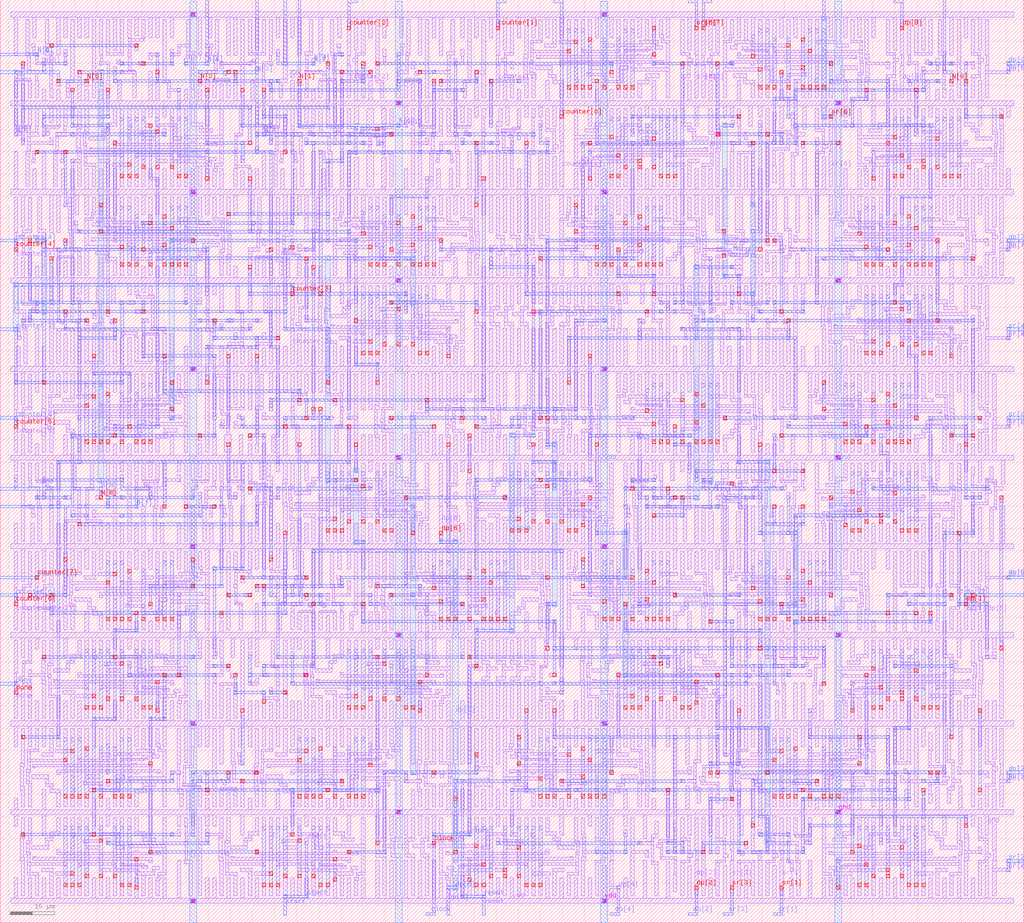
<source format=lef>
VERSION 5.7 ;
  NOWIREEXTENSIONATPIN ON ;
  DIVIDERCHAR "/" ;
  BUSBITCHARS "[]" ;
MACRO map9v3
  CLASS BLOCK ;
  FOREIGN map9v3 ;
  ORIGIN 1.900 4.000 ;
  SIZE 231.000 BY 208.300 ;
  PIN vdd
    USE POWER ;
    PORT
      LAYER metal1 ;
        RECT 0.400 200.400 226.800 201.600 ;
        RECT 1.200 191.800 2.000 200.400 ;
        RECT 5.400 195.800 6.200 200.400 ;
        RECT 10.800 191.800 11.600 200.400 ;
        RECT 12.400 195.800 13.200 200.400 ;
        RECT 15.600 195.800 16.400 200.400 ;
        RECT 17.200 195.800 18.000 200.400 ;
        RECT 23.600 193.000 24.400 200.400 ;
        RECT 28.400 196.200 29.200 200.400 ;
        RECT 31.600 195.800 32.400 200.400 ;
        RECT 33.200 195.800 34.000 200.400 ;
        RECT 36.400 195.800 37.200 200.400 ;
        RECT 42.800 191.800 43.600 200.400 ;
        RECT 45.000 195.800 45.800 200.400 ;
        RECT 49.200 191.800 50.000 200.400 ;
        RECT 50.800 191.800 51.600 200.400 ;
        RECT 55.600 193.000 56.400 200.400 ;
        RECT 60.400 195.800 61.200 200.400 ;
        RECT 63.600 195.800 64.400 200.400 ;
        RECT 65.200 191.800 66.000 200.400 ;
        RECT 70.000 191.800 70.800 200.400 ;
        RECT 74.200 195.800 75.000 200.400 ;
        RECT 78.000 193.000 78.800 200.400 ;
        RECT 81.200 195.800 82.000 200.400 ;
        RECT 84.400 195.800 85.200 200.400 ;
        RECT 88.200 195.800 89.000 200.400 ;
        RECT 92.400 191.800 93.200 200.400 ;
        RECT 95.600 195.800 96.400 200.400 ;
        RECT 97.200 191.800 98.000 200.400 ;
        RECT 102.000 195.800 102.800 200.400 ;
        RECT 105.200 195.800 106.000 200.400 ;
        RECT 108.400 195.800 109.200 200.400 ;
        RECT 111.600 193.000 112.400 200.400 ;
        RECT 114.800 195.800 115.600 200.400 ;
        RECT 118.000 195.800 118.800 200.400 ;
        RECT 121.200 195.800 122.000 200.400 ;
        RECT 124.400 195.800 125.200 200.400 ;
        RECT 132.400 195.800 133.200 200.400 ;
        RECT 135.600 195.800 136.400 200.400 ;
        RECT 142.000 195.800 142.800 200.400 ;
        RECT 145.200 195.800 146.000 200.400 ;
        RECT 148.400 195.800 149.200 200.400 ;
        RECT 153.200 193.000 154.000 200.400 ;
        RECT 158.000 193.000 158.800 200.400 ;
        RECT 161.200 195.800 162.000 200.400 ;
        RECT 164.400 195.800 165.200 200.400 ;
        RECT 167.600 195.800 168.400 200.400 ;
        RECT 174.000 195.800 174.800 200.400 ;
        RECT 177.200 195.800 178.000 200.400 ;
        RECT 185.200 195.800 186.000 200.400 ;
        RECT 188.400 195.800 189.200 200.400 ;
        RECT 191.600 195.800 192.400 200.400 ;
        RECT 194.800 195.800 195.600 200.400 ;
        RECT 199.600 193.000 200.400 200.400 ;
        RECT 206.000 193.000 206.800 200.400 ;
        RECT 141.800 191.800 142.600 192.000 ;
        RECT 145.200 191.800 146.000 192.400 ;
        RECT 119.000 191.200 146.000 191.800 ;
        RECT 164.400 191.800 165.200 192.400 ;
        RECT 167.600 191.800 168.600 192.000 ;
        RECT 212.400 191.800 213.200 200.400 ;
        RECT 215.600 195.800 216.400 200.400 ;
        RECT 218.800 193.000 219.600 200.400 ;
        RECT 164.400 191.200 191.400 191.800 ;
        RECT 119.000 191.000 119.800 191.200 ;
        RECT 190.600 191.000 191.400 191.200 ;
        RECT 18.200 170.800 19.000 171.000 ;
        RECT 157.000 170.800 157.800 171.000 ;
        RECT 221.000 170.800 221.800 171.000 ;
        RECT 18.200 170.200 45.200 170.800 ;
        RECT 130.800 170.200 157.800 170.800 ;
        RECT 194.800 170.200 221.800 170.800 ;
        RECT 1.200 161.600 2.000 170.200 ;
        RECT 5.400 161.600 6.200 166.200 ;
        RECT 7.600 161.600 8.400 170.200 ;
        RECT 41.000 170.000 41.800 170.200 ;
        RECT 44.400 169.600 45.200 170.200 ;
        RECT 11.800 161.600 12.600 166.200 ;
        RECT 14.000 161.600 14.800 166.200 ;
        RECT 17.200 161.600 18.000 166.200 ;
        RECT 20.400 161.600 21.200 166.200 ;
        RECT 23.600 161.600 24.400 166.200 ;
        RECT 31.600 161.600 32.400 166.200 ;
        RECT 34.800 161.600 35.600 166.200 ;
        RECT 41.200 161.600 42.000 166.200 ;
        RECT 44.400 161.600 45.200 166.200 ;
        RECT 47.600 161.600 48.400 166.200 ;
        RECT 52.400 161.600 53.200 165.800 ;
        RECT 55.600 161.600 56.400 166.200 ;
        RECT 57.200 161.600 58.000 170.200 ;
        RECT 61.400 161.600 62.200 166.200 ;
        RECT 64.200 161.600 65.000 166.200 ;
        RECT 68.400 161.600 69.200 170.200 ;
        RECT 70.600 161.600 71.400 166.200 ;
        RECT 74.800 161.600 75.600 170.200 ;
        RECT 78.000 161.600 79.000 168.800 ;
        RECT 84.200 162.200 85.200 168.800 ;
        RECT 84.200 161.600 85.000 162.200 ;
        RECT 89.200 161.600 90.000 166.200 ;
        RECT 92.400 161.600 93.200 170.200 ;
        RECT 96.600 161.600 97.400 166.200 ;
        RECT 99.400 161.600 100.200 166.200 ;
        RECT 103.600 161.600 104.400 170.200 ;
        RECT 108.400 161.600 109.200 170.200 ;
        RECT 111.600 161.600 112.400 169.800 ;
        RECT 114.800 161.600 115.600 166.200 ;
        RECT 119.600 161.600 120.400 170.200 ;
        RECT 130.800 169.600 131.600 170.200 ;
        RECT 134.200 170.000 135.000 170.200 ;
        RECT 122.800 161.600 123.600 169.000 ;
        RECT 127.600 161.600 128.400 166.200 ;
        RECT 130.800 161.600 131.600 166.200 ;
        RECT 134.000 161.600 134.800 166.200 ;
        RECT 140.400 161.600 141.200 166.200 ;
        RECT 143.600 161.600 144.400 166.200 ;
        RECT 151.600 161.600 152.400 166.200 ;
        RECT 154.800 161.600 155.600 166.200 ;
        RECT 158.000 161.600 158.800 166.200 ;
        RECT 161.200 161.600 162.000 166.200 ;
        RECT 166.000 161.600 166.800 169.000 ;
        RECT 169.200 161.600 170.000 166.200 ;
        RECT 174.000 161.600 174.800 169.800 ;
        RECT 179.200 161.600 180.000 170.200 ;
        RECT 194.800 169.600 195.600 170.200 ;
        RECT 198.200 170.000 199.000 170.200 ;
        RECT 183.600 161.600 184.400 169.000 ;
        RECT 188.400 161.600 189.200 166.200 ;
        RECT 191.600 161.600 192.400 166.200 ;
        RECT 194.800 161.600 195.600 166.200 ;
        RECT 198.000 161.600 198.800 166.200 ;
        RECT 204.400 161.600 205.200 166.200 ;
        RECT 207.600 161.600 208.400 166.200 ;
        RECT 215.600 161.600 216.400 166.200 ;
        RECT 218.800 161.600 219.600 166.200 ;
        RECT 222.000 161.600 222.800 166.200 ;
        RECT 225.200 161.600 226.000 166.200 ;
        RECT 0.400 160.400 226.800 161.600 ;
        RECT 2.800 153.000 3.600 160.400 ;
        RECT 9.200 151.800 10.000 160.400 ;
        RECT 10.800 151.800 11.600 160.400 ;
        RECT 15.000 155.800 15.800 160.400 ;
        RECT 17.200 155.800 18.000 160.400 ;
        RECT 20.400 155.800 21.200 160.400 ;
        RECT 23.600 155.800 24.400 160.400 ;
        RECT 30.000 155.800 30.800 160.400 ;
        RECT 33.200 155.800 34.000 160.400 ;
        RECT 41.200 155.800 42.000 160.400 ;
        RECT 44.400 155.800 45.200 160.400 ;
        RECT 47.600 155.800 48.400 160.400 ;
        RECT 50.800 155.800 51.600 160.400 ;
        RECT 54.600 155.800 55.400 160.400 ;
        RECT 20.400 151.800 21.200 152.400 ;
        RECT 23.800 151.800 24.600 152.000 ;
        RECT 58.800 151.800 59.600 160.400 ;
        RECT 62.000 152.200 62.800 160.400 ;
        RECT 65.200 155.800 66.000 160.400 ;
        RECT 66.800 151.800 67.600 160.400 ;
        RECT 73.200 155.800 74.000 160.400 ;
        RECT 76.400 155.800 77.200 160.400 ;
        RECT 79.600 155.800 80.400 160.400 ;
        RECT 86.000 155.800 86.800 160.400 ;
        RECT 89.200 155.800 90.000 160.400 ;
        RECT 97.200 155.800 98.000 160.400 ;
        RECT 100.400 155.800 101.200 160.400 ;
        RECT 103.600 155.800 104.400 160.400 ;
        RECT 106.800 155.800 107.600 160.400 ;
        RECT 76.400 151.800 77.200 152.400 ;
        RECT 79.600 151.800 80.600 152.000 ;
        RECT 108.400 151.800 109.200 160.400 ;
        RECT 111.600 151.800 112.400 160.400 ;
        RECT 114.800 151.800 115.600 160.400 ;
        RECT 118.000 151.800 118.800 160.400 ;
        RECT 121.200 151.800 122.000 160.400 ;
        RECT 124.400 155.800 125.200 160.400 ;
        RECT 127.600 155.800 128.400 160.400 ;
        RECT 130.800 155.800 131.600 160.400 ;
        RECT 137.200 155.800 138.000 160.400 ;
        RECT 140.400 155.800 141.200 160.400 ;
        RECT 148.400 155.800 149.200 160.400 ;
        RECT 151.600 155.800 152.400 160.400 ;
        RECT 154.800 155.800 155.600 160.400 ;
        RECT 158.000 155.800 158.800 160.400 ;
        RECT 161.400 159.800 162.200 160.400 ;
        RECT 161.200 153.200 162.200 159.800 ;
        RECT 167.400 153.200 168.400 160.400 ;
        RECT 127.600 151.800 128.400 152.400 ;
        RECT 172.400 152.200 173.200 160.400 ;
        RECT 131.000 151.800 131.800 152.000 ;
        RECT 177.600 151.800 178.400 160.400 ;
        RECT 182.000 155.800 182.800 160.400 ;
        RECT 185.200 155.800 186.000 160.400 ;
        RECT 188.400 155.800 189.200 160.400 ;
        RECT 191.600 155.800 192.400 160.400 ;
        RECT 198.000 155.800 198.800 160.400 ;
        RECT 201.200 155.800 202.000 160.400 ;
        RECT 209.200 155.800 210.000 160.400 ;
        RECT 212.400 155.800 213.200 160.400 ;
        RECT 215.600 155.800 216.400 160.400 ;
        RECT 218.800 155.800 219.600 160.400 ;
        RECT 222.000 153.000 222.800 160.400 ;
        RECT 188.400 151.800 189.200 152.400 ;
        RECT 191.600 151.800 192.600 152.000 ;
        RECT 20.400 151.200 47.400 151.800 ;
        RECT 76.400 151.200 103.400 151.800 ;
        RECT 127.600 151.200 154.600 151.800 ;
        RECT 188.400 151.200 215.400 151.800 ;
        RECT 46.600 151.000 47.400 151.200 ;
        RECT 102.600 151.000 103.400 151.200 ;
        RECT 153.800 151.000 154.600 151.200 ;
        RECT 214.600 151.000 215.400 151.200 ;
        RECT 72.600 130.800 73.400 131.000 ;
        RECT 186.200 130.800 187.000 131.000 ;
        RECT 72.600 130.200 99.600 130.800 ;
        RECT 186.200 130.200 213.200 130.800 ;
        RECT 1.800 121.600 2.600 126.200 ;
        RECT 6.000 121.600 6.800 130.200 ;
        RECT 7.600 121.600 8.400 126.200 ;
        RECT 12.400 121.600 13.200 129.000 ;
        RECT 22.000 121.600 22.800 129.000 ;
        RECT 26.800 121.600 27.600 128.200 ;
        RECT 39.600 121.600 40.400 126.200 ;
        RECT 42.800 121.600 43.600 130.200 ;
        RECT 95.400 130.000 96.200 130.200 ;
        RECT 98.800 129.600 99.600 130.200 ;
        RECT 47.600 121.600 48.400 126.200 ;
        RECT 50.800 121.600 51.600 125.800 ;
        RECT 54.000 121.600 54.800 126.200 ;
        RECT 57.200 121.600 58.000 125.800 ;
        RECT 62.000 121.600 62.800 126.200 ;
        RECT 65.200 121.600 66.000 129.000 ;
        RECT 68.400 121.600 69.200 126.200 ;
        RECT 71.600 121.600 72.400 126.200 ;
        RECT 74.800 121.600 75.600 126.200 ;
        RECT 78.000 121.600 78.800 126.200 ;
        RECT 86.000 121.600 86.800 126.200 ;
        RECT 89.200 121.600 90.000 126.200 ;
        RECT 95.600 121.600 96.400 126.200 ;
        RECT 98.800 121.600 99.600 126.200 ;
        RECT 102.000 121.600 102.800 126.200 ;
        RECT 105.200 121.600 106.000 130.200 ;
        RECT 108.400 121.600 109.200 130.200 ;
        RECT 111.600 121.600 112.400 130.200 ;
        RECT 114.800 121.600 115.600 130.200 ;
        RECT 118.000 121.600 118.800 130.200 ;
        RECT 119.600 121.600 120.400 130.200 ;
        RECT 122.800 121.600 123.600 130.200 ;
        RECT 126.000 121.600 126.800 130.200 ;
        RECT 129.200 121.600 130.000 130.200 ;
        RECT 132.400 121.600 133.200 130.200 ;
        RECT 135.600 121.600 136.400 129.000 ;
        RECT 138.800 121.600 139.600 130.200 ;
        RECT 143.600 121.600 144.400 129.000 ;
        RECT 150.000 121.600 150.800 126.200 ;
        RECT 152.200 121.600 153.000 126.200 ;
        RECT 156.400 121.600 157.200 130.200 ;
        RECT 158.000 121.600 158.800 130.200 ;
        RECT 162.200 121.600 163.000 126.200 ;
        RECT 165.000 121.600 165.800 126.200 ;
        RECT 169.200 121.600 170.000 130.200 ;
        RECT 209.000 130.000 209.800 130.200 ;
        RECT 212.400 129.600 213.200 130.200 ;
        RECT 174.000 121.600 174.800 129.000 ;
        RECT 178.800 121.600 179.600 126.200 ;
        RECT 182.000 121.600 182.800 126.200 ;
        RECT 185.200 121.600 186.000 126.200 ;
        RECT 188.400 121.600 189.200 126.200 ;
        RECT 191.600 121.600 192.400 126.200 ;
        RECT 199.600 121.600 200.400 126.200 ;
        RECT 202.800 121.600 203.600 126.200 ;
        RECT 209.200 121.600 210.000 126.200 ;
        RECT 212.400 121.600 213.200 126.200 ;
        RECT 215.600 121.600 216.400 126.200 ;
        RECT 218.800 121.600 219.600 129.000 ;
        RECT 0.400 120.400 226.800 121.600 ;
        RECT 2.800 113.000 3.600 120.400 ;
        RECT 6.000 115.800 6.800 120.400 ;
        RECT 9.200 115.800 10.000 120.400 ;
        RECT 12.400 115.800 13.200 120.400 ;
        RECT 15.600 115.800 16.400 120.400 ;
        RECT 23.600 115.800 24.400 120.400 ;
        RECT 26.800 115.800 27.600 120.400 ;
        RECT 33.200 115.800 34.000 120.400 ;
        RECT 36.400 115.800 37.200 120.400 ;
        RECT 39.600 115.800 40.400 120.400 ;
        RECT 42.800 115.800 43.600 120.400 ;
        RECT 50.800 113.000 51.600 120.400 ;
        RECT 33.000 111.800 33.800 112.000 ;
        RECT 36.400 111.800 37.200 112.400 ;
        RECT 54.000 111.800 54.800 120.400 ;
        RECT 58.800 115.800 59.600 120.400 ;
        RECT 62.000 115.800 62.800 120.400 ;
        RECT 65.200 116.200 66.000 120.400 ;
        RECT 68.400 115.800 69.200 120.400 ;
        RECT 70.000 115.800 70.800 120.400 ;
        RECT 73.200 116.200 74.000 120.400 ;
        RECT 76.400 111.800 77.200 120.400 ;
        RECT 79.600 111.800 80.400 120.400 ;
        RECT 81.200 111.800 82.000 120.400 ;
        RECT 84.400 113.000 85.200 120.400 ;
        RECT 89.200 111.800 90.000 120.400 ;
        RECT 92.400 111.800 93.200 120.400 ;
        RECT 95.600 111.800 96.400 120.400 ;
        RECT 97.200 111.800 98.000 120.400 ;
        RECT 100.400 113.000 101.200 120.400 ;
        RECT 103.600 115.800 104.400 120.400 ;
        RECT 108.400 113.000 109.200 120.400 ;
        RECT 111.600 111.800 112.400 120.400 ;
        RECT 114.400 111.800 115.200 120.400 ;
        RECT 119.600 112.200 120.400 120.400 ;
        RECT 124.400 113.000 125.200 120.400 ;
        RECT 127.600 111.800 128.400 120.400 ;
        RECT 130.800 113.000 131.600 120.400 ;
        RECT 134.000 111.800 134.800 120.400 ;
        RECT 137.200 115.800 138.000 120.400 ;
        RECT 140.400 115.800 141.200 120.400 ;
        RECT 143.600 115.800 144.400 120.400 ;
        RECT 150.000 115.800 150.800 120.400 ;
        RECT 153.200 115.800 154.000 120.400 ;
        RECT 161.200 115.800 162.000 120.400 ;
        RECT 164.400 115.800 165.200 120.400 ;
        RECT 167.600 115.800 168.400 120.400 ;
        RECT 170.800 115.800 171.600 120.400 ;
        RECT 175.600 113.000 176.400 120.400 ;
        RECT 180.400 115.800 181.200 120.400 ;
        RECT 183.600 115.800 184.400 120.400 ;
        RECT 186.800 115.800 187.600 120.400 ;
        RECT 193.200 115.800 194.000 120.400 ;
        RECT 196.400 115.800 197.200 120.400 ;
        RECT 204.400 115.800 205.200 120.400 ;
        RECT 207.600 115.800 208.400 120.400 ;
        RECT 210.800 115.800 211.600 120.400 ;
        RECT 214.000 115.800 214.800 120.400 ;
        RECT 217.200 115.800 218.000 120.400 ;
        RECT 220.400 113.000 221.200 120.400 ;
        RECT 140.400 111.800 141.200 112.400 ;
        RECT 143.600 111.800 144.600 112.000 ;
        RECT 183.600 111.800 184.400 112.400 ;
        RECT 187.000 111.800 187.800 112.000 ;
        RECT 10.200 111.200 37.200 111.800 ;
        RECT 140.400 111.200 167.400 111.800 ;
        RECT 183.600 111.200 210.600 111.800 ;
        RECT 10.200 111.000 11.000 111.200 ;
        RECT 166.600 111.000 167.400 111.200 ;
        RECT 209.800 111.000 210.600 111.200 ;
        RECT 64.600 90.800 65.400 91.000 ;
        RECT 106.200 90.800 107.000 91.000 ;
        RECT 211.400 90.800 212.200 91.000 ;
        RECT 64.600 90.200 91.600 90.800 ;
        RECT 106.200 90.200 133.200 90.800 ;
        RECT 185.200 90.200 212.200 90.800 ;
        RECT 1.200 81.600 2.000 86.200 ;
        RECT 5.000 81.600 5.800 86.200 ;
        RECT 9.200 81.600 10.000 90.200 ;
        RECT 10.800 81.600 11.600 86.200 ;
        RECT 14.000 81.600 14.800 85.800 ;
        RECT 18.800 81.600 19.600 85.800 ;
        RECT 22.000 81.600 22.800 86.200 ;
        RECT 25.200 81.600 26.000 86.200 ;
        RECT 28.400 81.600 29.200 86.200 ;
        RECT 30.000 81.600 30.800 90.200 ;
        RECT 34.200 81.600 35.000 86.200 ;
        RECT 38.000 81.600 38.800 86.200 ;
        RECT 41.200 81.600 42.000 90.200 ;
        RECT 45.400 81.600 46.200 86.200 ;
        RECT 48.200 81.600 49.000 86.200 ;
        RECT 52.400 81.600 53.200 90.200 ;
        RECT 87.400 90.000 88.200 90.200 ;
        RECT 54.000 81.600 54.800 86.200 ;
        RECT 57.200 81.600 58.000 89.800 ;
        RECT 90.800 89.600 91.600 90.200 ;
        RECT 129.000 90.000 130.000 90.200 ;
        RECT 132.400 89.600 133.200 90.200 ;
        RECT 60.400 81.600 61.200 86.200 ;
        RECT 63.600 81.600 64.400 86.200 ;
        RECT 66.800 81.600 67.600 86.200 ;
        RECT 70.000 81.600 70.800 86.200 ;
        RECT 78.000 81.600 78.800 86.200 ;
        RECT 81.200 81.600 82.000 86.200 ;
        RECT 87.600 81.600 88.400 86.200 ;
        RECT 90.800 81.600 91.600 86.200 ;
        RECT 94.000 81.600 94.800 86.200 ;
        RECT 98.800 81.600 99.600 89.000 ;
        RECT 102.000 81.600 102.800 86.200 ;
        RECT 105.200 81.600 106.000 86.200 ;
        RECT 108.400 81.600 109.200 86.200 ;
        RECT 111.600 81.600 112.400 86.200 ;
        RECT 119.600 81.600 120.400 86.200 ;
        RECT 122.800 81.600 123.600 86.200 ;
        RECT 129.200 81.600 130.000 86.200 ;
        RECT 132.400 81.600 133.200 86.200 ;
        RECT 135.600 81.600 136.400 86.200 ;
        RECT 139.400 81.600 140.200 86.200 ;
        RECT 143.600 81.600 144.400 90.200 ;
        RECT 148.400 81.600 149.200 89.000 ;
        RECT 154.800 81.600 155.600 90.200 ;
        RECT 158.000 81.600 159.000 88.800 ;
        RECT 164.200 82.200 165.200 88.800 ;
        RECT 164.200 81.600 165.000 82.200 ;
        RECT 167.600 81.600 168.400 90.200 ;
        RECT 171.800 81.600 172.600 86.200 ;
        RECT 174.000 81.600 174.800 90.200 ;
        RECT 185.200 89.600 186.000 90.200 ;
        RECT 188.400 90.000 189.400 90.200 ;
        RECT 178.200 81.600 179.000 86.200 ;
        RECT 182.000 81.600 182.800 86.200 ;
        RECT 185.200 81.600 186.000 86.200 ;
        RECT 188.400 81.600 189.200 86.200 ;
        RECT 194.800 81.600 195.600 86.200 ;
        RECT 198.000 81.600 198.800 86.200 ;
        RECT 206.000 81.600 206.800 86.200 ;
        RECT 209.200 81.600 210.000 86.200 ;
        RECT 212.400 81.600 213.200 86.200 ;
        RECT 215.600 81.600 216.400 86.200 ;
        RECT 218.800 81.600 219.600 89.800 ;
        RECT 224.000 81.600 224.800 90.200 ;
        RECT 0.400 80.400 226.800 81.600 ;
        RECT 2.800 73.000 3.600 80.400 ;
        RECT 7.600 73.000 8.400 80.400 ;
        RECT 10.800 75.800 11.600 80.400 ;
        RECT 14.000 75.800 14.800 80.400 ;
        RECT 17.200 75.800 18.000 80.400 ;
        RECT 20.400 75.800 21.200 80.400 ;
        RECT 28.400 75.800 29.200 80.400 ;
        RECT 31.600 75.800 32.400 80.400 ;
        RECT 38.000 75.800 38.800 80.400 ;
        RECT 41.200 75.800 42.000 80.400 ;
        RECT 44.400 75.800 45.200 80.400 ;
        RECT 47.600 75.800 48.400 80.400 ;
        RECT 52.400 76.200 53.200 80.400 ;
        RECT 55.600 75.800 56.400 80.400 ;
        RECT 57.200 75.800 58.000 80.400 ;
        RECT 60.400 76.200 61.200 80.400 ;
        RECT 64.200 75.800 65.000 80.400 ;
        RECT 37.800 71.800 38.600 72.000 ;
        RECT 41.200 71.800 42.000 72.400 ;
        RECT 68.400 71.800 69.200 80.400 ;
        RECT 70.000 71.800 70.800 80.400 ;
        RECT 74.200 75.800 75.000 80.400 ;
        RECT 76.400 75.800 77.200 80.400 ;
        RECT 79.600 75.800 80.400 80.400 ;
        RECT 81.200 71.800 82.000 80.400 ;
        RECT 84.400 73.000 85.200 80.400 ;
        RECT 89.200 75.800 90.000 80.400 ;
        RECT 92.400 75.800 93.200 80.400 ;
        RECT 95.600 75.800 96.400 80.400 ;
        RECT 102.000 75.800 102.800 80.400 ;
        RECT 105.200 75.800 106.000 80.400 ;
        RECT 113.200 75.800 114.000 80.400 ;
        RECT 116.400 75.800 117.200 80.400 ;
        RECT 119.600 75.800 120.400 80.400 ;
        RECT 122.800 75.800 123.600 80.400 ;
        RECT 126.000 75.800 126.800 80.400 ;
        RECT 129.200 75.800 130.000 80.400 ;
        RECT 132.400 75.800 133.200 80.400 ;
        RECT 138.800 75.800 139.600 80.400 ;
        RECT 142.000 75.800 142.800 80.400 ;
        RECT 150.000 75.800 150.800 80.400 ;
        RECT 153.200 75.800 154.000 80.400 ;
        RECT 156.400 75.800 157.200 80.400 ;
        RECT 159.600 75.800 160.400 80.400 ;
        RECT 161.200 75.800 162.000 80.400 ;
        RECT 164.400 75.800 165.200 80.400 ;
        RECT 167.600 75.800 168.400 80.400 ;
        RECT 174.000 75.800 174.800 80.400 ;
        RECT 177.200 75.800 178.000 80.400 ;
        RECT 185.200 75.800 186.000 80.400 ;
        RECT 188.400 75.800 189.200 80.400 ;
        RECT 191.600 75.800 192.400 80.400 ;
        RECT 194.800 75.800 195.600 80.400 ;
        RECT 198.000 75.800 198.800 80.400 ;
        RECT 202.800 73.000 203.600 80.400 ;
        RECT 92.400 71.800 93.200 72.400 ;
        RECT 95.600 71.800 96.600 72.000 ;
        RECT 129.200 71.800 130.000 72.400 ;
        RECT 132.600 71.800 133.400 72.000 ;
        RECT 164.400 71.800 165.200 72.400 ;
        RECT 167.600 71.800 168.600 72.000 ;
        RECT 207.600 71.800 208.400 80.400 ;
        RECT 214.000 73.000 214.800 80.400 ;
        RECT 218.800 73.000 219.600 80.400 ;
        RECT 15.000 71.200 42.000 71.800 ;
        RECT 92.400 71.200 119.400 71.800 ;
        RECT 129.200 71.200 156.200 71.800 ;
        RECT 164.400 71.200 191.400 71.800 ;
        RECT 15.000 71.000 15.800 71.200 ;
        RECT 118.600 71.000 119.400 71.200 ;
        RECT 155.400 71.000 156.200 71.200 ;
        RECT 190.600 71.000 191.400 71.200 ;
        RECT 10.200 50.800 11.000 51.000 ;
        RECT 69.400 50.800 70.200 51.000 ;
        RECT 131.800 50.800 132.600 51.000 ;
        RECT 216.200 50.800 217.000 51.000 ;
        RECT 10.200 50.200 37.200 50.800 ;
        RECT 69.400 50.200 96.400 50.800 ;
        RECT 131.800 50.200 158.800 50.800 ;
        RECT 190.000 50.200 217.000 50.800 ;
        RECT 33.000 50.000 34.000 50.200 ;
        RECT 36.400 49.600 37.200 50.200 ;
        RECT 92.200 50.000 93.200 50.200 ;
        RECT 95.600 49.600 96.400 50.200 ;
        RECT 2.800 41.600 3.600 49.000 ;
        RECT 6.000 41.600 6.800 46.200 ;
        RECT 9.200 41.600 10.000 46.200 ;
        RECT 12.400 41.600 13.200 46.200 ;
        RECT 15.600 41.600 16.400 46.200 ;
        RECT 23.600 41.600 24.400 46.200 ;
        RECT 26.800 41.600 27.600 46.200 ;
        RECT 33.200 41.600 34.000 46.200 ;
        RECT 36.400 41.600 37.200 46.200 ;
        RECT 39.600 41.600 40.400 46.200 ;
        RECT 42.800 41.600 43.600 46.200 ;
        RECT 49.200 41.600 50.000 49.000 ;
        RECT 54.000 41.600 54.800 46.200 ;
        RECT 55.600 41.600 56.400 46.200 ;
        RECT 58.800 41.600 59.600 45.800 ;
        RECT 63.600 41.600 64.400 46.200 ;
        RECT 65.200 41.600 66.000 46.200 ;
        RECT 68.400 41.600 69.200 46.200 ;
        RECT 71.600 41.600 72.400 46.200 ;
        RECT 74.800 41.600 75.600 46.200 ;
        RECT 82.800 41.600 83.600 46.200 ;
        RECT 86.000 41.600 86.800 46.200 ;
        RECT 92.400 41.600 93.200 46.200 ;
        RECT 95.600 41.600 96.400 46.200 ;
        RECT 98.800 41.600 99.600 46.200 ;
        RECT 102.000 41.600 102.800 46.200 ;
        RECT 105.200 41.600 106.000 50.200 ;
        RECT 108.400 41.600 109.200 50.200 ;
        RECT 111.600 41.600 112.400 50.200 ;
        RECT 114.800 41.600 115.600 50.200 ;
        RECT 118.000 41.600 118.800 50.200 ;
        RECT 154.600 50.000 155.600 50.200 ;
        RECT 158.000 49.600 158.800 50.200 ;
        RECT 121.200 41.600 122.000 45.800 ;
        RECT 124.400 41.600 125.200 46.200 ;
        RECT 127.600 41.600 128.400 46.200 ;
        RECT 130.800 41.600 131.600 46.200 ;
        RECT 134.000 41.600 134.800 46.200 ;
        RECT 137.200 41.600 138.000 46.200 ;
        RECT 145.200 41.600 146.000 46.200 ;
        RECT 148.400 41.600 149.200 46.200 ;
        RECT 154.800 41.600 155.600 46.200 ;
        RECT 158.000 41.600 158.800 46.200 ;
        RECT 161.200 41.600 162.000 46.200 ;
        RECT 162.800 41.600 163.600 46.200 ;
        RECT 167.600 41.600 168.400 49.000 ;
        RECT 173.000 41.600 173.800 46.200 ;
        RECT 177.200 41.600 178.000 50.200 ;
        RECT 178.800 41.600 179.600 50.200 ;
        RECT 190.000 49.600 190.800 50.200 ;
        RECT 193.400 50.000 194.200 50.200 ;
        RECT 183.000 41.600 183.800 46.200 ;
        RECT 186.800 41.600 187.600 46.200 ;
        RECT 190.000 41.600 190.800 46.200 ;
        RECT 193.200 41.600 194.000 46.200 ;
        RECT 199.600 41.600 200.400 46.200 ;
        RECT 202.800 41.600 203.600 46.200 ;
        RECT 210.800 41.600 211.600 46.200 ;
        RECT 214.000 41.600 214.800 46.200 ;
        RECT 217.200 41.600 218.000 46.200 ;
        RECT 220.400 41.600 221.200 46.200 ;
        RECT 222.000 41.600 222.800 46.200 ;
        RECT 0.400 40.400 226.800 41.600 ;
        RECT 1.200 35.800 2.000 40.400 ;
        RECT 4.400 35.800 5.200 40.400 ;
        RECT 7.600 35.800 8.400 40.400 ;
        RECT 10.800 35.800 11.600 40.400 ;
        RECT 18.800 35.800 19.600 40.400 ;
        RECT 22.000 35.600 22.800 40.400 ;
        RECT 28.400 35.800 29.200 40.400 ;
        RECT 31.600 35.800 32.400 40.400 ;
        RECT 34.800 35.800 35.600 40.400 ;
        RECT 39.600 32.200 40.400 40.400 ;
        RECT 42.800 35.800 43.600 40.400 ;
        RECT 44.400 35.800 45.200 40.400 ;
        RECT 47.600 31.800 48.400 40.400 ;
        RECT 51.800 35.800 52.600 40.400 ;
        RECT 54.000 35.800 54.800 40.400 ;
        RECT 57.200 35.800 58.000 40.400 ;
        RECT 60.400 35.800 61.200 40.400 ;
        RECT 63.600 35.800 64.400 40.400 ;
        RECT 71.600 35.800 72.400 40.400 ;
        RECT 74.800 35.800 75.600 40.400 ;
        RECT 81.200 35.800 82.000 40.400 ;
        RECT 84.400 35.800 85.200 40.400 ;
        RECT 87.600 35.800 88.400 40.400 ;
        RECT 81.000 31.800 82.000 32.000 ;
        RECT 84.400 31.800 85.200 32.400 ;
        RECT 90.800 31.800 91.600 40.400 ;
        RECT 94.000 33.000 94.800 40.400 ;
        RECT 98.800 33.000 99.600 40.400 ;
        RECT 102.000 31.800 102.800 40.400 ;
        RECT 103.600 31.800 104.400 40.400 ;
        RECT 106.800 31.800 107.600 40.400 ;
        RECT 110.000 31.800 110.800 40.400 ;
        RECT 111.600 35.800 112.400 40.400 ;
        RECT 114.800 35.800 115.600 40.400 ;
        RECT 118.000 35.800 118.800 40.400 ;
        RECT 124.400 35.800 125.200 40.400 ;
        RECT 127.600 35.800 128.400 40.400 ;
        RECT 135.600 35.800 136.400 40.400 ;
        RECT 138.800 35.800 139.600 40.400 ;
        RECT 142.000 35.800 142.800 40.400 ;
        RECT 145.200 35.800 146.000 40.400 ;
        RECT 148.400 35.800 149.200 40.400 ;
        RECT 114.800 31.800 115.600 32.400 ;
        RECT 118.200 31.800 119.000 32.000 ;
        RECT 152.800 31.800 153.600 40.400 ;
        RECT 158.000 32.200 158.800 40.400 ;
        RECT 161.200 35.800 162.000 40.400 ;
        RECT 164.400 35.800 165.200 40.400 ;
        RECT 167.600 35.800 168.400 40.400 ;
        RECT 170.800 35.800 171.600 40.400 ;
        RECT 178.800 35.800 179.600 40.400 ;
        RECT 182.000 35.800 182.800 40.400 ;
        RECT 188.400 35.800 189.200 40.400 ;
        RECT 191.600 35.800 192.400 40.400 ;
        RECT 194.800 35.800 195.600 40.400 ;
        RECT 201.200 33.000 202.000 40.400 ;
        RECT 206.000 35.800 206.800 40.400 ;
        RECT 188.200 31.800 189.000 32.000 ;
        RECT 191.600 31.800 192.400 32.400 ;
        RECT 209.200 32.200 210.000 40.400 ;
        RECT 214.400 31.800 215.200 40.400 ;
        RECT 218.800 35.800 219.600 40.400 ;
        RECT 222.000 33.000 222.800 40.400 ;
        RECT 58.200 31.200 85.200 31.800 ;
        RECT 114.800 31.200 141.800 31.800 ;
        RECT 58.200 31.000 59.000 31.200 ;
        RECT 141.000 31.000 141.800 31.200 ;
        RECT 165.400 31.200 192.400 31.800 ;
        RECT 165.400 31.000 166.200 31.200 ;
        RECT 10.800 30.000 34.200 30.600 ;
        RECT 10.800 29.400 11.600 30.000 ;
        RECT 22.000 29.600 22.800 30.000 ;
        RECT 28.400 29.600 29.200 30.000 ;
        RECT 33.400 29.800 34.200 30.000 ;
        RECT 5.400 10.800 6.200 11.000 ;
        RECT 50.200 10.800 51.000 11.000 ;
        RECT 126.600 10.800 127.400 11.000 ;
        RECT 213.000 10.800 213.800 11.000 ;
        RECT 5.400 10.200 32.400 10.800 ;
        RECT 50.200 10.200 77.200 10.800 ;
        RECT 100.400 10.200 127.400 10.800 ;
        RECT 186.800 10.200 213.800 10.800 ;
        RECT 28.200 10.000 29.200 10.200 ;
        RECT 31.600 9.600 32.400 10.200 ;
        RECT 1.200 1.600 2.000 6.200 ;
        RECT 4.400 1.600 5.200 6.200 ;
        RECT 7.600 1.600 8.400 6.200 ;
        RECT 10.800 1.600 11.600 6.200 ;
        RECT 18.800 1.600 19.600 6.200 ;
        RECT 22.000 1.600 22.800 6.200 ;
        RECT 28.400 1.600 29.200 6.200 ;
        RECT 31.600 1.600 32.400 6.200 ;
        RECT 34.800 1.600 35.600 6.200 ;
        RECT 38.000 1.600 38.800 10.200 ;
        RECT 73.000 10.000 74.000 10.200 ;
        RECT 76.400 9.600 77.200 10.200 ;
        RECT 44.400 1.600 45.200 6.200 ;
        RECT 46.000 1.600 46.800 6.200 ;
        RECT 49.200 1.600 50.000 6.200 ;
        RECT 52.400 1.600 53.200 6.200 ;
        RECT 55.600 1.600 56.400 6.200 ;
        RECT 63.600 1.600 64.400 6.200 ;
        RECT 66.800 1.600 67.600 6.200 ;
        RECT 73.200 1.600 74.000 6.200 ;
        RECT 76.400 1.600 77.200 6.200 ;
        RECT 79.600 1.600 80.400 6.200 ;
        RECT 82.800 1.600 83.600 10.200 ;
        RECT 86.000 1.600 86.800 10.200 ;
        RECT 89.200 1.600 90.000 10.200 ;
        RECT 92.400 1.600 93.200 10.200 ;
        RECT 95.600 1.600 96.400 10.200 ;
        RECT 100.400 9.600 101.200 10.200 ;
        RECT 103.600 10.000 104.600 10.200 ;
        RECT 97.200 1.600 98.000 6.200 ;
        RECT 100.400 1.600 101.200 6.200 ;
        RECT 103.600 1.600 104.400 6.200 ;
        RECT 110.000 1.600 110.800 6.200 ;
        RECT 113.200 1.600 114.000 6.200 ;
        RECT 121.200 1.600 122.000 6.200 ;
        RECT 124.400 1.600 125.200 6.200 ;
        RECT 127.600 1.600 128.400 6.200 ;
        RECT 130.800 1.600 131.600 6.200 ;
        RECT 134.000 1.600 134.800 9.000 ;
        RECT 138.800 1.600 139.600 6.200 ;
        RECT 143.200 1.600 144.000 10.200 ;
        RECT 148.400 1.600 149.200 9.800 ;
        RECT 153.200 1.600 154.000 9.000 ;
        RECT 158.000 1.600 158.800 6.200 ;
        RECT 161.200 1.600 162.000 9.000 ;
        RECT 166.000 1.600 166.800 9.000 ;
        RECT 172.400 1.600 173.200 9.000 ;
        RECT 176.200 1.600 177.000 6.200 ;
        RECT 180.400 1.600 181.200 10.200 ;
        RECT 186.800 9.600 187.600 10.200 ;
        RECT 190.200 10.000 191.000 10.200 ;
        RECT 183.600 1.600 184.400 6.200 ;
        RECT 186.800 1.600 187.600 6.200 ;
        RECT 190.000 1.600 190.800 6.200 ;
        RECT 196.400 1.600 197.200 6.200 ;
        RECT 199.600 1.600 200.400 6.200 ;
        RECT 207.600 1.600 208.400 6.200 ;
        RECT 210.800 1.600 211.600 6.200 ;
        RECT 214.000 1.600 214.800 6.200 ;
        RECT 217.200 1.600 218.000 6.200 ;
        RECT 220.400 1.600 221.200 9.000 ;
        RECT 0.400 0.400 226.800 1.600 ;
      LAYER via1 ;
        RECT 41.200 200.600 42.000 201.400 ;
        RECT 134.000 200.600 134.800 201.400 ;
        RECT 145.200 197.600 146.000 198.400 ;
        RECT 145.200 191.600 146.000 192.400 ;
        RECT 167.600 191.200 168.400 192.000 ;
        RECT 44.400 163.600 45.200 164.400 ;
        RECT 130.800 163.600 131.600 164.400 ;
        RECT 194.800 163.600 195.600 164.400 ;
        RECT 41.200 160.600 42.000 161.400 ;
        RECT 134.000 160.600 134.800 161.400 ;
        RECT 20.400 157.600 21.200 158.400 ;
        RECT 20.400 151.600 21.200 152.400 ;
        RECT 79.600 151.200 80.400 152.000 ;
        RECT 127.600 157.600 128.400 158.400 ;
        RECT 127.600 151.600 128.400 152.400 ;
        RECT 191.600 151.200 192.400 152.000 ;
        RECT 98.800 123.600 99.600 124.400 ;
        RECT 212.400 123.600 213.200 124.400 ;
        RECT 41.200 120.600 42.000 121.400 ;
        RECT 134.000 120.600 134.800 121.400 ;
        RECT 36.400 117.600 37.200 118.400 ;
        RECT 36.400 111.600 37.200 112.400 ;
        RECT 183.600 117.600 184.400 118.400 ;
        RECT 143.600 111.200 144.400 112.000 ;
        RECT 183.600 111.600 184.400 112.400 ;
        RECT 129.200 90.000 130.000 90.800 ;
        RECT 90.800 83.600 91.600 84.400 ;
        RECT 129.200 85.400 130.000 86.200 ;
        RECT 188.400 85.400 189.200 86.200 ;
        RECT 41.200 80.600 42.000 81.400 ;
        RECT 134.000 80.600 134.800 81.400 ;
        RECT 41.200 77.600 42.000 78.400 ;
        RECT 41.200 71.600 42.000 72.400 ;
        RECT 129.200 77.600 130.000 78.400 ;
        RECT 95.600 71.200 96.400 72.000 ;
        RECT 129.200 71.600 130.000 72.400 ;
        RECT 167.600 71.200 168.400 72.000 ;
        RECT 33.200 50.000 34.000 50.800 ;
        RECT 92.400 50.000 93.200 50.800 ;
        RECT 33.200 43.600 34.000 44.400 ;
        RECT 92.400 43.600 93.200 44.400 ;
        RECT 154.800 50.000 155.600 50.800 ;
        RECT 154.800 45.400 155.600 46.200 ;
        RECT 190.000 43.600 190.800 44.400 ;
        RECT 41.200 40.600 42.000 41.400 ;
        RECT 134.000 40.600 134.800 41.400 ;
        RECT 81.200 31.200 82.000 32.000 ;
        RECT 114.800 37.600 115.600 38.400 ;
        RECT 114.800 31.600 115.600 32.400 ;
        RECT 191.600 37.600 192.400 38.400 ;
        RECT 191.600 31.600 192.400 32.400 ;
        RECT 28.400 10.000 29.200 10.800 ;
        RECT 28.400 3.600 29.200 4.400 ;
        RECT 73.200 10.000 74.000 10.800 ;
        RECT 73.200 5.400 74.000 6.200 ;
        RECT 103.600 5.400 104.400 6.200 ;
        RECT 186.800 3.600 187.600 4.400 ;
        RECT 41.200 0.600 42.000 1.400 ;
        RECT 134.000 0.600 134.800 1.400 ;
      LAYER metal2 ;
        RECT 40.800 200.600 42.400 201.400 ;
        RECT 133.600 200.600 135.200 201.400 ;
        RECT 145.200 197.600 146.000 198.400 ;
        RECT 145.300 192.400 145.900 197.600 ;
        RECT 167.600 195.800 168.400 196.600 ;
        RECT 145.200 191.600 146.000 192.400 ;
        RECT 167.700 192.000 168.300 195.800 ;
        RECT 167.600 191.200 168.400 192.000 ;
        RECT 44.400 169.600 45.200 170.400 ;
        RECT 130.800 169.600 131.600 170.400 ;
        RECT 194.800 169.600 195.600 170.400 ;
        RECT 44.500 164.400 45.100 169.600 ;
        RECT 130.900 164.400 131.500 169.600 ;
        RECT 194.900 164.400 195.500 169.600 ;
        RECT 44.400 163.600 45.200 164.400 ;
        RECT 130.800 163.600 131.600 164.400 ;
        RECT 194.800 163.600 195.600 164.400 ;
        RECT 40.800 160.600 42.400 161.400 ;
        RECT 133.600 160.600 135.200 161.400 ;
        RECT 20.400 157.600 21.200 158.400 ;
        RECT 127.600 157.600 128.400 158.400 ;
        RECT 20.500 152.400 21.100 157.600 ;
        RECT 79.600 155.800 80.400 156.600 ;
        RECT 20.400 151.600 21.200 152.400 ;
        RECT 79.700 152.000 80.300 155.800 ;
        RECT 127.700 152.400 128.300 157.600 ;
        RECT 191.600 155.800 192.400 156.600 ;
        RECT 79.600 151.200 80.400 152.000 ;
        RECT 127.600 151.600 128.400 152.400 ;
        RECT 191.700 152.000 192.300 155.800 ;
        RECT 191.600 151.200 192.400 152.000 ;
        RECT 98.800 129.600 99.600 130.400 ;
        RECT 212.400 129.600 213.200 130.400 ;
        RECT 98.900 124.400 99.500 129.600 ;
        RECT 212.500 124.400 213.100 129.600 ;
        RECT 98.800 123.600 99.600 124.400 ;
        RECT 212.400 123.600 213.200 124.400 ;
        RECT 40.800 120.600 42.400 121.400 ;
        RECT 133.600 120.600 135.200 121.400 ;
        RECT 36.400 117.600 37.200 118.400 ;
        RECT 183.600 117.600 184.400 118.400 ;
        RECT 36.500 112.400 37.100 117.600 ;
        RECT 143.600 115.800 144.400 116.600 ;
        RECT 36.400 111.600 37.200 112.400 ;
        RECT 143.700 112.000 144.300 115.800 ;
        RECT 183.700 112.400 184.300 117.600 ;
        RECT 143.600 111.200 144.400 112.000 ;
        RECT 183.600 111.600 184.400 112.400 ;
        RECT 90.800 89.600 91.600 90.400 ;
        RECT 129.200 90.000 130.000 90.800 ;
        RECT 188.400 90.000 189.200 90.800 ;
        RECT 90.900 84.400 91.500 89.600 ;
        RECT 129.300 86.200 129.900 90.000 ;
        RECT 188.500 86.200 189.100 90.000 ;
        RECT 129.200 85.400 130.000 86.200 ;
        RECT 188.400 85.400 189.200 86.200 ;
        RECT 90.800 83.600 91.600 84.400 ;
        RECT 40.800 80.600 42.400 81.400 ;
        RECT 133.600 80.600 135.200 81.400 ;
        RECT 41.200 77.600 42.000 78.400 ;
        RECT 129.200 77.600 130.000 78.400 ;
        RECT 41.300 72.400 41.900 77.600 ;
        RECT 95.600 75.800 96.400 76.600 ;
        RECT 41.200 71.600 42.000 72.400 ;
        RECT 95.700 72.000 96.300 75.800 ;
        RECT 129.300 72.400 129.900 77.600 ;
        RECT 167.600 75.800 168.400 76.600 ;
        RECT 95.600 71.200 96.400 72.000 ;
        RECT 129.200 71.600 130.000 72.400 ;
        RECT 167.700 72.000 168.300 75.800 ;
        RECT 167.600 71.200 168.400 72.000 ;
        RECT 33.200 50.000 34.000 50.800 ;
        RECT 92.400 50.000 93.200 50.800 ;
        RECT 154.800 50.000 155.600 50.800 ;
        RECT 33.300 44.400 33.900 50.000 ;
        RECT 92.500 44.400 93.100 50.000 ;
        RECT 154.900 46.200 155.500 50.000 ;
        RECT 190.000 49.600 190.800 50.400 ;
        RECT 154.800 45.400 155.600 46.200 ;
        RECT 190.100 44.400 190.700 49.600 ;
        RECT 33.200 43.600 34.000 44.400 ;
        RECT 92.400 43.600 93.200 44.400 ;
        RECT 190.000 43.600 190.800 44.400 ;
        RECT 40.800 40.600 42.400 41.400 ;
        RECT 133.600 40.600 135.200 41.400 ;
        RECT 114.800 37.600 115.600 38.400 ;
        RECT 191.600 37.600 192.400 38.400 ;
        RECT 22.000 35.600 22.800 36.400 ;
        RECT 81.200 35.800 82.000 36.600 ;
        RECT 22.100 30.400 22.700 35.600 ;
        RECT 81.300 32.000 81.900 35.800 ;
        RECT 114.900 32.400 115.500 37.600 ;
        RECT 191.700 32.400 192.300 37.600 ;
        RECT 81.200 31.200 82.000 32.000 ;
        RECT 114.800 31.600 115.600 32.400 ;
        RECT 191.600 31.600 192.400 32.400 ;
        RECT 22.000 29.600 22.800 30.400 ;
        RECT 28.400 10.000 29.200 10.800 ;
        RECT 73.200 10.000 74.000 10.800 ;
        RECT 103.600 10.000 104.400 10.800 ;
        RECT 28.500 4.400 29.100 10.000 ;
        RECT 73.300 6.200 73.900 10.000 ;
        RECT 103.700 6.200 104.300 10.000 ;
        RECT 186.800 9.600 187.600 10.400 ;
        RECT 73.200 5.400 74.000 6.200 ;
        RECT 103.600 5.400 104.400 6.200 ;
        RECT 186.900 4.400 187.500 9.600 ;
        RECT 28.400 3.600 29.200 4.400 ;
        RECT 186.800 3.600 187.600 4.400 ;
        RECT 40.800 0.600 42.400 1.400 ;
        RECT 133.600 0.600 135.200 1.400 ;
      LAYER via2 ;
        RECT 41.200 200.600 42.000 201.400 ;
        RECT 134.000 200.600 134.800 201.400 ;
        RECT 41.200 160.600 42.000 161.400 ;
        RECT 134.000 160.600 134.800 161.400 ;
        RECT 41.200 120.600 42.000 121.400 ;
        RECT 134.000 120.600 134.800 121.400 ;
        RECT 41.200 80.600 42.000 81.400 ;
        RECT 134.000 80.600 134.800 81.400 ;
        RECT 41.200 40.600 42.000 41.400 ;
        RECT 134.000 40.600 134.800 41.400 ;
        RECT 41.200 0.600 42.000 1.400 ;
        RECT 134.000 0.600 134.800 1.400 ;
      LAYER metal3 ;
        RECT 40.800 200.400 42.400 201.600 ;
        RECT 133.600 200.400 135.200 201.600 ;
        RECT 40.800 160.400 42.400 161.600 ;
        RECT 133.600 160.400 135.200 161.600 ;
        RECT 40.800 120.400 42.400 121.600 ;
        RECT 133.600 120.400 135.200 121.600 ;
        RECT 40.800 80.400 42.400 81.600 ;
        RECT 133.600 80.400 135.200 81.600 ;
        RECT 40.800 40.400 42.400 41.600 ;
        RECT 133.600 40.400 135.200 41.600 ;
        RECT 40.800 0.400 42.400 1.600 ;
        RECT 133.600 0.400 135.200 1.600 ;
      LAYER via3 ;
        RECT 41.200 200.600 42.000 201.400 ;
        RECT 134.000 200.600 134.800 201.400 ;
        RECT 41.200 160.600 42.000 161.400 ;
        RECT 134.000 160.600 134.800 161.400 ;
        RECT 41.200 120.600 42.000 121.400 ;
        RECT 134.000 120.600 134.800 121.400 ;
        RECT 41.200 80.600 42.000 81.400 ;
        RECT 134.000 80.600 134.800 81.400 ;
        RECT 41.200 40.600 42.000 41.400 ;
        RECT 134.000 40.600 134.800 41.400 ;
        RECT 41.200 0.600 42.000 1.400 ;
        RECT 134.000 0.600 134.800 1.400 ;
      LAYER metal4 ;
        RECT 40.800 -4.000 42.400 204.000 ;
        RECT 133.600 -4.000 135.200 204.000 ;
    END
  END vdd
  PIN gnd
    USE GROUND ;
    PORT
      LAYER metal1 ;
        RECT 2.800 181.600 3.600 185.400 ;
        RECT 7.600 181.600 8.400 184.200 ;
        RECT 10.800 181.600 11.600 184.200 ;
        RECT 15.600 181.600 16.400 186.200 ;
        RECT 17.200 181.600 18.000 184.200 ;
        RECT 20.400 181.600 21.200 184.200 ;
        RECT 24.600 181.600 25.400 186.200 ;
        RECT 31.600 181.600 32.400 188.200 ;
        RECT 33.200 181.600 34.000 186.200 ;
        RECT 39.600 181.600 40.400 184.200 ;
        RECT 42.800 181.600 43.600 184.200 ;
        RECT 47.600 181.600 48.400 185.400 ;
        RECT 50.800 181.600 51.600 186.200 ;
        RECT 54.600 181.600 55.400 186.200 ;
        RECT 58.800 181.600 59.600 184.200 ;
        RECT 63.600 181.600 64.400 186.200 ;
        RECT 65.200 181.600 66.000 184.200 ;
        RECT 68.400 181.600 69.200 184.200 ;
        RECT 71.600 181.600 72.400 185.400 ;
        RECT 78.000 181.600 78.800 186.200 ;
        RECT 81.200 181.600 82.000 186.200 ;
        RECT 90.800 181.600 91.600 185.400 ;
        RECT 95.600 181.600 96.400 184.200 ;
        RECT 97.200 181.600 98.000 184.200 ;
        RECT 100.400 181.600 101.200 184.200 ;
        RECT 105.200 181.600 106.000 186.200 ;
        RECT 108.400 181.600 109.200 184.200 ;
        RECT 111.600 181.600 112.400 186.200 ;
        RECT 114.800 181.600 115.600 184.200 ;
        RECT 121.200 181.600 122.000 186.200 ;
        RECT 132.400 181.600 133.200 184.200 ;
        RECT 135.600 181.600 136.400 184.200 ;
        RECT 145.200 181.600 146.000 186.200 ;
        RECT 153.200 181.600 154.000 186.200 ;
        RECT 158.000 181.600 158.800 186.200 ;
        RECT 164.400 181.600 165.200 186.200 ;
        RECT 174.000 181.600 174.800 184.200 ;
        RECT 177.200 181.600 178.000 184.200 ;
        RECT 188.400 181.600 189.200 186.200 ;
        RECT 194.800 181.600 195.600 184.200 ;
        RECT 199.600 181.600 200.400 186.200 ;
        RECT 202.800 181.600 203.600 184.200 ;
        RECT 207.000 181.600 207.800 186.200 ;
        RECT 209.200 181.600 210.000 184.200 ;
        RECT 212.400 181.600 213.200 184.200 ;
        RECT 215.600 181.600 216.400 184.200 ;
        RECT 218.800 181.600 219.600 186.200 ;
        RECT 0.400 180.400 226.800 181.600 ;
        RECT 2.800 176.600 3.600 180.400 ;
        RECT 9.200 176.600 10.000 180.400 ;
        RECT 14.000 177.800 14.800 180.400 ;
        RECT 20.400 175.800 21.200 180.400 ;
        RECT 31.600 177.800 32.400 180.400 ;
        RECT 34.800 177.800 35.600 180.400 ;
        RECT 44.400 175.800 45.200 180.400 ;
        RECT 55.600 173.800 56.400 180.400 ;
        RECT 58.800 176.600 59.600 180.400 ;
        RECT 66.800 176.600 67.600 180.400 ;
        RECT 73.200 176.600 74.000 180.400 ;
        RECT 78.000 176.400 79.000 180.400 ;
        RECT 84.200 179.800 85.000 180.400 ;
        RECT 84.200 176.400 85.200 179.800 ;
        RECT 89.200 177.800 90.000 180.400 ;
        RECT 94.000 176.600 94.800 180.400 ;
        RECT 102.000 176.600 102.800 180.400 ;
        RECT 105.200 177.800 106.000 180.400 ;
        RECT 108.400 177.800 109.200 180.400 ;
        RECT 112.200 176.000 113.000 180.400 ;
        RECT 116.400 177.800 117.200 180.400 ;
        RECT 119.600 177.800 120.400 180.400 ;
        RECT 122.800 175.800 123.600 180.400 ;
        RECT 130.800 175.800 131.600 180.400 ;
        RECT 140.400 177.800 141.200 180.400 ;
        RECT 143.600 177.800 144.400 180.400 ;
        RECT 154.800 175.800 155.600 180.400 ;
        RECT 161.200 177.800 162.000 180.400 ;
        RECT 162.800 177.800 163.600 180.400 ;
        RECT 167.000 175.800 167.800 180.400 ;
        RECT 169.200 177.800 170.000 180.400 ;
        RECT 174.000 175.400 174.800 180.400 ;
        RECT 179.200 175.000 180.000 180.400 ;
        RECT 183.600 175.800 184.400 180.400 ;
        RECT 188.400 177.800 189.200 180.400 ;
        RECT 194.800 175.800 195.600 180.400 ;
        RECT 204.400 177.800 205.200 180.400 ;
        RECT 207.600 177.800 208.400 180.400 ;
        RECT 218.800 175.800 219.600 180.400 ;
        RECT 225.200 177.800 226.000 180.400 ;
        RECT 2.800 141.600 3.600 146.200 ;
        RECT 6.000 141.600 6.800 144.200 ;
        RECT 9.200 141.600 10.000 144.200 ;
        RECT 12.400 141.600 13.200 145.400 ;
        RECT 20.400 141.600 21.200 146.200 ;
        RECT 30.000 141.600 30.800 144.200 ;
        RECT 33.200 141.600 34.000 144.200 ;
        RECT 44.400 141.600 45.200 146.200 ;
        RECT 50.800 141.600 51.600 144.200 ;
        RECT 57.200 141.600 58.000 145.400 ;
        RECT 62.600 141.600 63.400 146.000 ;
        RECT 66.800 141.600 67.600 144.200 ;
        RECT 70.000 141.600 70.800 144.200 ;
        RECT 76.400 141.600 77.200 146.200 ;
        RECT 86.000 141.600 86.800 144.200 ;
        RECT 89.200 141.600 90.000 144.200 ;
        RECT 100.400 141.600 101.200 146.200 ;
        RECT 106.800 141.600 107.600 144.200 ;
        RECT 108.400 141.600 109.200 146.200 ;
        RECT 111.600 141.600 112.400 146.200 ;
        RECT 114.800 141.600 115.600 146.200 ;
        RECT 118.000 141.600 118.800 146.200 ;
        RECT 121.200 141.600 122.000 146.200 ;
        RECT 127.600 141.600 128.400 146.200 ;
        RECT 137.200 141.600 138.000 144.200 ;
        RECT 140.400 141.600 141.200 144.200 ;
        RECT 151.600 141.600 152.400 146.200 ;
        RECT 158.000 141.600 158.800 144.200 ;
        RECT 161.200 142.200 162.200 145.600 ;
        RECT 161.400 141.600 162.200 142.200 ;
        RECT 167.400 141.600 168.400 145.600 ;
        RECT 172.400 141.600 173.200 146.600 ;
        RECT 177.600 141.600 178.400 147.000 ;
        RECT 182.000 141.600 182.800 144.200 ;
        RECT 188.400 141.600 189.200 146.200 ;
        RECT 198.000 141.600 198.800 144.200 ;
        RECT 201.200 141.600 202.000 144.200 ;
        RECT 212.400 141.600 213.200 146.200 ;
        RECT 218.800 141.600 219.600 144.200 ;
        RECT 222.000 141.600 222.800 146.200 ;
        RECT 0.400 140.400 226.800 141.600 ;
        RECT 4.400 136.600 5.200 140.400 ;
        RECT 7.600 137.800 8.400 140.400 ;
        RECT 11.400 135.800 12.200 140.400 ;
        RECT 15.600 137.800 16.400 140.400 ;
        RECT 17.200 135.800 18.000 140.400 ;
        RECT 23.200 135.800 24.000 140.400 ;
        RECT 26.800 137.800 27.600 140.400 ;
        RECT 30.000 138.200 30.800 140.400 ;
        RECT 39.600 137.800 40.400 140.400 ;
        RECT 42.800 137.800 43.600 140.400 ;
        RECT 46.000 137.800 46.800 140.400 ;
        RECT 47.600 133.800 48.400 140.400 ;
        RECT 54.000 133.800 54.800 140.400 ;
        RECT 62.000 137.800 62.800 140.400 ;
        RECT 65.200 135.800 66.000 140.400 ;
        RECT 68.400 137.800 69.200 140.400 ;
        RECT 74.800 135.800 75.600 140.400 ;
        RECT 86.000 137.800 86.800 140.400 ;
        RECT 89.200 137.800 90.000 140.400 ;
        RECT 98.800 135.800 99.600 140.400 ;
        RECT 105.200 135.800 106.000 140.400 ;
        RECT 108.400 135.800 109.200 140.400 ;
        RECT 111.600 135.800 112.400 140.400 ;
        RECT 114.800 135.800 115.600 140.400 ;
        RECT 118.000 135.800 118.800 140.400 ;
        RECT 119.600 135.800 120.400 140.400 ;
        RECT 122.800 135.800 123.600 140.400 ;
        RECT 126.000 135.800 126.800 140.400 ;
        RECT 129.200 135.800 130.000 140.400 ;
        RECT 132.400 135.800 133.200 140.400 ;
        RECT 135.600 135.800 136.400 140.400 ;
        RECT 138.800 135.800 139.600 140.400 ;
        RECT 142.600 135.800 143.400 140.400 ;
        RECT 146.800 137.800 147.600 140.400 ;
        RECT 150.000 137.800 150.800 140.400 ;
        RECT 154.800 136.600 155.600 140.400 ;
        RECT 159.600 136.600 160.400 140.400 ;
        RECT 167.600 136.600 168.400 140.400 ;
        RECT 170.800 137.800 171.600 140.400 ;
        RECT 175.000 135.800 175.800 140.400 ;
        RECT 178.800 137.800 179.600 140.400 ;
        RECT 182.000 137.800 182.800 140.400 ;
        RECT 188.400 135.800 189.200 140.400 ;
        RECT 199.600 137.800 200.400 140.400 ;
        RECT 202.800 137.800 203.600 140.400 ;
        RECT 212.400 135.800 213.200 140.400 ;
        RECT 218.800 135.800 219.600 140.400 ;
        RECT 2.800 101.600 3.600 106.200 ;
        RECT 6.000 101.600 6.800 104.200 ;
        RECT 12.400 101.600 13.200 106.200 ;
        RECT 23.600 101.600 24.400 104.200 ;
        RECT 26.800 101.600 27.600 104.200 ;
        RECT 36.400 101.600 37.200 106.200 ;
        RECT 42.800 101.600 43.600 104.200 ;
        RECT 46.000 101.600 46.800 106.200 ;
        RECT 52.000 101.600 52.800 106.200 ;
        RECT 54.000 101.600 54.800 104.200 ;
        RECT 57.200 101.600 58.000 104.200 ;
        RECT 62.000 101.600 62.800 106.200 ;
        RECT 68.400 101.600 69.200 108.200 ;
        RECT 70.000 101.600 70.800 108.200 ;
        RECT 76.400 101.600 77.200 106.200 ;
        RECT 79.600 101.600 80.400 106.200 ;
        RECT 81.200 101.600 82.000 106.200 ;
        RECT 84.400 101.600 85.200 106.200 ;
        RECT 89.200 101.600 90.000 106.200 ;
        RECT 92.400 101.600 93.200 106.200 ;
        RECT 95.600 101.600 96.400 106.200 ;
        RECT 97.200 101.600 98.000 106.200 ;
        RECT 100.400 101.600 101.200 106.200 ;
        RECT 103.600 101.600 104.400 104.200 ;
        RECT 108.400 101.600 109.200 106.200 ;
        RECT 111.600 101.600 112.400 106.200 ;
        RECT 114.400 101.600 115.200 107.000 ;
        RECT 119.600 101.600 120.400 106.600 ;
        RECT 124.400 101.600 125.200 106.200 ;
        RECT 127.600 101.600 128.400 106.200 ;
        RECT 130.800 101.600 131.600 106.200 ;
        RECT 134.000 101.600 134.800 106.200 ;
        RECT 140.400 101.600 141.200 106.200 ;
        RECT 150.000 101.600 150.800 104.200 ;
        RECT 153.200 101.600 154.000 104.200 ;
        RECT 164.400 101.600 165.200 106.200 ;
        RECT 170.800 101.600 171.600 104.200 ;
        RECT 172.400 101.600 173.200 104.200 ;
        RECT 176.600 101.600 177.400 106.200 ;
        RECT 183.600 101.600 184.400 106.200 ;
        RECT 193.200 101.600 194.000 104.200 ;
        RECT 196.400 101.600 197.200 104.200 ;
        RECT 207.600 101.600 208.400 106.200 ;
        RECT 214.000 101.600 214.800 104.200 ;
        RECT 217.200 101.600 218.000 104.200 ;
        RECT 220.400 101.600 221.200 106.200 ;
        RECT 0.400 100.400 226.800 101.600 ;
        RECT 1.200 97.800 2.000 100.400 ;
        RECT 7.600 96.600 8.400 100.400 ;
        RECT 10.800 93.800 11.600 100.400 ;
        RECT 22.000 93.800 22.800 100.400 ;
        RECT 25.200 97.800 26.000 100.400 ;
        RECT 28.400 97.800 29.200 100.400 ;
        RECT 31.600 96.600 32.400 100.400 ;
        RECT 38.000 97.800 38.800 100.400 ;
        RECT 42.800 96.600 43.600 100.400 ;
        RECT 50.800 96.600 51.600 100.400 ;
        RECT 56.600 96.000 57.400 100.400 ;
        RECT 60.400 97.800 61.200 100.400 ;
        RECT 66.800 95.800 67.600 100.400 ;
        RECT 78.000 97.800 78.800 100.400 ;
        RECT 81.200 97.800 82.000 100.400 ;
        RECT 90.800 95.800 91.600 100.400 ;
        RECT 98.800 95.800 99.600 100.400 ;
        RECT 102.000 97.800 102.800 100.400 ;
        RECT 108.400 95.800 109.200 100.400 ;
        RECT 119.600 97.800 120.400 100.400 ;
        RECT 122.800 97.800 123.600 100.400 ;
        RECT 132.400 95.800 133.200 100.400 ;
        RECT 142.000 96.600 142.800 100.400 ;
        RECT 145.200 97.800 146.000 100.400 ;
        RECT 149.400 95.800 150.200 100.400 ;
        RECT 151.600 97.800 152.400 100.400 ;
        RECT 154.800 97.800 155.600 100.400 ;
        RECT 158.000 96.400 159.000 100.400 ;
        RECT 164.200 99.800 165.000 100.400 ;
        RECT 164.200 96.400 165.200 99.800 ;
        RECT 169.200 96.600 170.000 100.400 ;
        RECT 175.600 96.600 176.400 100.400 ;
        RECT 185.200 95.800 186.000 100.400 ;
        RECT 194.800 97.800 195.600 100.400 ;
        RECT 198.000 97.800 198.800 100.400 ;
        RECT 209.200 95.800 210.000 100.400 ;
        RECT 215.600 97.800 216.400 100.400 ;
        RECT 218.800 95.400 219.600 100.400 ;
        RECT 224.000 95.000 224.800 100.400 ;
        RECT 2.800 61.600 3.600 66.200 ;
        RECT 7.600 61.600 8.400 66.200 ;
        RECT 10.800 61.600 11.600 64.200 ;
        RECT 17.200 61.600 18.000 66.200 ;
        RECT 28.400 61.600 29.200 64.200 ;
        RECT 31.600 61.600 32.400 64.200 ;
        RECT 41.200 61.600 42.000 66.200 ;
        RECT 47.600 61.600 48.400 64.200 ;
        RECT 55.600 61.600 56.400 68.200 ;
        RECT 57.200 61.600 58.000 68.200 ;
        RECT 66.800 61.600 67.600 65.400 ;
        RECT 71.600 61.600 72.400 65.400 ;
        RECT 79.600 61.600 80.400 66.200 ;
        RECT 81.200 61.600 82.000 66.200 ;
        RECT 84.400 61.600 85.200 66.200 ;
        RECT 92.400 61.600 93.200 66.200 ;
        RECT 102.000 61.600 102.800 64.200 ;
        RECT 105.200 61.600 106.000 64.200 ;
        RECT 116.400 61.600 117.200 66.200 ;
        RECT 122.800 61.600 123.600 64.200 ;
        RECT 129.200 61.600 130.000 66.200 ;
        RECT 138.800 61.600 139.600 64.200 ;
        RECT 142.000 61.600 142.800 64.200 ;
        RECT 153.200 61.600 154.000 66.200 ;
        RECT 159.600 61.600 160.400 64.200 ;
        RECT 164.400 61.600 165.200 66.200 ;
        RECT 174.000 61.600 174.800 64.200 ;
        RECT 177.200 61.600 178.000 64.200 ;
        RECT 188.400 61.600 189.200 66.200 ;
        RECT 194.800 61.600 195.600 64.200 ;
        RECT 198.000 61.600 198.800 64.200 ;
        RECT 201.800 61.600 202.600 66.200 ;
        RECT 206.000 61.600 206.800 64.200 ;
        RECT 207.600 61.600 208.400 64.200 ;
        RECT 210.800 61.600 211.600 64.200 ;
        RECT 214.000 61.600 214.800 66.200 ;
        RECT 218.800 61.600 219.600 66.200 ;
        RECT 0.400 60.400 226.800 61.600 ;
        RECT 2.800 55.800 3.600 60.400 ;
        RECT 6.000 57.800 6.800 60.400 ;
        RECT 12.400 55.800 13.200 60.400 ;
        RECT 23.600 57.800 24.400 60.400 ;
        RECT 26.800 57.800 27.600 60.400 ;
        RECT 36.400 55.800 37.200 60.400 ;
        RECT 42.800 57.800 43.600 60.400 ;
        RECT 46.000 57.800 46.800 60.400 ;
        RECT 50.200 55.800 51.000 60.400 ;
        RECT 54.000 57.800 54.800 60.400 ;
        RECT 55.600 53.800 56.400 60.400 ;
        RECT 63.600 57.800 64.400 60.400 ;
        RECT 65.200 57.800 66.000 60.400 ;
        RECT 71.600 55.800 72.400 60.400 ;
        RECT 82.800 57.800 83.600 60.400 ;
        RECT 86.000 57.800 86.800 60.400 ;
        RECT 95.600 55.800 96.400 60.400 ;
        RECT 102.000 57.800 102.800 60.400 ;
        RECT 105.200 55.800 106.000 60.400 ;
        RECT 108.400 55.800 109.200 60.400 ;
        RECT 111.600 55.800 112.400 60.400 ;
        RECT 114.800 55.800 115.600 60.400 ;
        RECT 118.000 55.800 118.800 60.400 ;
        RECT 124.400 53.800 125.200 60.400 ;
        RECT 127.600 57.800 128.400 60.400 ;
        RECT 134.000 55.800 134.800 60.400 ;
        RECT 145.200 57.800 146.000 60.400 ;
        RECT 148.400 57.800 149.200 60.400 ;
        RECT 158.000 55.800 158.800 60.400 ;
        RECT 162.800 57.800 163.600 60.400 ;
        RECT 166.600 55.800 167.400 60.400 ;
        RECT 170.800 57.800 171.600 60.400 ;
        RECT 175.600 56.600 176.400 60.400 ;
        RECT 180.400 56.600 181.200 60.400 ;
        RECT 190.000 55.800 190.800 60.400 ;
        RECT 199.600 57.800 200.400 60.400 ;
        RECT 202.800 57.800 203.600 60.400 ;
        RECT 214.000 55.800 214.800 60.400 ;
        RECT 220.400 57.800 221.200 60.400 ;
        RECT 222.000 57.800 222.800 60.400 ;
        RECT 1.200 21.600 2.000 24.200 ;
        RECT 7.600 21.600 8.400 26.200 ;
        RECT 18.800 21.600 19.600 24.200 ;
        RECT 22.000 21.600 22.800 24.200 ;
        RECT 31.600 21.600 32.400 26.200 ;
        RECT 40.200 21.600 41.000 26.000 ;
        RECT 44.400 21.600 45.200 24.200 ;
        RECT 49.200 21.600 50.000 25.400 ;
        RECT 54.000 21.600 54.800 24.200 ;
        RECT 60.400 21.600 61.200 26.200 ;
        RECT 71.600 21.600 72.400 24.200 ;
        RECT 74.800 21.600 75.600 24.200 ;
        RECT 84.400 21.600 85.200 26.200 ;
        RECT 90.800 21.600 91.600 26.200 ;
        RECT 94.000 21.600 94.800 26.200 ;
        RECT 98.800 21.600 99.600 26.200 ;
        RECT 102.000 21.600 102.800 26.200 ;
        RECT 103.600 21.600 104.400 26.200 ;
        RECT 106.800 21.600 107.600 26.200 ;
        RECT 110.000 21.600 110.800 26.200 ;
        RECT 114.800 21.600 115.600 26.200 ;
        RECT 124.400 21.600 125.200 24.200 ;
        RECT 127.600 21.600 128.400 24.200 ;
        RECT 138.800 21.600 139.600 26.200 ;
        RECT 145.200 21.600 146.000 24.200 ;
        RECT 148.400 21.600 149.200 24.200 ;
        RECT 152.800 21.600 153.600 27.000 ;
        RECT 158.000 21.600 158.800 26.600 ;
        RECT 161.200 21.600 162.000 24.200 ;
        RECT 167.600 21.600 168.400 26.200 ;
        RECT 178.800 21.600 179.600 24.200 ;
        RECT 182.000 21.600 182.800 24.200 ;
        RECT 191.600 21.600 192.400 26.200 ;
        RECT 198.000 21.600 198.800 24.200 ;
        RECT 202.200 21.600 203.000 26.200 ;
        RECT 206.000 21.600 206.800 24.200 ;
        RECT 209.200 21.600 210.000 26.600 ;
        RECT 214.400 21.600 215.200 27.000 ;
        RECT 218.800 21.600 219.600 24.200 ;
        RECT 222.000 21.600 222.800 26.200 ;
        RECT 0.400 20.400 226.800 21.600 ;
        RECT 1.200 17.800 2.000 20.400 ;
        RECT 7.600 15.800 8.400 20.400 ;
        RECT 18.800 17.800 19.600 20.400 ;
        RECT 22.000 17.800 22.800 20.400 ;
        RECT 31.600 15.800 32.400 20.400 ;
        RECT 38.000 17.800 38.800 20.400 ;
        RECT 41.200 17.800 42.000 20.400 ;
        RECT 44.400 17.800 45.200 20.400 ;
        RECT 46.000 17.800 46.800 20.400 ;
        RECT 52.400 15.800 53.200 20.400 ;
        RECT 63.600 17.800 64.400 20.400 ;
        RECT 66.800 17.800 67.600 20.400 ;
        RECT 76.400 15.800 77.200 20.400 ;
        RECT 82.800 15.800 83.600 20.400 ;
        RECT 86.000 15.800 86.800 20.400 ;
        RECT 89.200 15.800 90.000 20.400 ;
        RECT 92.400 15.800 93.200 20.400 ;
        RECT 95.600 15.800 96.400 20.400 ;
        RECT 100.400 15.800 101.200 20.400 ;
        RECT 110.000 17.800 110.800 20.400 ;
        RECT 113.200 17.800 114.000 20.400 ;
        RECT 124.400 15.800 125.200 20.400 ;
        RECT 130.800 17.800 131.600 20.400 ;
        RECT 134.000 15.800 134.800 20.400 ;
        RECT 138.800 17.800 139.600 20.400 ;
        RECT 143.200 15.000 144.000 20.400 ;
        RECT 148.400 15.400 149.200 20.400 ;
        RECT 153.200 15.800 154.000 20.400 ;
        RECT 158.000 17.800 158.800 20.400 ;
        RECT 161.200 15.800 162.000 20.400 ;
        RECT 165.000 15.800 165.800 20.400 ;
        RECT 169.200 17.800 170.000 20.400 ;
        RECT 172.400 15.800 173.200 20.400 ;
        RECT 178.800 16.600 179.600 20.400 ;
        RECT 186.800 15.800 187.600 20.400 ;
        RECT 196.400 17.800 197.200 20.400 ;
        RECT 199.600 17.800 200.400 20.400 ;
        RECT 210.800 15.800 211.600 20.400 ;
        RECT 217.200 17.800 218.000 20.400 ;
        RECT 220.400 15.800 221.200 20.400 ;
      LAYER via1 ;
        RECT 87.600 180.600 88.400 181.400 ;
        RECT 186.800 180.600 187.600 181.400 ;
        RECT 87.600 140.600 88.400 141.400 ;
        RECT 186.800 140.600 187.600 141.400 ;
        RECT 87.600 100.600 88.400 101.400 ;
        RECT 186.800 100.600 187.600 101.400 ;
        RECT 87.600 60.600 88.400 61.400 ;
        RECT 186.800 60.600 187.600 61.400 ;
        RECT 87.600 20.600 88.400 21.400 ;
        RECT 186.800 20.600 187.600 21.400 ;
      LAYER metal2 ;
        RECT 87.200 180.600 88.800 181.400 ;
        RECT 186.400 180.600 188.000 181.400 ;
        RECT 87.200 140.600 88.800 141.400 ;
        RECT 186.400 140.600 188.000 141.400 ;
        RECT 87.200 100.600 88.800 101.400 ;
        RECT 186.400 100.600 188.000 101.400 ;
        RECT 87.200 60.600 88.800 61.400 ;
        RECT 186.400 60.600 188.000 61.400 ;
        RECT 87.200 20.600 88.800 21.400 ;
        RECT 186.400 20.600 188.000 21.400 ;
      LAYER via2 ;
        RECT 87.600 180.600 88.400 181.400 ;
        RECT 186.800 180.600 187.600 181.400 ;
        RECT 87.600 140.600 88.400 141.400 ;
        RECT 186.800 140.600 187.600 141.400 ;
        RECT 87.600 100.600 88.400 101.400 ;
        RECT 186.800 100.600 187.600 101.400 ;
        RECT 87.600 60.600 88.400 61.400 ;
        RECT 186.800 60.600 187.600 61.400 ;
        RECT 87.600 20.600 88.400 21.400 ;
        RECT 186.800 20.600 187.600 21.400 ;
      LAYER metal3 ;
        RECT 87.200 180.400 88.800 181.600 ;
        RECT 186.400 180.400 188.000 181.600 ;
        RECT 87.200 140.400 88.800 141.600 ;
        RECT 186.400 140.400 188.000 141.600 ;
        RECT 87.200 100.400 88.800 101.600 ;
        RECT 186.400 100.400 188.000 101.600 ;
        RECT 87.200 60.400 88.800 61.600 ;
        RECT 186.400 60.400 188.000 61.600 ;
        RECT 87.200 20.400 88.800 21.600 ;
        RECT 186.400 20.400 188.000 21.600 ;
      LAYER via3 ;
        RECT 87.600 180.600 88.400 181.400 ;
        RECT 186.800 180.600 187.600 181.400 ;
        RECT 87.600 140.600 88.400 141.400 ;
        RECT 186.800 140.600 187.600 141.400 ;
        RECT 87.600 100.600 88.400 101.400 ;
        RECT 186.800 100.600 187.600 101.400 ;
        RECT 87.600 60.600 88.400 61.400 ;
        RECT 186.800 60.600 187.600 61.400 ;
        RECT 87.600 20.600 88.400 21.400 ;
        RECT 186.800 20.600 187.600 21.400 ;
      LAYER metal4 ;
        RECT 87.200 -4.000 88.800 204.000 ;
        RECT 186.400 -4.000 188.000 204.000 ;
    END
  END gnd
  PIN clock
    PORT
      LAYER metal1 ;
        RECT 108.400 148.200 110.200 149.000 ;
        RECT 108.400 147.600 109.200 148.200 ;
        RECT 118.000 134.300 118.800 134.400 ;
        RECT 119.600 134.300 120.400 134.400 ;
        RECT 118.000 133.800 120.400 134.300 ;
        RECT 117.000 133.700 121.400 133.800 ;
        RECT 117.000 133.000 118.800 133.700 ;
        RECT 119.600 133.000 121.400 133.700 ;
        RECT 105.200 53.800 106.000 54.400 ;
        RECT 105.200 53.000 107.000 53.800 ;
        RECT 95.600 13.800 96.400 14.400 ;
        RECT 94.600 13.000 96.400 13.800 ;
      LAYER via1 ;
        RECT 118.000 133.600 118.800 134.400 ;
        RECT 105.200 53.600 106.000 54.400 ;
        RECT 95.600 13.600 96.400 14.400 ;
      LAYER metal2 ;
        RECT 108.400 147.600 109.200 148.400 ;
        RECT 108.500 144.400 109.100 147.600 ;
        RECT 108.400 143.600 109.200 144.400 ;
        RECT 118.000 143.600 118.800 144.400 ;
        RECT 118.100 134.400 118.700 143.600 ;
        RECT 118.000 133.600 118.800 134.400 ;
        RECT 118.100 106.400 118.700 133.600 ;
        RECT 118.000 105.600 118.800 106.400 ;
        RECT 105.200 61.600 106.000 62.400 ;
        RECT 105.300 54.400 105.900 61.600 ;
        RECT 105.200 54.300 106.000 54.400 ;
        RECT 103.700 53.700 106.000 54.300 ;
        RECT 103.700 16.400 104.300 53.700 ;
        RECT 105.200 53.600 106.000 53.700 ;
        RECT 95.600 15.600 96.400 16.400 ;
        RECT 103.600 15.600 104.400 16.400 ;
        RECT 95.700 14.400 96.300 15.600 ;
        RECT 95.600 13.600 96.400 14.400 ;
        RECT 95.700 -1.700 96.300 13.600 ;
        RECT 94.100 -2.300 96.300 -1.700 ;
      LAYER metal3 ;
        RECT 108.400 144.300 109.200 144.400 ;
        RECT 118.000 144.300 118.800 144.400 ;
        RECT 108.400 143.700 118.800 144.300 ;
        RECT 108.400 143.600 109.200 143.700 ;
        RECT 118.000 143.600 118.800 143.700 ;
        RECT 113.200 106.300 114.000 106.400 ;
        RECT 118.000 106.300 118.800 106.400 ;
        RECT 113.200 105.700 118.800 106.300 ;
        RECT 113.200 105.600 114.000 105.700 ;
        RECT 118.000 105.600 118.800 105.700 ;
        RECT 105.200 62.300 106.000 62.400 ;
        RECT 113.200 62.300 114.000 62.400 ;
        RECT 105.200 61.700 114.000 62.300 ;
        RECT 105.200 61.600 106.000 61.700 ;
        RECT 113.200 61.600 114.000 61.700 ;
        RECT 95.600 16.300 96.400 16.400 ;
        RECT 103.600 16.300 104.400 16.400 ;
        RECT 95.600 15.700 104.400 16.300 ;
        RECT 95.600 15.600 96.400 15.700 ;
        RECT 103.600 15.600 104.400 15.700 ;
      LAYER metal4 ;
        RECT 113.000 61.400 114.200 106.600 ;
    END
  END clock
  PIN reset
    PORT
      LAYER metal1 ;
        RECT 102.000 28.300 102.800 28.400 ;
        RECT 103.600 28.300 104.400 28.400 ;
        RECT 102.000 27.700 104.400 28.300 ;
        RECT 102.000 27.600 102.800 27.700 ;
        RECT 103.600 26.800 104.400 27.700 ;
      LAYER metal2 ;
        RECT 102.000 27.600 102.800 28.400 ;
        RECT 102.100 2.400 102.700 27.600 ;
        RECT 102.000 1.600 102.800 2.400 ;
        RECT 106.800 1.600 107.600 2.400 ;
        RECT 106.900 -2.300 107.500 1.600 ;
      LAYER metal3 ;
        RECT 102.000 2.300 102.800 2.400 ;
        RECT 106.800 2.300 107.600 2.400 ;
        RECT 102.000 1.700 107.600 2.300 ;
        RECT 102.000 1.600 102.800 1.700 ;
        RECT 106.800 1.600 107.600 1.700 ;
    END
  END reset
  PIN start
    PORT
      LAYER metal1 ;
        RECT 66.800 13.600 67.600 15.200 ;
      LAYER metal2 ;
        RECT 66.800 13.600 67.600 14.400 ;
        RECT 66.900 2.400 67.500 13.600 ;
        RECT 62.000 1.600 62.800 2.400 ;
        RECT 66.800 1.600 67.600 2.400 ;
        RECT 62.100 -2.300 62.700 1.600 ;
      LAYER metal3 ;
        RECT 62.000 2.300 62.800 2.400 ;
        RECT 66.800 2.300 67.600 2.400 ;
        RECT 62.000 1.700 67.600 2.300 ;
        RECT 62.000 1.600 62.800 1.700 ;
        RECT 66.800 1.600 67.600 1.700 ;
    END
  END start
  PIN N[0]
    PORT
      LAYER metal1 ;
        RECT 212.400 184.800 213.200 186.400 ;
      LAYER via1 ;
        RECT 212.400 185.600 213.200 186.400 ;
      LAYER metal2 ;
        RECT 210.900 188.300 211.500 204.300 ;
        RECT 210.900 187.700 213.100 188.300 ;
        RECT 212.500 186.400 213.100 187.700 ;
        RECT 212.400 185.600 213.200 186.400 ;
    END
  END N[0]
  PIN N[1]
    PORT
      LAYER metal1 ;
        RECT 63.600 188.300 64.400 188.400 ;
        RECT 63.600 187.700 65.900 188.300 ;
        RECT 63.600 186.800 64.400 187.700 ;
        RECT 65.300 186.400 65.900 187.700 ;
        RECT 65.200 184.800 66.000 186.400 ;
        RECT 87.600 176.300 88.400 176.400 ;
        RECT 89.200 176.300 90.000 177.200 ;
        RECT 87.600 175.700 90.000 176.300 ;
        RECT 87.600 175.600 88.400 175.700 ;
        RECT 89.200 175.600 90.000 175.700 ;
      LAYER via1 ;
        RECT 65.200 185.600 66.000 186.400 ;
      LAYER metal2 ;
        RECT 65.300 186.400 65.900 204.300 ;
        RECT 65.200 185.600 66.000 186.400 ;
        RECT 65.300 176.400 65.900 185.600 ;
        RECT 65.200 175.600 66.000 176.400 ;
        RECT 87.600 175.600 88.400 176.400 ;
      LAYER metal3 ;
        RECT 65.200 176.300 66.000 176.400 ;
        RECT 87.600 176.300 88.400 176.400 ;
        RECT 65.200 175.700 88.400 176.300 ;
        RECT 65.200 175.600 66.000 175.700 ;
        RECT 87.600 175.600 88.400 175.700 ;
    END
  END N[1]
  PIN N[2]
    PORT
      LAYER metal1 ;
        RECT 60.400 191.600 61.200 193.200 ;
        RECT 68.400 189.600 69.200 191.200 ;
      LAYER metal2 ;
        RECT 60.400 191.600 61.200 192.400 ;
        RECT 60.500 190.300 61.100 191.600 ;
        RECT 62.100 190.400 62.700 204.300 ;
        RECT 62.000 190.300 62.800 190.400 ;
        RECT 60.500 189.700 62.800 190.300 ;
        RECT 62.000 189.600 62.800 189.700 ;
        RECT 68.400 189.600 69.200 190.400 ;
      LAYER metal3 ;
        RECT 62.000 190.300 62.800 190.400 ;
        RECT 68.400 190.300 69.200 190.400 ;
        RECT 62.000 189.700 69.200 190.300 ;
        RECT 62.000 189.600 62.800 189.700 ;
        RECT 68.400 189.600 69.200 189.700 ;
    END
  END N[2]
  PIN N[3]
    PORT
      LAYER metal1 ;
        RECT 49.200 188.200 50.000 188.400 ;
        RECT 48.400 187.600 50.000 188.200 ;
        RECT 55.600 187.600 56.400 189.200 ;
        RECT 48.400 187.200 49.200 187.600 ;
        RECT 42.800 184.800 43.600 186.400 ;
        RECT 58.000 174.400 58.800 174.800 ;
        RECT 57.200 173.800 58.800 174.400 ;
        RECT 57.200 173.600 58.000 173.800 ;
      LAYER via1 ;
        RECT 49.200 187.600 50.000 188.400 ;
        RECT 42.800 185.600 43.600 186.400 ;
      LAYER metal2 ;
        RECT 55.700 188.400 56.300 204.300 ;
        RECT 42.800 187.600 43.600 188.400 ;
        RECT 49.200 187.600 50.000 188.400 ;
        RECT 55.600 187.600 56.400 188.400 ;
        RECT 42.900 186.400 43.500 187.600 ;
        RECT 42.800 185.600 43.600 186.400 ;
        RECT 55.700 176.300 56.300 187.600 ;
        RECT 55.700 175.700 57.900 176.300 ;
        RECT 57.300 174.400 57.900 175.700 ;
        RECT 57.200 173.600 58.000 174.400 ;
      LAYER metal3 ;
        RECT 42.800 188.300 43.600 188.400 ;
        RECT 49.200 188.300 50.000 188.400 ;
        RECT 55.600 188.300 56.400 188.400 ;
        RECT 42.800 187.700 56.400 188.300 ;
        RECT 42.800 187.600 43.600 187.700 ;
        RECT 49.200 187.600 50.000 187.700 ;
        RECT 55.600 187.600 56.400 187.700 ;
    END
  END N[3]
  PIN N[4]
    PORT
      LAYER metal1 ;
        RECT 44.400 193.600 46.000 194.400 ;
        RECT 45.200 192.400 45.800 193.600 ;
        RECT 44.400 191.800 45.800 192.400 ;
        RECT 44.400 191.600 45.200 191.800 ;
        RECT 39.600 189.600 40.400 191.200 ;
      LAYER metal2 ;
        RECT 44.500 194.400 45.100 204.300 ;
        RECT 44.400 193.600 45.200 194.400 ;
        RECT 44.500 190.400 45.100 193.600 ;
        RECT 39.600 189.600 40.400 190.400 ;
        RECT 44.400 189.600 45.200 190.400 ;
      LAYER metal3 ;
        RECT 39.600 190.300 40.400 190.400 ;
        RECT 44.400 190.300 45.200 190.400 ;
        RECT 39.600 189.700 45.200 190.300 ;
        RECT 39.600 189.600 40.400 189.700 ;
        RECT 44.400 189.600 45.200 189.700 ;
    END
  END N[4]
  PIN N[5]
    PORT
      LAYER metal1 ;
        RECT 1.200 188.200 2.000 188.400 ;
        RECT 1.200 187.600 2.800 188.200 ;
        RECT 2.000 187.200 2.800 187.600 ;
        RECT 10.800 184.800 11.600 186.400 ;
        RECT 17.200 184.800 18.000 186.400 ;
        RECT 2.000 174.400 2.800 174.800 ;
        RECT 1.200 173.800 2.800 174.400 ;
        RECT 1.200 173.600 2.000 173.800 ;
      LAYER via1 ;
        RECT 10.800 185.600 11.600 186.400 ;
        RECT 17.200 185.600 18.000 186.400 ;
      LAYER metal2 ;
        RECT 1.200 187.600 2.000 188.400 ;
        RECT 1.300 174.400 1.900 187.600 ;
        RECT 10.800 185.600 11.600 186.400 ;
        RECT 17.200 185.600 18.000 186.400 ;
        RECT 1.200 173.600 2.000 174.400 ;
      LAYER metal3 ;
        RECT 1.200 188.300 2.000 188.400 ;
        RECT -1.900 187.700 11.500 188.300 ;
        RECT 1.200 187.600 2.000 187.700 ;
        RECT 10.900 186.400 11.500 187.700 ;
        RECT 10.800 186.300 11.600 186.400 ;
        RECT 17.200 186.300 18.000 186.400 ;
        RECT 10.800 185.700 18.000 186.300 ;
        RECT 10.800 185.600 11.600 185.700 ;
        RECT 17.200 185.600 18.000 185.700 ;
    END
  END N[5]
  PIN N[6]
    PORT
      LAYER metal1 ;
        RECT 5.200 193.600 6.000 194.400 ;
        RECT 5.400 192.400 6.000 193.600 ;
        RECT 5.400 191.800 6.800 192.400 ;
        RECT 6.000 191.600 6.800 191.800 ;
        RECT 6.100 190.300 6.700 191.600 ;
        RECT 7.600 190.300 8.400 191.200 ;
        RECT 6.100 189.700 8.400 190.300 ;
        RECT 7.600 189.600 8.400 189.700 ;
      LAYER metal2 ;
        RECT 6.000 191.600 6.800 192.400 ;
      LAYER metal3 ;
        RECT 6.000 192.300 6.800 192.400 ;
        RECT -1.900 191.700 6.800 192.300 ;
        RECT 6.000 191.600 6.800 191.700 ;
    END
  END N[6]
  PIN N[7]
    PORT
      LAYER metal1 ;
        RECT 28.400 95.600 29.200 97.200 ;
        RECT 8.400 94.400 9.200 94.800 ;
        RECT 28.500 94.400 29.100 95.600 ;
        RECT 30.800 94.400 31.600 94.800 ;
        RECT 8.400 93.800 10.000 94.400 ;
        RECT 9.200 93.600 10.000 93.800 ;
        RECT 28.400 94.300 29.200 94.400 ;
        RECT 30.000 94.300 31.600 94.400 ;
        RECT 28.400 93.800 31.600 94.300 ;
        RECT 28.400 93.700 30.800 93.800 ;
        RECT 28.400 93.600 29.200 93.700 ;
        RECT 30.000 93.600 30.800 93.700 ;
      LAYER metal2 ;
        RECT 9.200 93.600 10.000 94.400 ;
        RECT 28.400 93.600 29.200 94.400 ;
        RECT 9.300 90.400 9.900 93.600 ;
        RECT 28.500 90.400 29.100 93.600 ;
        RECT 9.200 89.600 10.000 90.400 ;
        RECT 28.400 89.600 29.200 90.400 ;
      LAYER metal3 ;
        RECT 9.200 90.300 10.000 90.400 ;
        RECT 28.400 90.300 29.200 90.400 ;
        RECT -1.900 89.700 29.200 90.300 ;
        RECT 9.200 89.600 10.000 89.700 ;
        RECT 28.400 89.600 29.200 89.700 ;
    END
  END N[7]
  PIN N[8]
    PORT
      LAYER metal1 ;
        RECT 1.200 95.600 2.000 97.200 ;
        RECT 19.600 91.600 21.200 92.400 ;
      LAYER via1 ;
        RECT 20.400 91.600 21.200 92.400 ;
      LAYER metal2 ;
        RECT 1.200 95.600 2.000 96.400 ;
        RECT 1.300 94.400 1.900 95.600 ;
        RECT 1.200 93.600 2.000 94.400 ;
        RECT 20.400 93.600 21.200 94.400 ;
        RECT 20.500 92.400 21.100 93.600 ;
        RECT 20.400 91.600 21.200 92.400 ;
      LAYER metal3 ;
        RECT 1.200 94.300 2.000 94.400 ;
        RECT 20.400 94.300 21.200 94.400 ;
        RECT -1.900 93.700 21.200 94.300 ;
        RECT 1.200 93.600 2.000 93.700 ;
        RECT 20.400 93.600 21.200 93.700 ;
    END
  END N[8]
  PIN dp[0]
    PORT
      LAYER metal1 ;
        RECT 220.400 191.800 221.200 199.800 ;
        RECT 220.600 189.600 221.200 191.800 ;
        RECT 220.400 188.300 221.200 189.600 ;
        RECT 225.200 188.300 226.000 188.400 ;
        RECT 220.400 187.700 226.000 188.300 ;
        RECT 220.400 182.200 221.200 187.700 ;
        RECT 225.200 187.600 226.000 187.700 ;
      LAYER metal2 ;
        RECT 225.200 189.600 226.000 190.400 ;
        RECT 225.300 188.400 225.900 189.600 ;
        RECT 225.200 187.600 226.000 188.400 ;
      LAYER metal3 ;
        RECT 225.200 190.300 226.000 190.400 ;
        RECT 225.200 189.700 229.100 190.300 ;
        RECT 225.200 189.600 226.000 189.700 ;
    END
  END dp[0]
  PIN dp[1]
    PORT
      LAYER metal1 ;
        RECT 215.600 71.800 216.400 79.800 ;
        RECT 215.800 69.600 216.400 71.800 ;
        RECT 215.600 62.200 216.400 69.600 ;
      LAYER via1 ;
        RECT 215.600 67.600 216.400 68.400 ;
      LAYER metal2 ;
        RECT 215.600 69.600 216.400 70.400 ;
        RECT 215.700 68.400 216.300 69.600 ;
        RECT 215.600 67.600 216.400 68.400 ;
      LAYER metal3 ;
        RECT 215.600 70.300 216.400 70.400 ;
        RECT 215.600 69.700 229.100 70.300 ;
        RECT 215.600 69.600 216.400 69.700 ;
    END
  END dp[1]
  PIN dp[2]
    PORT
      LAYER metal1 ;
        RECT 154.800 12.400 155.600 19.800 ;
        RECT 155.000 10.200 155.600 12.400 ;
        RECT 154.800 2.200 155.600 10.200 ;
      LAYER via1 ;
        RECT 154.800 3.600 155.600 4.400 ;
      LAYER metal2 ;
        RECT 154.800 3.600 155.600 4.400 ;
        RECT 154.900 -1.700 155.500 3.600 ;
        RECT 153.300 -2.300 155.500 -1.700 ;
    END
  END dp[2]
  PIN dp[3]
    PORT
      LAYER metal1 ;
        RECT 223.600 31.800 224.400 39.800 ;
        RECT 223.800 29.600 224.400 31.800 ;
        RECT 223.600 28.300 224.400 29.600 ;
        RECT 225.200 28.300 226.000 28.400 ;
        RECT 223.600 27.700 226.000 28.300 ;
        RECT 223.600 22.200 224.400 27.700 ;
        RECT 225.200 27.600 226.000 27.700 ;
      LAYER metal2 ;
        RECT 225.200 29.600 226.000 30.400 ;
        RECT 225.300 28.400 225.900 29.600 ;
        RECT 225.200 27.600 226.000 28.400 ;
      LAYER metal3 ;
        RECT 225.200 30.300 226.000 30.400 ;
        RECT 225.200 29.700 229.100 30.300 ;
        RECT 225.200 29.600 226.000 29.700 ;
    END
  END dp[3]
  PIN dp[4]
    PORT
      LAYER metal1 ;
        RECT 135.600 12.400 136.400 19.800 ;
        RECT 135.800 10.200 136.400 12.400 ;
        RECT 135.600 4.300 136.400 10.200 ;
        RECT 137.200 4.300 138.000 4.400 ;
        RECT 135.600 3.700 138.000 4.300 ;
        RECT 135.600 2.200 136.400 3.700 ;
        RECT 137.200 3.600 138.000 3.700 ;
      LAYER metal2 ;
        RECT 137.200 3.600 138.000 4.400 ;
        RECT 137.300 -1.700 137.900 3.600 ;
        RECT 135.700 -2.300 137.900 -1.700 ;
    END
  END dp[4]
  PIN dp[5]
    PORT
      LAYER metal1 ;
        RECT 220.400 74.300 221.200 79.800 ;
        RECT 225.200 74.300 226.000 74.400 ;
        RECT 220.400 73.700 226.000 74.300 ;
        RECT 220.400 71.800 221.200 73.700 ;
        RECT 225.200 73.600 226.000 73.700 ;
        RECT 220.600 69.600 221.200 71.800 ;
        RECT 220.400 62.200 221.200 69.600 ;
      LAYER metal2 ;
        RECT 225.200 73.600 226.000 74.400 ;
      LAYER metal3 ;
        RECT 225.200 74.300 226.000 74.400 ;
        RECT 225.200 73.700 229.100 74.300 ;
        RECT 225.200 73.600 226.000 73.700 ;
    END
  END dp[5]
  PIN dp[6]
    PORT
      LAYER metal1 ;
        RECT 97.200 92.400 98.000 99.800 ;
        RECT 97.200 90.200 97.800 92.400 ;
        RECT 97.200 82.200 98.000 90.200 ;
      LAYER via1 ;
        RECT 97.200 83.600 98.000 84.400 ;
      LAYER metal2 ;
        RECT 97.200 83.600 98.000 84.400 ;
        RECT 97.300 82.400 97.900 83.600 ;
        RECT 97.200 81.600 98.000 82.400 ;
        RECT 98.800 3.600 99.600 4.400 ;
        RECT 98.900 -2.300 99.500 3.600 ;
      LAYER metal3 ;
        RECT 97.200 82.300 98.000 82.400 ;
        RECT 100.400 82.300 101.200 82.400 ;
        RECT 97.200 81.700 101.200 82.300 ;
        RECT 97.200 81.600 98.000 81.700 ;
        RECT 100.400 81.600 101.200 81.700 ;
        RECT 98.800 4.300 99.600 4.400 ;
        RECT 100.400 4.300 101.200 4.400 ;
        RECT 98.800 3.700 101.200 4.300 ;
        RECT 98.800 3.600 99.600 3.700 ;
        RECT 100.400 3.600 101.200 3.700 ;
      LAYER metal4 ;
        RECT 100.200 3.400 101.400 82.600 ;
    END
  END dp[6]
  PIN dp[7]
    PORT
      LAYER metal1 ;
        RECT 223.600 151.800 224.400 159.800 ;
        RECT 223.800 149.600 224.400 151.800 ;
        RECT 223.600 148.300 224.400 149.600 ;
        RECT 225.200 148.300 226.000 148.400 ;
        RECT 223.600 147.700 226.000 148.300 ;
        RECT 223.600 142.200 224.400 147.700 ;
        RECT 225.200 147.600 226.000 147.700 ;
      LAYER metal2 ;
        RECT 225.200 149.600 226.000 150.400 ;
        RECT 225.300 148.400 225.900 149.600 ;
        RECT 225.200 147.600 226.000 148.400 ;
      LAYER metal3 ;
        RECT 225.200 150.300 226.000 150.400 ;
        RECT 225.200 149.700 229.100 150.300 ;
        RECT 225.200 149.600 226.000 149.700 ;
    END
  END dp[7]
  PIN dp[8]
    PORT
      LAYER metal1 ;
        RECT 201.200 191.800 202.000 199.800 ;
        RECT 201.400 189.600 202.000 191.800 ;
        RECT 201.200 182.200 202.000 189.600 ;
      LAYER via1 ;
        RECT 201.200 197.600 202.000 198.400 ;
      LAYER metal2 ;
        RECT 199.700 203.700 201.900 204.300 ;
        RECT 201.300 198.400 201.900 203.700 ;
        RECT 201.200 197.600 202.000 198.400 ;
    END
  END dp[8]
  PIN done
    PORT
      LAYER metal1 ;
        RECT 1.200 52.400 2.000 59.800 ;
        RECT 1.200 50.200 1.800 52.400 ;
        RECT 1.200 42.200 2.000 50.200 ;
      LAYER via1 ;
        RECT 1.200 47.600 2.000 48.400 ;
      LAYER metal2 ;
        RECT 1.200 49.600 2.000 50.400 ;
        RECT 1.300 48.400 1.900 49.600 ;
        RECT 1.200 47.600 2.000 48.400 ;
      LAYER metal3 ;
        RECT 1.200 50.300 2.000 50.400 ;
        RECT -1.900 49.700 2.000 50.300 ;
        RECT 1.200 49.600 2.000 49.700 ;
    END
  END done
  PIN counter[0]
    PORT
      LAYER metal1 ;
        RECT 124.400 172.400 125.200 179.800 ;
        RECT 124.600 170.200 125.200 172.400 ;
        RECT 124.400 162.200 125.200 170.200 ;
      LAYER via1 ;
        RECT 124.400 177.600 125.200 178.400 ;
      LAYER metal2 ;
        RECT 122.900 203.700 125.100 204.300 ;
        RECT 124.500 178.400 125.100 203.700 ;
        RECT 124.400 177.600 125.200 178.400 ;
    END
  END counter[0]
  PIN counter[1]
    PORT
      LAYER metal1 ;
        RECT 110.000 191.800 110.800 199.800 ;
        RECT 110.000 189.600 110.600 191.800 ;
        RECT 110.000 182.200 110.800 189.600 ;
      LAYER via1 ;
        RECT 110.000 197.600 110.800 198.400 ;
      LAYER metal2 ;
        RECT 110.100 203.700 112.300 204.300 ;
        RECT 110.100 198.400 110.700 203.700 ;
        RECT 110.000 197.600 110.800 198.400 ;
    END
  END counter[1]
  PIN counter[2]
    PORT
      LAYER metal1 ;
        RECT 76.400 191.800 77.200 199.800 ;
        RECT 76.400 189.600 77.000 191.800 ;
        RECT 76.400 182.200 77.200 189.600 ;
      LAYER via1 ;
        RECT 76.400 197.600 77.200 198.400 ;
      LAYER metal2 ;
        RECT 76.500 203.700 78.700 204.300 ;
        RECT 76.500 198.400 77.100 203.700 ;
        RECT 76.400 197.600 77.200 198.400 ;
    END
  END counter[2]
  PIN counter[3]
    PORT
      LAYER metal1 ;
        RECT 63.600 132.400 64.400 139.800 ;
        RECT 63.600 130.200 64.200 132.400 ;
        RECT 63.600 122.200 64.400 130.200 ;
      LAYER via1 ;
        RECT 63.600 137.600 64.400 138.400 ;
      LAYER metal2 ;
        RECT 63.600 139.600 64.400 140.400 ;
        RECT 63.700 138.400 64.300 139.600 ;
        RECT 63.600 137.600 64.400 138.400 ;
      LAYER metal3 ;
        RECT 1.200 140.300 2.000 140.400 ;
        RECT 63.600 140.300 64.400 140.400 ;
        RECT 1.200 139.700 64.400 140.300 ;
        RECT 1.200 139.600 2.000 139.700 ;
        RECT 63.600 139.600 64.400 139.700 ;
        RECT 1.200 130.300 2.000 130.400 ;
        RECT -1.900 129.700 2.000 130.300 ;
        RECT 1.200 129.600 2.000 129.700 ;
      LAYER metal4 ;
        RECT 1.000 129.400 2.200 140.600 ;
    END
  END counter[3]
  PIN counter[4]
    PORT
      LAYER metal1 ;
        RECT 1.200 151.800 2.000 159.800 ;
        RECT 1.200 149.600 1.800 151.800 ;
        RECT 1.200 142.200 2.000 149.600 ;
      LAYER via1 ;
        RECT 1.200 147.600 2.000 148.400 ;
      LAYER metal2 ;
        RECT 1.200 149.600 2.000 150.400 ;
        RECT 1.300 148.400 1.900 149.600 ;
        RECT 1.200 147.600 2.000 148.400 ;
      LAYER metal3 ;
        RECT 1.200 150.300 2.000 150.400 ;
        RECT -1.900 149.700 2.000 150.300 ;
        RECT 1.200 149.600 2.000 149.700 ;
    END
  END counter[4]
  PIN counter[5]
    PORT
      LAYER metal1 ;
        RECT 1.200 111.800 2.000 119.800 ;
        RECT 1.200 109.600 1.800 111.800 ;
        RECT 1.200 102.200 2.000 109.600 ;
      LAYER via1 ;
        RECT 1.200 107.600 2.000 108.400 ;
      LAYER metal2 ;
        RECT 1.200 109.600 2.000 110.400 ;
        RECT 1.300 108.400 1.900 109.600 ;
        RECT 1.200 107.600 2.000 108.400 ;
      LAYER metal3 ;
        RECT 1.200 110.300 2.000 110.400 ;
        RECT -1.900 109.700 2.000 110.300 ;
        RECT 1.200 109.600 2.000 109.700 ;
    END
  END counter[5]
  PIN counter[6]
    PORT
      LAYER metal1 ;
        RECT 1.200 71.800 2.000 79.800 ;
        RECT 1.200 69.600 1.800 71.800 ;
        RECT 1.200 62.200 2.000 69.600 ;
      LAYER via1 ;
        RECT 1.200 67.600 2.000 68.400 ;
      LAYER metal2 ;
        RECT 1.200 69.600 2.000 70.400 ;
        RECT 1.300 68.400 1.900 69.600 ;
        RECT 1.200 67.600 2.000 68.400 ;
      LAYER metal3 ;
        RECT 1.200 70.300 2.000 70.400 ;
        RECT -1.900 69.700 2.000 70.300 ;
        RECT 1.200 69.600 2.000 69.700 ;
    END
  END counter[6]
  PIN counter[7]
    PORT
      LAYER metal1 ;
        RECT 6.000 71.800 6.800 79.800 ;
        RECT 6.000 69.600 6.600 71.800 ;
        RECT 6.000 62.200 6.800 69.600 ;
      LAYER via1 ;
        RECT 6.000 73.600 6.800 74.400 ;
      LAYER metal2 ;
        RECT 6.000 73.600 6.800 74.400 ;
      LAYER metal3 ;
        RECT 6.000 74.300 6.800 74.400 ;
        RECT -1.900 73.700 6.800 74.300 ;
        RECT 6.000 73.600 6.800 73.700 ;
    END
  END counter[7]
  PIN sr[0]
    PORT
      LAYER metal1 ;
        RECT 222.000 111.800 222.800 119.800 ;
        RECT 222.200 109.600 222.800 111.800 ;
        RECT 222.000 108.300 222.800 109.600 ;
        RECT 225.200 108.300 226.000 108.400 ;
        RECT 222.000 107.700 226.000 108.300 ;
        RECT 222.000 102.200 222.800 107.700 ;
        RECT 225.200 107.600 226.000 107.700 ;
      LAYER metal2 ;
        RECT 225.200 109.600 226.000 110.400 ;
        RECT 225.300 108.400 225.900 109.600 ;
        RECT 225.200 107.600 226.000 108.400 ;
      LAYER metal3 ;
        RECT 225.200 110.300 226.000 110.400 ;
        RECT 225.200 109.700 229.100 110.300 ;
        RECT 225.200 109.600 226.000 109.700 ;
    END
  END sr[0]
  PIN sr[1]
    PORT
      LAYER metal1 ;
        RECT 174.000 12.400 174.800 19.800 ;
        RECT 174.200 10.200 174.800 12.400 ;
        RECT 174.000 2.200 174.800 10.200 ;
      LAYER via1 ;
        RECT 174.000 3.600 174.800 4.400 ;
      LAYER metal2 ;
        RECT 174.000 3.600 174.800 4.400 ;
        RECT 174.100 -1.700 174.700 3.600 ;
        RECT 172.500 -2.300 174.700 -1.700 ;
    END
  END sr[1]
  PIN sr[2]
    PORT
      LAYER metal1 ;
        RECT 222.000 12.400 222.800 19.800 ;
        RECT 222.200 10.200 222.800 12.400 ;
        RECT 222.000 8.300 222.800 10.200 ;
        RECT 225.200 8.300 226.000 8.400 ;
        RECT 222.000 7.700 226.000 8.300 ;
        RECT 222.000 2.200 222.800 7.700 ;
        RECT 225.200 7.600 226.000 7.700 ;
      LAYER metal2 ;
        RECT 225.200 9.600 226.000 10.400 ;
        RECT 225.300 8.400 225.900 9.600 ;
        RECT 225.200 7.600 226.000 8.400 ;
      LAYER metal3 ;
        RECT 225.200 10.300 226.000 10.400 ;
        RECT 225.200 9.700 229.100 10.300 ;
        RECT 225.200 9.600 226.000 9.700 ;
    END
  END sr[2]
  PIN sr[3]
    PORT
      LAYER metal1 ;
        RECT 162.800 12.400 163.600 19.800 ;
        RECT 163.000 10.200 163.600 12.400 ;
        RECT 162.800 2.200 163.600 10.200 ;
      LAYER via1 ;
        RECT 162.800 3.600 163.600 4.400 ;
      LAYER metal2 ;
        RECT 162.800 3.600 163.600 4.400 ;
        RECT 162.900 -1.700 163.500 3.600 ;
        RECT 161.300 -2.300 163.500 -1.700 ;
    END
  END sr[3]
  PIN sr[4]
    PORT
      LAYER metal1 ;
        RECT 220.400 132.400 221.200 139.800 ;
        RECT 220.600 130.200 221.200 132.400 ;
        RECT 220.400 128.300 221.200 130.200 ;
        RECT 225.200 128.300 226.000 128.400 ;
        RECT 220.400 127.700 226.000 128.300 ;
        RECT 220.400 122.200 221.200 127.700 ;
        RECT 225.200 127.600 226.000 127.700 ;
      LAYER metal2 ;
        RECT 225.200 129.600 226.000 130.400 ;
        RECT 225.300 128.400 225.900 129.600 ;
        RECT 225.200 127.600 226.000 128.400 ;
      LAYER metal3 ;
        RECT 225.200 130.300 226.000 130.400 ;
        RECT 225.200 129.700 229.100 130.300 ;
        RECT 225.200 129.600 226.000 129.700 ;
    END
  END sr[4]
  PIN sr[5]
    PORT
      LAYER metal1 ;
        RECT 154.800 191.800 155.600 199.800 ;
        RECT 155.000 189.600 155.600 191.800 ;
        RECT 154.800 182.200 155.600 189.600 ;
      LAYER via1 ;
        RECT 154.800 197.600 155.600 198.400 ;
      LAYER metal2 ;
        RECT 153.300 203.700 155.500 204.300 ;
        RECT 154.900 198.400 155.500 203.700 ;
        RECT 154.800 197.600 155.600 198.400 ;
    END
  END sr[5]
  PIN sr[6]
    PORT
      LAYER metal1 ;
        RECT 185.200 172.400 186.000 179.800 ;
        RECT 185.400 170.200 186.000 172.400 ;
        RECT 185.200 162.200 186.000 170.200 ;
      LAYER via1 ;
        RECT 185.200 177.600 186.000 178.400 ;
      LAYER metal2 ;
        RECT 183.700 200.400 184.300 204.300 ;
        RECT 183.600 199.600 184.400 200.400 ;
        RECT 185.200 177.600 186.000 178.400 ;
      LAYER metal3 ;
        RECT 183.600 199.600 184.400 200.400 ;
        RECT 183.600 178.300 184.400 178.400 ;
        RECT 185.200 178.300 186.000 178.400 ;
        RECT 183.600 177.700 186.000 178.300 ;
        RECT 183.600 177.600 184.400 177.700 ;
        RECT 185.200 177.600 186.000 177.700 ;
      LAYER metal4 ;
        RECT 183.400 177.400 184.600 200.600 ;
    END
  END sr[6]
  PIN sr[7]
    PORT
      LAYER metal1 ;
        RECT 156.400 191.800 157.200 199.800 ;
        RECT 156.400 189.600 157.000 191.800 ;
        RECT 156.400 182.200 157.200 189.600 ;
      LAYER via1 ;
        RECT 156.400 197.600 157.200 198.400 ;
      LAYER metal2 ;
        RECT 156.500 203.700 158.700 204.300 ;
        RECT 156.500 198.400 157.100 203.700 ;
        RECT 156.400 197.600 157.200 198.400 ;
    END
  END sr[7]
  OBS
      LAYER metal1 ;
        RECT 3.800 192.400 4.600 199.800 ;
        RECT 8.200 194.400 9.000 199.800 ;
        RECT 8.200 193.600 10.000 194.400 ;
        RECT 8.200 192.600 9.000 193.600 ;
        RECT 3.800 191.800 4.800 192.400 ;
        RECT 8.200 191.800 10.000 192.600 ;
        RECT 2.800 188.800 3.600 190.400 ;
        RECT 4.200 188.400 4.800 191.800 ;
        RECT 9.200 188.400 9.800 191.800 ;
        RECT 12.400 191.600 13.200 193.200 ;
        RECT 4.200 188.300 6.800 188.400 ;
        RECT 7.600 188.300 8.400 188.400 ;
        RECT 4.200 187.700 8.400 188.300 ;
        RECT 4.200 187.600 6.800 187.700 ;
        RECT 7.600 187.600 8.400 187.700 ;
        RECT 9.200 187.600 10.000 188.400 ;
        RECT 1.400 186.200 5.000 186.600 ;
        RECT 6.000 186.200 6.600 187.600 ;
        RECT 1.200 186.000 5.200 186.200 ;
        RECT 1.200 182.200 2.000 186.000 ;
        RECT 4.400 182.200 5.200 186.000 ;
        RECT 6.000 182.200 6.800 186.200 ;
        RECT 9.200 184.200 9.800 187.600 ;
        RECT 14.000 186.200 14.800 199.800 ;
        RECT 15.600 186.800 16.400 188.400 ;
        RECT 13.000 185.600 14.800 186.200 ;
        RECT 18.800 186.300 19.600 199.800 ;
        RECT 20.400 191.800 21.200 199.800 ;
        RECT 22.000 192.400 22.800 199.800 ;
        RECT 25.200 192.400 26.000 199.800 ;
        RECT 26.800 195.800 27.600 199.800 ;
        RECT 27.000 195.600 27.600 195.800 ;
        RECT 30.000 195.800 30.800 199.800 ;
        RECT 30.000 195.600 30.600 195.800 ;
        RECT 27.000 195.000 30.600 195.600 ;
        RECT 27.000 192.400 27.600 195.000 ;
        RECT 28.400 192.800 29.200 194.400 ;
        RECT 22.000 191.800 26.000 192.400 ;
        RECT 20.600 190.400 21.200 191.800 ;
        RECT 26.800 191.600 27.600 192.400 ;
        RECT 24.400 190.400 25.200 190.800 ;
        RECT 20.400 189.800 22.800 190.400 ;
        RECT 24.400 189.800 26.000 190.400 ;
        RECT 20.400 189.600 21.200 189.800 ;
        RECT 20.400 186.300 21.200 186.400 ;
        RECT 18.800 185.700 21.200 186.300 ;
        RECT 22.200 186.200 22.800 189.800 ;
        RECT 25.200 189.600 26.000 189.800 ;
        RECT 23.600 187.600 24.400 189.200 ;
        RECT 27.000 188.400 27.600 191.600 ;
        RECT 31.600 192.300 32.400 192.400 ;
        RECT 33.200 192.300 34.000 192.400 ;
        RECT 31.600 191.700 34.000 192.300 ;
        RECT 31.600 190.800 32.400 191.700 ;
        RECT 33.200 191.600 34.000 191.700 ;
        RECT 29.200 189.600 30.800 190.400 ;
        RECT 25.200 188.300 26.000 188.400 ;
        RECT 27.000 188.300 28.600 188.400 ;
        RECT 25.200 188.200 28.600 188.300 ;
        RECT 25.200 187.700 28.800 188.200 ;
        RECT 25.200 187.600 26.000 187.700 ;
        RECT 13.000 184.400 13.800 185.600 ;
        RECT 9.200 182.200 10.000 184.200 ;
        RECT 13.000 183.600 14.800 184.400 ;
        RECT 13.000 182.200 13.800 183.600 ;
        RECT 18.800 182.200 19.600 185.700 ;
        RECT 20.400 185.600 21.200 185.700 ;
        RECT 20.600 184.800 21.400 185.600 ;
        RECT 22.000 182.200 22.800 186.200 ;
        RECT 28.000 182.200 28.800 187.700 ;
        RECT 33.200 186.800 34.000 188.400 ;
        RECT 34.800 186.200 35.600 199.800 ;
        RECT 40.200 194.300 41.000 199.800 ;
        RECT 38.100 193.700 41.000 194.300 ;
        RECT 36.400 192.300 37.200 193.200 ;
        RECT 38.100 192.300 38.700 193.700 ;
        RECT 36.400 191.700 38.700 192.300 ;
        RECT 40.200 192.600 41.000 193.700 ;
        RECT 40.200 191.800 42.000 192.600 ;
        RECT 46.600 192.400 47.400 199.800 ;
        RECT 46.400 191.800 47.400 192.400 ;
        RECT 36.400 191.600 37.200 191.700 ;
        RECT 41.200 188.400 41.800 191.800 ;
        RECT 46.400 188.400 47.000 191.800 ;
        RECT 47.600 190.300 48.400 190.400 ;
        RECT 52.400 190.300 53.200 199.800 ;
        RECT 54.000 192.400 54.800 199.800 ;
        RECT 57.200 192.400 58.000 199.800 ;
        RECT 54.000 191.800 58.000 192.400 ;
        RECT 58.800 191.800 59.600 199.800 ;
        RECT 54.800 190.400 55.600 190.800 ;
        RECT 58.800 190.400 59.400 191.800 ;
        RECT 54.000 190.300 55.600 190.400 ;
        RECT 47.600 189.800 55.600 190.300 ;
        RECT 57.200 189.800 59.600 190.400 ;
        RECT 47.600 189.700 54.800 189.800 ;
        RECT 47.600 188.800 48.400 189.700 ;
        RECT 41.200 187.600 42.000 188.400 ;
        RECT 44.400 187.600 47.000 188.400 ;
        RECT 34.800 185.600 36.600 186.200 ;
        RECT 35.800 184.300 36.600 185.600 ;
        RECT 38.000 184.300 38.800 184.400 ;
        RECT 35.800 183.700 38.800 184.300 ;
        RECT 35.800 182.200 36.600 183.700 ;
        RECT 38.000 183.600 38.800 183.700 ;
        RECT 41.200 184.200 41.800 187.600 ;
        RECT 44.600 186.200 45.200 187.600 ;
        RECT 50.800 186.800 51.600 188.400 ;
        RECT 46.200 186.200 49.800 186.600 ;
        RECT 41.200 182.200 42.000 184.200 ;
        RECT 44.400 182.200 45.200 186.200 ;
        RECT 46.000 186.000 50.000 186.200 ;
        RECT 46.000 182.200 46.800 186.000 ;
        RECT 49.200 182.200 50.000 186.000 ;
        RECT 52.400 182.200 53.200 189.700 ;
        RECT 54.000 189.600 54.800 189.700 ;
        RECT 57.200 186.200 57.800 189.800 ;
        RECT 58.800 189.600 59.600 189.800 ;
        RECT 62.000 186.400 62.800 199.800 ;
        RECT 67.800 192.600 68.600 199.800 ;
        RECT 66.800 191.800 68.600 192.600 ;
        RECT 72.600 192.400 73.400 199.800 ;
        RECT 74.000 193.600 74.800 194.400 ;
        RECT 74.200 192.400 74.800 193.600 ;
        RECT 79.600 192.400 80.400 199.800 ;
        RECT 72.600 191.800 73.600 192.400 ;
        RECT 74.200 191.800 75.600 192.400 ;
        RECT 67.000 188.400 67.600 191.800 ;
        RECT 71.600 188.800 72.400 190.400 ;
        RECT 73.000 188.400 73.600 191.800 ;
        RECT 74.800 191.600 75.600 191.800 ;
        RECT 78.200 191.800 80.400 192.400 ;
        RECT 78.200 191.200 78.800 191.800 ;
        RECT 77.600 190.400 78.800 191.200 ;
        RECT 66.800 188.300 67.600 188.400 ;
        RECT 70.000 188.300 70.800 188.400 ;
        RECT 66.800 188.200 70.800 188.300 ;
        RECT 66.800 187.700 71.600 188.200 ;
        RECT 66.800 187.600 67.600 187.700 ;
        RECT 70.000 187.600 71.600 187.700 ;
        RECT 73.000 187.600 75.600 188.400 ;
        RECT 57.200 182.200 58.000 186.200 ;
        RECT 58.800 185.600 59.600 186.400 ;
        RECT 60.400 185.600 62.800 186.400 ;
        RECT 58.600 184.800 59.400 185.600 ;
        RECT 61.000 182.200 61.800 185.600 ;
        RECT 67.000 184.200 67.600 187.600 ;
        RECT 70.800 187.200 71.600 187.600 ;
        RECT 70.200 186.200 73.800 186.600 ;
        RECT 74.800 186.200 75.400 187.600 ;
        RECT 78.200 187.400 78.800 190.400 ;
        RECT 79.600 188.800 80.400 190.400 ;
        RECT 78.200 186.800 80.400 187.400 ;
        RECT 81.200 186.800 82.000 188.400 ;
        RECT 66.800 182.200 67.600 184.200 ;
        RECT 70.000 186.000 74.000 186.200 ;
        RECT 70.000 182.200 70.800 186.000 ;
        RECT 73.200 182.200 74.000 186.000 ;
        RECT 74.800 182.200 75.600 186.200 ;
        RECT 79.600 182.200 80.400 186.800 ;
        RECT 82.800 186.200 83.600 199.800 ;
        RECT 88.400 193.600 89.200 194.400 ;
        RECT 84.400 191.600 85.200 193.200 ;
        RECT 88.400 192.400 89.000 193.600 ;
        RECT 89.800 192.400 90.600 199.800 ;
        RECT 87.600 191.800 89.000 192.400 ;
        RECT 89.600 191.800 90.600 192.400 ;
        RECT 87.600 191.600 88.400 191.800 ;
        RECT 84.500 190.300 85.100 191.600 ;
        RECT 89.600 190.300 90.200 191.800 ;
        RECT 84.500 189.700 90.200 190.300 ;
        RECT 89.600 188.400 90.200 189.700 ;
        RECT 90.800 190.300 91.600 190.400 ;
        RECT 94.000 190.300 94.800 199.800 ;
        RECT 99.800 192.600 100.600 199.800 ;
        RECT 98.800 191.800 100.600 192.600 ;
        RECT 90.800 189.700 94.800 190.300 ;
        RECT 90.800 188.800 91.600 189.700 ;
        RECT 87.600 187.600 90.200 188.400 ;
        RECT 92.400 188.200 93.200 188.400 ;
        RECT 91.600 187.600 93.200 188.200 ;
        RECT 87.800 186.200 88.400 187.600 ;
        RECT 91.600 187.200 92.400 187.600 ;
        RECT 89.400 186.200 93.000 186.600 ;
        RECT 82.800 185.600 84.600 186.200 ;
        RECT 83.800 182.200 84.600 185.600 ;
        RECT 87.600 182.200 88.400 186.200 ;
        RECT 89.200 186.000 93.200 186.200 ;
        RECT 89.200 182.200 90.000 186.000 ;
        RECT 92.400 182.200 93.200 186.000 ;
        RECT 94.000 182.200 94.800 189.700 ;
        RECT 99.000 188.400 99.600 191.800 ;
        RECT 102.000 191.600 102.800 193.200 ;
        RECT 100.400 190.300 101.200 191.200 ;
        RECT 102.100 190.300 102.700 191.600 ;
        RECT 100.400 189.700 102.700 190.300 ;
        RECT 100.400 189.600 101.200 189.700 ;
        RECT 95.600 188.300 96.400 188.400 ;
        RECT 98.800 188.300 99.600 188.400 ;
        RECT 95.600 187.700 99.600 188.300 ;
        RECT 95.600 187.600 96.400 187.700 ;
        RECT 98.800 187.600 99.600 187.700 ;
        RECT 95.600 184.800 96.400 186.400 ;
        RECT 97.200 184.800 98.000 186.400 ;
        RECT 99.000 184.200 99.600 187.600 ;
        RECT 103.600 186.200 104.400 199.800 ;
        RECT 105.200 188.300 106.000 188.400 ;
        RECT 106.800 188.300 107.600 199.800 ;
        RECT 113.200 192.400 114.000 199.800 ;
        RECT 111.800 191.800 114.000 192.400 ;
        RECT 116.400 192.000 117.200 199.800 ;
        RECT 119.600 195.200 120.400 199.800 ;
        RECT 111.800 191.200 112.400 191.800 ;
        RECT 111.200 190.400 112.400 191.200 ;
        RECT 116.200 191.200 117.200 192.000 ;
        RECT 117.800 194.600 120.400 195.200 ;
        RECT 117.800 193.000 118.400 194.600 ;
        RECT 122.800 194.400 123.600 199.800 ;
        RECT 126.000 197.000 126.800 199.800 ;
        RECT 127.600 197.000 128.400 199.800 ;
        RECT 129.200 197.000 130.000 199.800 ;
        RECT 124.200 194.400 128.400 195.200 ;
        RECT 121.000 193.600 123.600 194.400 ;
        RECT 130.800 193.600 131.600 199.800 ;
        RECT 134.000 195.000 134.800 199.800 ;
        RECT 137.200 195.000 138.000 199.800 ;
        RECT 138.800 197.000 139.600 199.800 ;
        RECT 140.400 197.000 141.200 199.800 ;
        RECT 143.600 195.200 144.400 199.800 ;
        RECT 146.800 196.400 147.600 199.800 ;
        RECT 146.800 195.800 147.800 196.400 ;
        RECT 147.200 195.200 147.800 195.800 ;
        RECT 142.400 194.400 146.600 195.200 ;
        RECT 147.200 194.600 149.200 195.200 ;
        RECT 134.000 193.600 136.600 194.400 ;
        RECT 137.200 193.800 143.000 194.400 ;
        RECT 146.000 194.000 146.600 194.400 ;
        RECT 126.000 193.000 126.800 193.200 ;
        RECT 117.800 192.400 126.800 193.000 ;
        RECT 129.200 193.000 130.000 193.200 ;
        RECT 137.200 193.000 137.800 193.800 ;
        RECT 143.600 193.200 145.000 193.800 ;
        RECT 146.000 193.200 147.600 194.000 ;
        RECT 129.200 192.400 137.800 193.000 ;
        RECT 138.800 193.000 145.000 193.200 ;
        RECT 138.800 192.600 144.200 193.000 ;
        RECT 138.800 192.400 139.600 192.600 ;
        RECT 105.200 187.700 107.600 188.300 ;
        RECT 105.200 186.800 106.000 187.700 ;
        RECT 102.600 185.600 104.400 186.200 ;
        RECT 102.600 184.400 103.400 185.600 ;
        RECT 98.800 182.200 99.600 184.200 ;
        RECT 102.000 183.600 103.400 184.400 ;
        RECT 102.600 182.200 103.400 183.600 ;
        RECT 106.800 182.200 107.600 187.700 ;
        RECT 111.800 187.400 112.400 190.400 ;
        RECT 113.200 190.300 114.000 190.400 ;
        RECT 116.200 190.300 117.000 191.200 ;
        RECT 117.800 190.600 118.400 192.400 ;
        RECT 113.200 189.700 117.000 190.300 ;
        RECT 113.200 188.800 114.000 189.700 ;
        RECT 111.800 186.800 114.000 187.400 ;
        RECT 108.400 184.800 109.200 186.400 ;
        RECT 113.200 182.200 114.000 186.800 ;
        RECT 116.200 186.800 117.000 189.700 ;
        RECT 117.600 190.000 118.400 190.600 ;
        RECT 124.400 190.000 147.800 190.600 ;
        RECT 117.600 188.000 118.200 190.000 ;
        RECT 124.400 189.400 125.200 190.000 ;
        RECT 142.000 189.600 142.800 190.000 ;
        RECT 145.200 189.600 146.000 190.000 ;
        RECT 147.000 189.800 147.800 190.000 ;
        RECT 118.800 188.600 122.600 189.400 ;
        RECT 117.600 187.400 118.800 188.000 ;
        RECT 114.800 186.300 115.600 186.400 ;
        RECT 116.200 186.300 117.200 186.800 ;
        RECT 114.800 185.700 117.200 186.300 ;
        RECT 114.800 185.600 115.600 185.700 ;
        RECT 116.400 182.200 117.200 185.700 ;
        RECT 118.000 182.200 118.800 187.400 ;
        RECT 121.800 187.400 122.600 188.600 ;
        RECT 121.800 186.800 123.600 187.400 ;
        RECT 122.800 186.200 123.600 186.800 ;
        RECT 127.600 186.400 128.400 189.200 ;
        RECT 130.800 188.600 134.000 189.400 ;
        RECT 137.800 188.600 139.800 189.400 ;
        RECT 148.400 189.000 149.200 194.600 ;
        RECT 151.600 192.400 152.400 199.800 ;
        RECT 159.600 192.400 160.400 199.800 ;
        RECT 162.800 196.400 163.600 199.800 ;
        RECT 162.600 195.800 163.600 196.400 ;
        RECT 162.600 195.200 163.200 195.800 ;
        RECT 166.000 195.200 166.800 199.800 ;
        RECT 169.200 197.000 170.000 199.800 ;
        RECT 170.800 197.000 171.600 199.800 ;
        RECT 151.600 191.800 153.800 192.400 ;
        RECT 153.200 191.200 153.800 191.800 ;
        RECT 158.200 191.800 160.400 192.400 ;
        RECT 161.200 194.600 163.200 195.200 ;
        RECT 158.200 191.200 158.800 191.800 ;
        RECT 153.200 190.400 154.400 191.200 ;
        RECT 157.600 190.400 158.800 191.200 ;
        RECT 130.400 187.800 131.200 188.000 ;
        RECT 130.400 187.200 134.800 187.800 ;
        RECT 134.000 187.000 134.800 187.200 ;
        RECT 135.600 186.800 136.400 188.400 ;
        RECT 122.800 185.400 125.200 186.200 ;
        RECT 127.600 185.600 128.600 186.400 ;
        RECT 131.600 185.600 133.200 186.400 ;
        RECT 134.000 186.200 134.800 186.400 ;
        RECT 137.800 186.200 138.600 188.600 ;
        RECT 140.400 188.200 149.200 189.000 ;
        RECT 151.600 188.800 152.400 190.400 ;
        RECT 143.800 186.800 146.800 187.600 ;
        RECT 143.800 186.200 144.600 186.800 ;
        RECT 134.000 185.600 138.600 186.200 ;
        RECT 124.400 182.200 125.200 185.400 ;
        RECT 142.000 185.400 144.600 186.200 ;
        RECT 126.000 182.200 126.800 185.000 ;
        RECT 127.600 182.200 128.400 185.000 ;
        RECT 129.200 182.200 130.000 185.000 ;
        RECT 130.800 182.200 131.600 185.000 ;
        RECT 134.000 182.200 134.800 185.000 ;
        RECT 137.200 182.200 138.000 185.000 ;
        RECT 138.800 182.200 139.600 185.000 ;
        RECT 140.400 182.200 141.200 185.000 ;
        RECT 142.000 182.200 142.800 185.400 ;
        RECT 148.400 182.200 149.200 188.200 ;
        RECT 153.200 187.400 153.800 190.400 ;
        RECT 151.600 186.800 153.800 187.400 ;
        RECT 158.200 187.400 158.800 190.400 ;
        RECT 159.600 188.800 160.400 190.400 ;
        RECT 161.200 189.000 162.000 194.600 ;
        RECT 163.800 194.400 168.000 195.200 ;
        RECT 172.400 195.000 173.200 199.800 ;
        RECT 175.600 195.000 176.400 199.800 ;
        RECT 163.800 194.000 164.400 194.400 ;
        RECT 162.800 193.200 164.400 194.000 ;
        RECT 167.400 193.800 173.200 194.400 ;
        RECT 165.400 193.200 166.800 193.800 ;
        RECT 165.400 193.000 171.600 193.200 ;
        RECT 166.200 192.600 171.600 193.000 ;
        RECT 170.800 192.400 171.600 192.600 ;
        RECT 172.600 193.000 173.200 193.800 ;
        RECT 173.800 193.600 176.400 194.400 ;
        RECT 178.800 193.600 179.600 199.800 ;
        RECT 180.400 197.000 181.200 199.800 ;
        RECT 182.000 197.000 182.800 199.800 ;
        RECT 183.600 197.000 184.400 199.800 ;
        RECT 182.000 194.400 186.200 195.200 ;
        RECT 186.800 194.400 187.600 199.800 ;
        RECT 190.000 195.200 190.800 199.800 ;
        RECT 190.000 194.600 192.600 195.200 ;
        RECT 186.800 193.600 189.400 194.400 ;
        RECT 180.400 193.000 181.200 193.200 ;
        RECT 172.600 192.400 181.200 193.000 ;
        RECT 183.600 193.000 184.400 193.200 ;
        RECT 192.000 193.000 192.600 194.600 ;
        RECT 183.600 192.400 192.600 193.000 ;
        RECT 192.000 190.600 192.600 192.400 ;
        RECT 193.200 192.000 194.000 199.800 ;
        RECT 198.000 192.400 198.800 199.800 ;
        RECT 193.200 191.200 194.200 192.000 ;
        RECT 198.000 191.800 200.200 192.400 ;
        RECT 202.800 191.800 203.600 199.800 ;
        RECT 204.400 192.400 205.200 199.800 ;
        RECT 207.600 192.400 208.400 199.800 ;
        RECT 204.400 191.800 208.400 192.400 ;
        RECT 209.800 192.600 210.600 199.800 ;
        RECT 209.800 191.800 211.600 192.600 ;
        RECT 162.600 190.000 186.000 190.600 ;
        RECT 192.000 190.000 192.800 190.600 ;
        RECT 162.600 189.800 163.600 190.000 ;
        RECT 162.800 189.600 163.600 189.800 ;
        RECT 167.600 189.600 168.400 190.000 ;
        RECT 185.200 189.400 186.000 190.000 ;
        RECT 161.200 188.200 170.000 189.000 ;
        RECT 170.600 188.600 172.600 189.400 ;
        RECT 176.400 188.600 179.600 189.400 ;
        RECT 158.200 186.800 160.400 187.400 ;
        RECT 151.600 182.200 152.400 186.800 ;
        RECT 159.600 182.200 160.400 186.800 ;
        RECT 161.200 182.200 162.000 188.200 ;
        RECT 163.600 186.800 166.600 187.600 ;
        RECT 165.800 186.200 166.600 186.800 ;
        RECT 171.800 186.200 172.600 188.600 ;
        RECT 174.000 186.800 174.800 188.400 ;
        RECT 179.200 187.800 180.000 188.000 ;
        RECT 175.600 187.200 180.000 187.800 ;
        RECT 175.600 187.000 176.400 187.200 ;
        RECT 182.000 186.400 182.800 189.200 ;
        RECT 187.800 188.600 191.600 189.400 ;
        RECT 187.800 187.400 188.600 188.600 ;
        RECT 192.200 188.000 192.800 190.000 ;
        RECT 175.600 186.200 176.400 186.400 ;
        RECT 165.800 185.400 168.400 186.200 ;
        RECT 171.800 185.600 176.400 186.200 ;
        RECT 177.200 185.600 178.800 186.400 ;
        RECT 181.800 185.600 182.800 186.400 ;
        RECT 186.800 186.800 188.600 187.400 ;
        RECT 191.600 187.400 192.800 188.000 ;
        RECT 193.400 190.300 194.200 191.200 ;
        RECT 199.600 191.200 200.200 191.800 ;
        RECT 199.600 190.400 200.800 191.200 ;
        RECT 203.000 190.400 203.600 191.800 ;
        RECT 206.800 190.400 207.600 190.800 ;
        RECT 198.000 190.300 198.800 190.400 ;
        RECT 193.400 189.700 198.800 190.300 ;
        RECT 186.800 186.200 187.600 186.800 ;
        RECT 167.600 182.200 168.400 185.400 ;
        RECT 185.200 185.400 187.600 186.200 ;
        RECT 169.200 182.200 170.000 185.000 ;
        RECT 170.800 182.200 171.600 185.000 ;
        RECT 172.400 182.200 173.200 185.000 ;
        RECT 175.600 182.200 176.400 185.000 ;
        RECT 178.800 182.200 179.600 185.000 ;
        RECT 180.400 182.200 181.200 185.000 ;
        RECT 182.000 182.200 182.800 185.000 ;
        RECT 183.600 182.200 184.400 185.000 ;
        RECT 185.200 182.200 186.000 185.400 ;
        RECT 191.600 182.200 192.400 187.400 ;
        RECT 193.400 186.800 194.200 189.700 ;
        RECT 198.000 188.800 198.800 189.700 ;
        RECT 199.600 187.400 200.200 190.400 ;
        RECT 202.800 189.800 205.200 190.400 ;
        RECT 206.800 189.800 208.400 190.400 ;
        RECT 202.800 189.600 203.600 189.800 ;
        RECT 193.200 186.000 194.200 186.800 ;
        RECT 198.000 186.800 200.200 187.400 ;
        RECT 193.200 182.200 194.000 186.000 ;
        RECT 198.000 182.200 198.800 186.800 ;
        RECT 202.800 185.600 203.600 186.400 ;
        RECT 204.600 186.200 205.200 189.800 ;
        RECT 207.600 189.600 208.400 189.800 ;
        RECT 209.200 189.600 210.000 191.200 ;
        RECT 206.000 188.300 206.800 189.200 ;
        RECT 209.300 188.300 209.900 189.600 ;
        RECT 206.000 187.700 209.900 188.300 ;
        RECT 210.800 188.400 211.400 191.800 ;
        RECT 212.400 190.300 213.200 190.400 ;
        RECT 214.000 190.300 214.800 199.800 ;
        RECT 217.200 192.400 218.000 199.800 ;
        RECT 217.200 191.800 219.400 192.400 ;
        RECT 218.800 191.200 219.400 191.800 ;
        RECT 218.800 190.400 220.000 191.200 ;
        RECT 212.400 189.700 214.800 190.300 ;
        RECT 212.400 189.600 213.200 189.700 ;
        RECT 206.000 187.600 206.800 187.700 ;
        RECT 210.800 187.600 211.600 188.400 ;
        RECT 203.000 184.800 203.800 185.600 ;
        RECT 204.400 182.200 205.200 186.200 ;
        RECT 209.200 186.300 210.000 186.400 ;
        RECT 210.800 186.300 211.400 187.600 ;
        RECT 209.200 185.700 211.500 186.300 ;
        RECT 209.200 185.600 210.000 185.700 ;
        RECT 210.800 184.200 211.400 185.700 ;
        RECT 210.800 182.200 211.600 184.200 ;
        RECT 214.000 182.200 214.800 189.700 ;
        RECT 215.600 190.300 216.400 190.400 ;
        RECT 217.200 190.300 218.000 190.400 ;
        RECT 215.600 189.700 218.000 190.300 ;
        RECT 215.600 189.600 216.400 189.700 ;
        RECT 217.200 188.800 218.000 189.700 ;
        RECT 218.800 187.400 219.400 190.400 ;
        RECT 217.200 186.800 219.400 187.400 ;
        RECT 215.600 184.800 216.400 186.400 ;
        RECT 217.200 182.200 218.000 186.800 ;
        RECT 1.200 176.000 2.000 179.800 ;
        RECT 4.400 176.000 5.200 179.800 ;
        RECT 1.200 175.800 5.200 176.000 ;
        RECT 6.000 175.800 6.800 179.800 ;
        RECT 7.600 176.000 8.400 179.800 ;
        RECT 10.800 176.000 11.600 179.800 ;
        RECT 7.600 175.800 11.600 176.000 ;
        RECT 12.400 175.800 13.200 179.800 ;
        RECT 15.600 176.000 16.400 179.800 ;
        RECT 1.400 175.400 5.000 175.800 ;
        RECT 6.000 174.400 6.600 175.800 ;
        RECT 7.800 175.400 11.400 175.800 ;
        RECT 8.400 174.400 9.200 174.800 ;
        RECT 12.400 174.400 13.000 175.800 ;
        RECT 15.400 175.200 16.400 176.000 ;
        RECT 4.200 173.600 6.800 174.400 ;
        RECT 7.600 173.800 9.200 174.400 ;
        RECT 10.600 174.300 13.200 174.400 ;
        RECT 14.000 174.300 14.800 174.400 ;
        RECT 7.600 173.600 8.400 173.800 ;
        RECT 10.600 173.700 14.800 174.300 ;
        RECT 10.600 173.600 13.200 173.700 ;
        RECT 14.000 173.600 14.800 173.700 ;
        RECT 2.800 171.600 3.600 173.200 ;
        RECT 4.200 172.300 4.800 173.600 ;
        RECT 9.200 172.300 10.000 173.200 ;
        RECT 4.200 171.700 10.000 172.300 ;
        RECT 4.200 170.200 4.800 171.700 ;
        RECT 9.200 171.600 10.000 171.700 ;
        RECT 6.000 170.200 6.800 170.400 ;
        RECT 10.600 170.200 11.200 173.600 ;
        RECT 15.400 170.800 16.200 175.200 ;
        RECT 17.200 174.600 18.000 179.800 ;
        RECT 23.600 176.600 24.400 179.800 ;
        RECT 25.200 177.000 26.000 179.800 ;
        RECT 26.800 177.000 27.600 179.800 ;
        RECT 28.400 177.000 29.200 179.800 ;
        RECT 30.000 177.000 30.800 179.800 ;
        RECT 33.200 177.000 34.000 179.800 ;
        RECT 36.400 177.000 37.200 179.800 ;
        RECT 38.000 177.000 38.800 179.800 ;
        RECT 39.600 177.000 40.400 179.800 ;
        RECT 22.000 175.800 24.400 176.600 ;
        RECT 41.200 176.600 42.000 179.800 ;
        RECT 22.000 175.200 22.800 175.800 ;
        RECT 16.800 174.000 18.000 174.600 ;
        RECT 21.000 174.600 22.800 175.200 ;
        RECT 26.800 175.600 27.800 176.400 ;
        RECT 30.800 175.600 32.400 176.400 ;
        RECT 33.200 175.800 37.800 176.400 ;
        RECT 41.200 175.800 43.800 176.600 ;
        RECT 33.200 175.600 34.000 175.800 ;
        RECT 16.800 172.000 17.400 174.000 ;
        RECT 21.000 173.400 21.800 174.600 ;
        RECT 18.000 172.600 21.800 173.400 ;
        RECT 26.800 172.800 27.600 175.600 ;
        RECT 33.200 174.800 34.000 175.000 ;
        RECT 29.600 174.200 34.000 174.800 ;
        RECT 29.600 174.000 30.400 174.200 ;
        RECT 34.800 173.600 35.600 175.200 ;
        RECT 37.000 173.400 37.800 175.800 ;
        RECT 43.000 175.200 43.800 175.800 ;
        RECT 43.000 174.400 46.000 175.200 ;
        RECT 47.600 173.800 48.400 179.800 ;
        RECT 52.000 174.200 52.800 179.800 ;
        RECT 57.200 176.000 58.000 179.800 ;
        RECT 60.400 176.000 61.200 179.800 ;
        RECT 57.200 175.800 61.200 176.000 ;
        RECT 62.000 175.800 62.800 179.800 ;
        RECT 63.600 175.800 64.400 179.800 ;
        RECT 65.200 176.000 66.000 179.800 ;
        RECT 68.400 176.000 69.200 179.800 ;
        RECT 65.200 175.800 69.200 176.000 ;
        RECT 70.000 175.800 70.800 179.800 ;
        RECT 71.600 176.000 72.400 179.800 ;
        RECT 74.800 176.000 75.600 179.800 ;
        RECT 71.600 175.800 75.600 176.000 ;
        RECT 76.400 175.800 77.200 179.800 ;
        RECT 80.800 176.200 82.400 179.800 ;
        RECT 57.400 175.400 61.000 175.800 ;
        RECT 62.000 174.400 62.600 175.800 ;
        RECT 63.800 174.400 64.400 175.800 ;
        RECT 65.400 175.400 69.000 175.800 ;
        RECT 67.600 174.400 68.400 174.800 ;
        RECT 70.200 174.400 70.800 175.800 ;
        RECT 71.800 175.400 75.400 175.800 ;
        RECT 76.400 175.200 78.800 175.800 ;
        RECT 78.000 175.000 78.800 175.200 ;
        RECT 79.400 174.800 80.200 175.600 ;
        RECT 74.000 174.400 74.800 174.800 ;
        RECT 79.400 174.400 80.000 174.800 ;
        RECT 30.000 172.600 33.200 173.400 ;
        RECT 37.000 172.600 39.000 173.400 ;
        RECT 39.600 173.000 48.400 173.800 ;
        RECT 23.600 172.000 24.400 172.600 ;
        RECT 41.200 172.000 42.000 172.400 ;
        RECT 46.200 172.000 47.000 172.200 ;
        RECT 16.800 171.400 17.600 172.000 ;
        RECT 23.600 171.400 47.000 172.000 ;
        RECT 12.400 170.200 13.200 170.400 ;
        RECT 3.800 169.600 4.800 170.200 ;
        RECT 5.400 169.600 6.800 170.200 ;
        RECT 10.200 169.600 11.200 170.200 ;
        RECT 11.800 169.600 13.200 170.200 ;
        RECT 15.400 170.000 16.400 170.800 ;
        RECT 3.800 162.200 4.600 169.600 ;
        RECT 5.400 168.400 6.000 169.600 ;
        RECT 5.200 167.600 6.000 168.400 ;
        RECT 10.200 162.200 11.000 169.600 ;
        RECT 11.800 168.400 12.400 169.600 ;
        RECT 11.600 167.600 12.400 168.400 ;
        RECT 14.000 168.300 14.800 168.400 ;
        RECT 15.600 168.300 16.400 170.000 ;
        RECT 14.000 167.700 16.400 168.300 ;
        RECT 14.000 167.600 14.800 167.700 ;
        RECT 15.600 162.200 16.400 167.700 ;
        RECT 17.000 169.600 17.600 171.400 ;
        RECT 17.000 169.000 26.000 169.600 ;
        RECT 17.000 167.400 17.600 169.000 ;
        RECT 25.200 168.800 26.000 169.000 ;
        RECT 28.400 169.000 37.000 169.600 ;
        RECT 28.400 168.800 29.200 169.000 ;
        RECT 20.200 167.600 22.800 168.400 ;
        RECT 17.000 166.800 19.600 167.400 ;
        RECT 18.800 162.200 19.600 166.800 ;
        RECT 22.000 162.200 22.800 167.600 ;
        RECT 23.400 166.800 27.600 167.600 ;
        RECT 25.200 162.200 26.000 165.000 ;
        RECT 26.800 162.200 27.600 165.000 ;
        RECT 28.400 162.200 29.200 165.000 ;
        RECT 30.000 162.200 30.800 168.400 ;
        RECT 33.200 167.600 35.800 168.400 ;
        RECT 36.400 168.200 37.000 169.000 ;
        RECT 38.000 169.400 38.800 169.600 ;
        RECT 38.000 169.000 43.400 169.400 ;
        RECT 38.000 168.800 44.200 169.000 ;
        RECT 42.800 168.200 44.200 168.800 ;
        RECT 36.400 167.600 42.200 168.200 ;
        RECT 45.200 168.000 46.800 168.800 ;
        RECT 45.200 167.600 45.800 168.000 ;
        RECT 33.200 162.200 34.000 167.000 ;
        RECT 36.400 162.200 37.200 167.000 ;
        RECT 41.600 166.800 45.800 167.600 ;
        RECT 47.600 167.400 48.400 173.000 ;
        RECT 51.000 173.800 52.800 174.200 ;
        RECT 51.000 173.600 52.600 173.800 ;
        RECT 60.200 173.600 62.800 174.400 ;
        RECT 63.600 173.600 66.200 174.400 ;
        RECT 67.600 173.800 69.200 174.400 ;
        RECT 68.400 173.600 69.200 173.800 ;
        RECT 70.000 173.600 72.600 174.400 ;
        RECT 74.000 174.300 75.600 174.400 ;
        RECT 76.400 174.300 78.000 174.400 ;
        RECT 74.000 173.800 78.000 174.300 ;
        RECT 74.800 173.700 78.000 173.800 ;
        RECT 74.800 173.600 75.600 173.700 ;
        RECT 76.400 173.600 78.000 173.700 ;
        RECT 79.200 173.600 80.000 174.400 ;
        RECT 80.800 174.200 81.400 176.200 ;
        RECT 86.000 175.800 86.800 179.800 ;
        RECT 82.000 174.800 83.600 175.600 ;
        RECT 84.200 175.200 86.800 175.800 ;
        RECT 84.200 175.000 85.000 175.200 ;
        RECT 85.200 174.200 86.800 174.400 ;
        RECT 80.800 173.600 81.800 174.200 ;
        RECT 84.600 174.000 86.800 174.200 ;
        RECT 51.000 170.400 51.600 173.600 ;
        RECT 53.200 171.600 54.800 172.400 ;
        RECT 58.800 171.600 59.600 173.200 ;
        RECT 60.200 172.300 60.800 173.600 ;
        RECT 60.200 171.700 64.300 172.300 ;
        RECT 50.800 169.600 51.600 170.400 ;
        RECT 55.600 169.600 56.400 171.200 ;
        RECT 60.200 170.200 60.800 171.700 ;
        RECT 63.700 170.400 64.300 171.700 ;
        RECT 62.000 170.200 62.800 170.400 ;
        RECT 59.800 169.600 60.800 170.200 ;
        RECT 61.400 169.600 62.800 170.200 ;
        RECT 63.600 170.200 64.400 170.400 ;
        RECT 65.600 170.200 66.200 173.600 ;
        RECT 66.800 171.600 67.600 173.200 ;
        RECT 68.400 172.300 69.200 172.400 ;
        RECT 72.000 172.300 72.600 173.600 ;
        RECT 68.400 171.700 72.600 172.300 ;
        RECT 68.400 171.600 69.200 171.700 ;
        RECT 70.000 170.200 70.800 170.400 ;
        RECT 72.000 170.200 72.600 171.700 ;
        RECT 73.200 172.300 74.000 173.200 ;
        RECT 81.200 172.400 81.800 173.600 ;
        RECT 82.400 173.600 86.800 174.000 ;
        RECT 82.400 173.400 85.200 173.600 ;
        RECT 82.400 173.200 83.200 173.400 ;
        RECT 76.400 172.300 77.200 172.400 ;
        RECT 73.200 171.700 77.200 172.300 ;
        RECT 73.200 171.600 74.000 171.700 ;
        RECT 76.400 171.600 77.200 171.700 ;
        RECT 79.600 172.300 80.400 172.400 ;
        RECT 81.200 172.300 82.000 172.400 ;
        RECT 79.600 171.700 82.000 172.300 ;
        RECT 83.800 172.200 84.600 172.400 ;
        RECT 79.600 171.600 80.400 171.700 ;
        RECT 81.200 171.600 82.000 171.700 ;
        RECT 83.000 171.600 84.600 172.200 ;
        RECT 90.800 172.300 91.600 179.800 ;
        RECT 92.400 176.000 93.200 179.800 ;
        RECT 95.600 176.000 96.400 179.800 ;
        RECT 92.400 175.800 96.400 176.000 ;
        RECT 97.200 175.800 98.000 179.800 ;
        RECT 98.800 175.800 99.600 179.800 ;
        RECT 100.400 176.000 101.200 179.800 ;
        RECT 103.600 176.000 104.400 179.800 ;
        RECT 100.400 175.800 104.400 176.000 ;
        RECT 106.800 177.800 107.600 179.800 ;
        RECT 92.600 175.400 96.200 175.800 ;
        RECT 93.200 174.400 94.000 174.800 ;
        RECT 97.200 174.400 97.800 175.800 ;
        RECT 99.000 174.400 99.600 175.800 ;
        RECT 100.600 175.400 104.200 175.800 ;
        RECT 102.800 174.400 103.600 174.800 ;
        RECT 106.800 174.400 107.400 177.800 ;
        RECT 108.400 175.600 109.200 177.200 ;
        RECT 110.600 176.800 111.400 179.800 ;
        RECT 110.000 175.800 111.400 176.800 ;
        RECT 114.800 175.800 115.600 179.800 ;
        RECT 118.000 177.800 118.800 179.800 ;
        RECT 92.400 173.800 94.000 174.400 ;
        RECT 92.400 173.600 93.200 173.800 ;
        RECT 95.400 173.600 98.000 174.400 ;
        RECT 98.800 173.600 101.400 174.400 ;
        RECT 102.800 173.800 104.400 174.400 ;
        RECT 103.600 173.600 104.400 173.800 ;
        RECT 106.800 173.600 107.600 174.400 ;
        RECT 94.000 172.300 94.800 173.200 ;
        RECT 90.800 171.700 94.800 172.300 ;
        RECT 81.200 170.200 81.800 171.600 ;
        RECT 83.000 171.400 83.800 171.600 ;
        RECT 63.600 169.600 65.000 170.200 ;
        RECT 65.600 169.600 66.600 170.200 ;
        RECT 70.000 169.600 71.400 170.200 ;
        RECT 72.000 169.600 73.000 170.200 ;
        RECT 46.400 166.800 48.400 167.400 ;
        RECT 51.000 167.000 51.600 169.600 ;
        RECT 52.400 167.600 53.200 169.200 ;
        RECT 38.000 162.200 38.800 165.000 ;
        RECT 39.600 162.200 40.400 165.000 ;
        RECT 42.800 162.200 43.600 166.800 ;
        RECT 46.400 166.200 47.000 166.800 ;
        RECT 51.000 166.400 54.600 167.000 ;
        RECT 51.000 166.200 51.600 166.400 ;
        RECT 46.000 165.600 47.000 166.200 ;
        RECT 46.000 162.200 46.800 165.600 ;
        RECT 50.800 162.200 51.600 166.200 ;
        RECT 54.000 166.200 54.600 166.400 ;
        RECT 54.000 162.200 54.800 166.200 ;
        RECT 59.800 162.200 60.600 169.600 ;
        RECT 61.400 168.400 62.000 169.600 ;
        RECT 61.200 167.600 62.000 168.400 ;
        RECT 64.400 168.400 65.000 169.600 ;
        RECT 64.400 167.600 65.200 168.400 ;
        RECT 65.800 162.200 66.600 169.600 ;
        RECT 70.800 168.400 71.400 169.600 ;
        RECT 70.800 167.600 71.600 168.400 ;
        RECT 72.200 162.200 73.000 169.600 ;
        RECT 76.400 169.600 78.800 170.200 ;
        RECT 76.400 162.200 77.200 169.600 ;
        RECT 78.000 169.400 78.800 169.600 ;
        RECT 80.800 162.200 82.400 170.200 ;
        RECT 84.200 169.600 86.800 170.200 ;
        RECT 84.200 169.400 85.000 169.600 ;
        RECT 86.000 162.200 86.800 169.600 ;
        RECT 90.800 162.200 91.600 171.700 ;
        RECT 94.000 171.600 94.800 171.700 ;
        RECT 95.400 170.200 96.000 173.600 ;
        RECT 100.800 172.300 101.400 173.600 ;
        RECT 97.300 171.700 101.400 172.300 ;
        RECT 97.300 170.400 97.900 171.700 ;
        RECT 97.200 170.200 98.000 170.400 ;
        RECT 95.000 169.600 96.000 170.200 ;
        RECT 96.600 169.600 98.000 170.200 ;
        RECT 98.800 170.200 99.600 170.400 ;
        RECT 100.800 170.200 101.400 171.700 ;
        RECT 102.000 171.600 102.800 173.200 ;
        RECT 105.200 170.800 106.000 172.400 ;
        RECT 106.800 170.200 107.400 173.600 ;
        RECT 110.000 172.400 110.600 175.800 ;
        RECT 114.800 175.600 115.400 175.800 ;
        RECT 113.600 175.200 115.400 175.600 ;
        RECT 111.200 175.000 115.400 175.200 ;
        RECT 111.200 174.600 114.200 175.000 ;
        RECT 111.200 174.400 112.000 174.600 ;
        RECT 118.000 174.400 118.600 177.800 ;
        RECT 119.600 175.600 120.400 177.200 ;
        RECT 121.200 175.200 122.000 179.800 ;
        RECT 121.200 174.600 123.400 175.200 ;
        RECT 108.400 172.300 109.200 172.400 ;
        RECT 110.000 172.300 110.800 172.400 ;
        RECT 108.400 171.700 110.800 172.300 ;
        RECT 108.400 171.600 109.200 171.700 ;
        RECT 110.000 171.600 110.800 171.700 ;
        RECT 110.000 170.200 110.600 171.600 ;
        RECT 111.400 171.000 112.000 174.400 ;
        RECT 114.800 174.300 115.600 174.400 ;
        RECT 112.800 173.800 113.600 174.000 ;
        RECT 112.800 173.200 113.800 173.800 ;
        RECT 113.200 172.400 113.800 173.200 ;
        RECT 114.800 173.700 117.100 174.300 ;
        RECT 114.800 172.800 115.600 173.700 ;
        RECT 116.500 172.400 117.100 173.700 ;
        RECT 118.000 173.600 118.800 174.400 ;
        RECT 113.200 171.600 114.000 172.400 ;
        RECT 111.400 170.400 113.800 171.000 ;
        RECT 116.400 170.800 117.200 172.400 ;
        RECT 98.800 169.600 100.200 170.200 ;
        RECT 100.800 169.600 101.800 170.200 ;
        RECT 95.000 164.400 95.800 169.600 ;
        RECT 96.600 168.400 97.200 169.600 ;
        RECT 96.400 167.600 97.200 168.400 ;
        RECT 99.600 168.400 100.200 169.600 ;
        RECT 99.600 167.600 100.400 168.400 ;
        RECT 94.000 163.600 95.800 164.400 ;
        RECT 95.000 162.200 95.800 163.600 ;
        RECT 101.000 162.200 101.800 169.600 ;
        RECT 105.800 169.400 107.600 170.200 ;
        RECT 105.800 164.400 106.600 169.400 ;
        RECT 105.800 163.600 107.600 164.400 ;
        RECT 105.800 162.200 106.600 163.600 ;
        RECT 110.000 162.200 110.800 170.200 ;
        RECT 113.200 166.200 113.800 170.400 ;
        RECT 118.000 170.200 118.600 173.600 ;
        RECT 121.200 171.600 122.000 173.200 ;
        RECT 122.800 171.600 123.400 174.600 ;
        RECT 127.600 173.800 128.400 179.800 ;
        RECT 134.000 176.600 134.800 179.800 ;
        RECT 135.600 177.000 136.400 179.800 ;
        RECT 137.200 177.000 138.000 179.800 ;
        RECT 138.800 177.000 139.600 179.800 ;
        RECT 142.000 177.000 142.800 179.800 ;
        RECT 145.200 177.000 146.000 179.800 ;
        RECT 146.800 177.000 147.600 179.800 ;
        RECT 148.400 177.000 149.200 179.800 ;
        RECT 150.000 177.000 150.800 179.800 ;
        RECT 132.200 175.800 134.800 176.600 ;
        RECT 151.600 176.600 152.400 179.800 ;
        RECT 138.200 175.800 142.800 176.400 ;
        RECT 132.200 175.200 133.000 175.800 ;
        RECT 130.000 174.400 133.000 175.200 ;
        RECT 127.600 173.000 136.400 173.800 ;
        RECT 138.200 173.400 139.000 175.800 ;
        RECT 142.000 175.600 142.800 175.800 ;
        RECT 143.600 175.600 145.200 176.400 ;
        RECT 148.200 175.600 149.200 176.400 ;
        RECT 151.600 175.800 154.000 176.600 ;
        RECT 140.400 173.600 141.200 175.200 ;
        RECT 142.000 174.800 142.800 175.000 ;
        RECT 142.000 174.200 146.400 174.800 ;
        RECT 145.600 174.000 146.400 174.200 ;
        RECT 122.800 170.800 124.000 171.600 ;
        RECT 122.800 170.200 123.400 170.800 ;
        RECT 117.000 169.400 118.800 170.200 ;
        RECT 121.200 169.600 123.400 170.200 ;
        RECT 113.200 162.200 114.000 166.200 ;
        RECT 117.000 162.200 117.800 169.400 ;
        RECT 121.200 162.200 122.000 169.600 ;
        RECT 127.600 167.400 128.400 173.000 ;
        RECT 137.000 172.600 139.000 173.400 ;
        RECT 142.800 172.600 146.000 173.400 ;
        RECT 148.400 172.800 149.200 175.600 ;
        RECT 153.200 175.200 154.000 175.800 ;
        RECT 153.200 174.600 155.000 175.200 ;
        RECT 154.200 173.400 155.000 174.600 ;
        RECT 158.000 174.600 158.800 179.800 ;
        RECT 159.600 176.000 160.400 179.800 ;
        RECT 163.000 176.400 163.800 177.200 ;
        RECT 159.600 175.200 160.600 176.000 ;
        RECT 162.800 175.600 163.600 176.400 ;
        RECT 164.400 175.800 165.200 179.800 ;
        RECT 158.000 174.000 159.200 174.600 ;
        RECT 154.200 172.600 158.000 173.400 ;
        RECT 129.000 172.000 129.800 172.200 ;
        RECT 130.800 172.000 131.600 172.400 ;
        RECT 134.000 172.000 134.800 172.400 ;
        RECT 151.600 172.000 152.400 172.600 ;
        RECT 158.600 172.000 159.200 174.000 ;
        RECT 129.000 171.400 152.400 172.000 ;
        RECT 158.400 171.400 159.200 172.000 ;
        RECT 158.400 169.600 159.000 171.400 ;
        RECT 159.800 170.800 160.600 175.200 ;
        RECT 162.800 172.200 163.600 172.400 ;
        RECT 164.600 172.200 165.200 175.800 ;
        RECT 169.200 175.600 170.000 177.200 ;
        RECT 166.000 174.300 166.800 174.400 ;
        RECT 170.800 174.300 171.600 179.800 ;
        RECT 166.000 173.700 171.600 174.300 ;
        RECT 172.400 177.000 173.200 179.000 ;
        RECT 176.600 178.400 177.400 179.000 ;
        RECT 175.600 177.600 177.400 178.400 ;
        RECT 172.400 174.800 173.000 177.000 ;
        RECT 176.600 176.000 177.400 177.600 ;
        RECT 176.600 175.400 178.200 176.000 ;
        RECT 177.400 175.000 178.200 175.400 ;
        RECT 172.400 174.200 176.600 174.800 ;
        RECT 166.000 172.800 166.800 173.700 ;
        RECT 167.600 172.200 168.400 172.400 ;
        RECT 162.800 171.600 165.200 172.200 ;
        RECT 166.800 171.600 168.400 172.200 ;
        RECT 137.200 169.400 138.000 169.600 ;
        RECT 132.600 169.000 138.000 169.400 ;
        RECT 131.800 168.800 138.000 169.000 ;
        RECT 139.000 169.000 147.600 169.600 ;
        RECT 129.200 168.000 130.800 168.800 ;
        RECT 131.800 168.200 133.200 168.800 ;
        RECT 139.000 168.200 139.600 169.000 ;
        RECT 146.800 168.800 147.600 169.000 ;
        RECT 150.000 169.000 159.000 169.600 ;
        RECT 150.000 168.800 150.800 169.000 ;
        RECT 130.200 167.600 130.800 168.000 ;
        RECT 133.800 167.600 139.600 168.200 ;
        RECT 140.200 167.600 142.800 168.400 ;
        RECT 127.600 166.800 129.600 167.400 ;
        RECT 130.200 166.800 134.400 167.600 ;
        RECT 129.000 166.200 129.600 166.800 ;
        RECT 129.000 165.600 130.000 166.200 ;
        RECT 129.200 162.200 130.000 165.600 ;
        RECT 132.400 162.200 133.200 166.800 ;
        RECT 135.600 162.200 136.400 165.000 ;
        RECT 137.200 162.200 138.000 165.000 ;
        RECT 138.800 162.200 139.600 167.000 ;
        RECT 142.000 162.200 142.800 167.000 ;
        RECT 145.200 162.200 146.000 168.400 ;
        RECT 153.200 167.600 155.800 168.400 ;
        RECT 148.400 166.800 152.600 167.600 ;
        RECT 146.800 162.200 147.600 165.000 ;
        RECT 148.400 162.200 149.200 165.000 ;
        RECT 150.000 162.200 150.800 165.000 ;
        RECT 153.200 162.200 154.000 167.600 ;
        RECT 158.400 167.400 159.000 169.000 ;
        RECT 156.400 166.800 159.000 167.400 ;
        RECT 159.600 170.000 160.600 170.800 ;
        RECT 163.000 170.200 163.600 171.600 ;
        RECT 166.800 171.200 167.600 171.600 ;
        RECT 156.400 162.200 157.200 166.800 ;
        RECT 159.600 162.200 160.400 170.000 ;
        RECT 162.800 162.200 163.600 170.200 ;
        RECT 164.400 169.600 168.400 170.200 ;
        RECT 164.400 162.200 165.200 169.600 ;
        RECT 167.600 162.200 168.400 169.600 ;
        RECT 170.800 162.200 171.600 173.700 ;
        RECT 175.600 173.800 176.600 174.200 ;
        RECT 177.600 174.400 178.200 175.000 ;
        RECT 182.000 175.200 182.800 179.800 ;
        RECT 182.000 174.600 184.200 175.200 ;
        RECT 172.400 171.600 173.200 173.200 ;
        RECT 174.000 171.600 174.800 173.200 ;
        RECT 175.600 173.000 177.000 173.800 ;
        RECT 177.600 173.600 179.600 174.400 ;
        RECT 175.600 171.000 176.200 173.000 ;
        RECT 172.400 170.400 176.200 171.000 ;
        RECT 172.400 167.000 173.000 170.400 ;
        RECT 177.600 169.800 178.200 173.600 ;
        RECT 178.800 170.800 179.600 172.400 ;
        RECT 182.000 171.600 182.800 173.200 ;
        RECT 183.600 171.600 184.200 174.600 ;
        RECT 183.600 170.800 184.800 171.600 ;
        RECT 183.600 170.200 184.200 170.800 ;
        RECT 176.600 169.200 178.200 169.800 ;
        RECT 182.000 169.600 184.200 170.200 ;
        RECT 172.400 163.000 173.200 167.000 ;
        RECT 176.600 162.200 177.400 169.200 ;
        RECT 182.000 162.200 182.800 169.600 ;
        RECT 186.800 162.200 187.600 179.800 ;
        RECT 188.400 176.300 189.200 177.200 ;
        RECT 190.000 176.300 190.800 176.400 ;
        RECT 188.400 175.700 190.800 176.300 ;
        RECT 188.400 175.600 189.200 175.700 ;
        RECT 190.000 175.600 190.800 175.700 ;
        RECT 191.600 173.800 192.400 179.800 ;
        RECT 198.000 176.600 198.800 179.800 ;
        RECT 199.600 177.000 200.400 179.800 ;
        RECT 201.200 177.000 202.000 179.800 ;
        RECT 202.800 177.000 203.600 179.800 ;
        RECT 206.000 177.000 206.800 179.800 ;
        RECT 209.200 177.000 210.000 179.800 ;
        RECT 210.800 177.000 211.600 179.800 ;
        RECT 212.400 177.000 213.200 179.800 ;
        RECT 214.000 177.000 214.800 179.800 ;
        RECT 196.200 175.800 198.800 176.600 ;
        RECT 215.600 176.600 216.400 179.800 ;
        RECT 202.200 175.800 206.800 176.400 ;
        RECT 196.200 175.200 197.000 175.800 ;
        RECT 194.000 174.400 197.000 175.200 ;
        RECT 191.600 173.000 200.400 173.800 ;
        RECT 202.200 173.400 203.000 175.800 ;
        RECT 206.000 175.600 206.800 175.800 ;
        RECT 207.600 175.600 209.200 176.400 ;
        RECT 212.200 175.600 213.200 176.400 ;
        RECT 215.600 175.800 218.000 176.600 ;
        RECT 204.400 173.600 205.200 175.200 ;
        RECT 206.000 174.800 206.800 175.000 ;
        RECT 206.000 174.200 210.400 174.800 ;
        RECT 209.600 174.000 210.400 174.200 ;
        RECT 191.600 167.400 192.400 173.000 ;
        RECT 201.000 172.600 203.000 173.400 ;
        RECT 206.800 172.600 210.000 173.400 ;
        RECT 212.400 172.800 213.200 175.600 ;
        RECT 217.200 175.200 218.000 175.800 ;
        RECT 217.200 174.600 219.000 175.200 ;
        RECT 218.200 173.400 219.000 174.600 ;
        RECT 222.000 174.600 222.800 179.800 ;
        RECT 223.600 176.000 224.400 179.800 ;
        RECT 223.600 175.200 224.600 176.000 ;
        RECT 222.000 174.000 223.200 174.600 ;
        RECT 218.200 172.600 222.000 173.400 ;
        RECT 193.000 172.000 193.800 172.200 ;
        RECT 198.000 172.000 198.800 172.400 ;
        RECT 215.600 172.000 216.400 172.600 ;
        RECT 222.600 172.000 223.200 174.000 ;
        RECT 193.000 171.400 216.400 172.000 ;
        RECT 222.400 171.400 223.200 172.000 ;
        RECT 222.400 169.600 223.000 171.400 ;
        RECT 223.800 170.800 224.600 175.200 ;
        RECT 201.200 169.400 202.000 169.600 ;
        RECT 196.600 169.000 202.000 169.400 ;
        RECT 195.800 168.800 202.000 169.000 ;
        RECT 203.000 169.000 211.600 169.600 ;
        RECT 193.200 168.000 194.800 168.800 ;
        RECT 195.800 168.200 197.200 168.800 ;
        RECT 203.000 168.200 203.600 169.000 ;
        RECT 210.800 168.800 211.600 169.000 ;
        RECT 214.000 169.000 223.000 169.600 ;
        RECT 214.000 168.800 214.800 169.000 ;
        RECT 194.200 167.600 194.800 168.000 ;
        RECT 197.800 167.600 203.600 168.200 ;
        RECT 204.200 167.600 206.800 168.400 ;
        RECT 191.600 166.800 193.600 167.400 ;
        RECT 194.200 166.800 198.400 167.600 ;
        RECT 193.000 166.200 193.600 166.800 ;
        RECT 193.000 165.600 194.000 166.200 ;
        RECT 193.200 162.200 194.000 165.600 ;
        RECT 196.400 162.200 197.200 166.800 ;
        RECT 199.600 162.200 200.400 165.000 ;
        RECT 201.200 162.200 202.000 165.000 ;
        RECT 202.800 162.200 203.600 167.000 ;
        RECT 206.000 162.200 206.800 167.000 ;
        RECT 209.200 162.200 210.000 168.400 ;
        RECT 217.200 167.600 219.800 168.400 ;
        RECT 212.400 166.800 216.600 167.600 ;
        RECT 210.800 162.200 211.600 165.000 ;
        RECT 212.400 162.200 213.200 165.000 ;
        RECT 214.000 162.200 214.800 165.000 ;
        RECT 217.200 162.200 218.000 167.600 ;
        RECT 222.400 167.400 223.000 169.000 ;
        RECT 220.400 166.800 223.000 167.400 ;
        RECT 223.600 170.000 224.600 170.800 ;
        RECT 220.400 162.200 221.200 166.800 ;
        RECT 223.600 162.200 224.400 170.000 ;
        RECT 4.400 152.400 5.200 159.800 ;
        RECT 3.000 151.800 5.200 152.400 ;
        RECT 6.600 152.600 7.400 159.800 ;
        RECT 13.400 158.400 14.200 159.800 ;
        RECT 12.400 157.600 14.200 158.400 ;
        RECT 6.600 151.800 8.400 152.600 ;
        RECT 13.400 152.400 14.200 157.600 ;
        RECT 18.800 156.400 19.600 159.800 ;
        RECT 18.600 155.800 19.600 156.400 ;
        RECT 18.600 155.200 19.200 155.800 ;
        RECT 22.000 155.200 22.800 159.800 ;
        RECT 25.200 157.000 26.000 159.800 ;
        RECT 26.800 157.000 27.600 159.800 ;
        RECT 17.200 154.600 19.200 155.200 ;
        RECT 14.800 153.600 15.600 154.400 ;
        RECT 15.000 152.400 15.600 153.600 ;
        RECT 13.400 151.800 14.400 152.400 ;
        RECT 15.000 151.800 16.400 152.400 ;
        RECT 3.000 151.200 3.600 151.800 ;
        RECT 2.400 150.400 3.600 151.200 ;
        RECT 3.000 147.400 3.600 150.400 ;
        RECT 4.400 148.800 5.200 150.400 ;
        RECT 6.000 149.600 6.800 151.200 ;
        RECT 7.600 148.400 8.200 151.800 ;
        RECT 12.400 148.800 13.200 150.400 ;
        RECT 13.800 148.400 14.400 151.800 ;
        RECT 15.600 151.600 16.400 151.800 ;
        RECT 17.200 149.000 18.000 154.600 ;
        RECT 19.800 154.400 24.000 155.200 ;
        RECT 28.400 155.000 29.200 159.800 ;
        RECT 31.600 155.000 32.400 159.800 ;
        RECT 19.800 154.000 20.400 154.400 ;
        RECT 18.800 153.200 20.400 154.000 ;
        RECT 23.400 153.800 29.200 154.400 ;
        RECT 21.400 153.200 22.800 153.800 ;
        RECT 21.400 153.000 27.600 153.200 ;
        RECT 22.200 152.600 27.600 153.000 ;
        RECT 26.800 152.400 27.600 152.600 ;
        RECT 28.600 153.000 29.200 153.800 ;
        RECT 29.800 153.600 32.400 154.400 ;
        RECT 34.800 153.600 35.600 159.800 ;
        RECT 36.400 157.000 37.200 159.800 ;
        RECT 38.000 157.000 38.800 159.800 ;
        RECT 39.600 157.000 40.400 159.800 ;
        RECT 38.000 154.400 42.200 155.200 ;
        RECT 42.800 154.400 43.600 159.800 ;
        RECT 46.000 155.200 46.800 159.800 ;
        RECT 46.000 154.600 48.600 155.200 ;
        RECT 42.800 153.600 45.400 154.400 ;
        RECT 36.400 153.000 37.200 153.200 ;
        RECT 28.600 152.400 37.200 153.000 ;
        RECT 39.600 153.000 40.400 153.200 ;
        RECT 48.000 153.000 48.600 154.600 ;
        RECT 39.600 152.400 48.600 153.000 ;
        RECT 48.000 150.600 48.600 152.400 ;
        RECT 49.200 152.000 50.000 159.800 ;
        RECT 54.800 153.600 55.600 154.400 ;
        RECT 54.800 152.400 55.400 153.600 ;
        RECT 56.200 152.400 57.000 159.800 ;
        RECT 49.200 151.200 50.200 152.000 ;
        RECT 54.000 151.800 55.400 152.400 ;
        RECT 56.000 151.800 57.000 152.400 ;
        RECT 60.400 151.800 61.200 159.800 ;
        RECT 63.600 155.800 64.400 159.800 ;
        RECT 54.000 151.600 54.800 151.800 ;
        RECT 18.600 150.000 42.000 150.600 ;
        RECT 48.000 150.000 48.800 150.600 ;
        RECT 18.600 149.800 19.400 150.000 ;
        RECT 23.600 149.600 24.400 150.000 ;
        RECT 41.200 149.400 42.000 150.000 ;
        RECT 7.600 148.300 8.400 148.400 ;
        RECT 10.800 148.300 11.600 148.400 ;
        RECT 7.600 148.200 11.600 148.300 ;
        RECT 7.600 147.700 12.400 148.200 ;
        RECT 7.600 147.600 8.400 147.700 ;
        RECT 10.800 147.600 12.400 147.700 ;
        RECT 13.800 147.600 16.400 148.400 ;
        RECT 17.200 148.200 26.000 149.000 ;
        RECT 26.600 148.600 28.600 149.400 ;
        RECT 32.400 148.600 35.600 149.400 ;
        RECT 3.000 146.800 5.200 147.400 ;
        RECT 4.400 142.200 5.200 146.800 ;
        RECT 7.600 144.200 8.200 147.600 ;
        RECT 11.600 147.200 12.400 147.600 ;
        RECT 9.200 144.800 10.000 146.400 ;
        RECT 11.000 146.200 14.600 146.600 ;
        RECT 15.600 146.200 16.200 147.600 ;
        RECT 10.800 146.000 14.800 146.200 ;
        RECT 7.600 142.200 8.400 144.200 ;
        RECT 10.800 142.200 11.600 146.000 ;
        RECT 14.000 142.200 14.800 146.000 ;
        RECT 15.600 142.200 16.400 146.200 ;
        RECT 17.200 142.200 18.000 148.200 ;
        RECT 19.600 146.800 22.600 147.600 ;
        RECT 21.800 146.200 22.600 146.800 ;
        RECT 27.800 146.200 28.600 148.600 ;
        RECT 30.000 146.800 30.800 148.400 ;
        RECT 35.200 147.800 36.000 148.000 ;
        RECT 31.600 147.200 36.000 147.800 ;
        RECT 31.600 147.000 32.400 147.200 ;
        RECT 38.000 146.400 38.800 149.200 ;
        RECT 43.800 148.600 47.600 149.400 ;
        RECT 43.800 147.400 44.600 148.600 ;
        RECT 48.200 148.000 48.800 150.000 ;
        RECT 31.600 146.200 32.400 146.400 ;
        RECT 21.800 145.400 24.400 146.200 ;
        RECT 27.800 145.600 32.400 146.200 ;
        RECT 33.200 145.600 34.800 146.400 ;
        RECT 37.800 145.600 38.800 146.400 ;
        RECT 42.800 146.800 44.600 147.400 ;
        RECT 47.600 147.400 48.800 148.000 ;
        RECT 42.800 146.200 43.600 146.800 ;
        RECT 23.600 142.200 24.400 145.400 ;
        RECT 41.200 145.400 43.600 146.200 ;
        RECT 25.200 142.200 26.000 145.000 ;
        RECT 26.800 142.200 27.600 145.000 ;
        RECT 28.400 142.200 29.200 145.000 ;
        RECT 31.600 142.200 32.400 145.000 ;
        RECT 34.800 142.200 35.600 145.000 ;
        RECT 36.400 142.200 37.200 145.000 ;
        RECT 38.000 142.200 38.800 145.000 ;
        RECT 39.600 142.200 40.400 145.000 ;
        RECT 41.200 142.200 42.000 145.400 ;
        RECT 47.600 142.200 48.400 147.400 ;
        RECT 49.400 146.800 50.200 151.200 ;
        RECT 56.000 148.400 56.600 151.800 ;
        RECT 60.400 150.400 61.000 151.800 ;
        RECT 63.600 151.600 64.200 155.800 ;
        RECT 69.400 152.600 70.200 159.800 ;
        RECT 74.800 156.400 75.600 159.800 ;
        RECT 74.600 155.800 75.600 156.400 ;
        RECT 74.600 155.200 75.200 155.800 ;
        RECT 78.000 155.200 78.800 159.800 ;
        RECT 81.200 157.000 82.000 159.800 ;
        RECT 82.800 157.000 83.600 159.800 ;
        RECT 68.400 151.800 70.200 152.600 ;
        RECT 73.200 154.600 75.200 155.200 ;
        RECT 61.800 151.000 64.200 151.600 ;
        RECT 57.200 150.300 58.000 150.400 ;
        RECT 60.400 150.300 61.200 150.400 ;
        RECT 57.200 149.700 61.200 150.300 ;
        RECT 57.200 148.800 58.000 149.700 ;
        RECT 60.400 149.600 61.200 149.700 ;
        RECT 54.000 147.600 56.600 148.400 ;
        RECT 58.800 148.200 59.600 148.400 ;
        RECT 58.000 147.600 59.600 148.200 ;
        RECT 49.200 146.000 50.200 146.800 ;
        RECT 54.200 146.200 54.800 147.600 ;
        RECT 58.000 147.200 58.800 147.600 ;
        RECT 55.800 146.200 59.400 146.600 ;
        RECT 60.400 146.200 61.000 149.600 ;
        RECT 61.800 147.600 62.400 151.000 ;
        RECT 63.600 149.600 64.400 150.400 ;
        RECT 63.600 148.800 64.200 149.600 ;
        RECT 63.200 148.000 64.400 148.800 ;
        RECT 65.200 148.300 66.000 149.200 ;
        RECT 68.600 148.400 69.200 151.800 ;
        RECT 70.000 150.300 70.800 151.200 ;
        RECT 71.600 150.300 72.400 150.400 ;
        RECT 70.000 149.700 72.400 150.300 ;
        RECT 70.000 149.600 70.800 149.700 ;
        RECT 71.600 149.600 72.400 149.700 ;
        RECT 66.800 148.300 67.600 148.400 ;
        RECT 65.200 147.700 67.600 148.300 ;
        RECT 65.200 147.600 66.000 147.700 ;
        RECT 66.800 147.600 67.600 147.700 ;
        RECT 68.400 147.600 69.200 148.400 ;
        RECT 61.600 147.400 62.400 147.600 ;
        RECT 61.600 147.000 64.600 147.400 ;
        RECT 61.600 146.800 65.800 147.000 ;
        RECT 64.000 146.400 65.800 146.800 ;
        RECT 65.200 146.200 65.800 146.400 ;
        RECT 49.200 142.200 50.000 146.000 ;
        RECT 54.000 142.200 54.800 146.200 ;
        RECT 55.600 146.000 59.600 146.200 ;
        RECT 55.600 142.200 56.400 146.000 ;
        RECT 58.800 142.200 59.600 146.000 ;
        RECT 60.400 145.200 61.800 146.200 ;
        RECT 61.000 142.200 61.800 145.200 ;
        RECT 65.200 142.200 66.000 146.200 ;
        RECT 66.800 144.800 67.600 146.400 ;
        RECT 68.600 144.400 69.200 147.600 ;
        RECT 68.400 142.200 69.200 144.400 ;
        RECT 73.200 149.000 74.000 154.600 ;
        RECT 75.800 154.400 80.000 155.200 ;
        RECT 84.400 155.000 85.200 159.800 ;
        RECT 87.600 155.000 88.400 159.800 ;
        RECT 75.800 154.000 76.400 154.400 ;
        RECT 74.800 153.200 76.400 154.000 ;
        RECT 79.400 153.800 85.200 154.400 ;
        RECT 77.400 153.200 78.800 153.800 ;
        RECT 77.400 153.000 83.600 153.200 ;
        RECT 78.200 152.600 83.600 153.000 ;
        RECT 82.800 152.400 83.600 152.600 ;
        RECT 84.600 153.000 85.200 153.800 ;
        RECT 85.800 153.600 88.400 154.400 ;
        RECT 90.800 153.600 91.600 159.800 ;
        RECT 92.400 157.000 93.200 159.800 ;
        RECT 94.000 157.000 94.800 159.800 ;
        RECT 95.600 157.000 96.400 159.800 ;
        RECT 94.000 154.400 98.200 155.200 ;
        RECT 98.800 154.400 99.600 159.800 ;
        RECT 102.000 155.200 102.800 159.800 ;
        RECT 102.000 154.600 104.600 155.200 ;
        RECT 98.800 153.600 101.400 154.400 ;
        RECT 92.400 153.000 93.200 153.200 ;
        RECT 84.600 152.400 93.200 153.000 ;
        RECT 95.600 153.000 96.400 153.200 ;
        RECT 104.000 153.000 104.600 154.600 ;
        RECT 95.600 152.400 104.600 153.000 ;
        RECT 104.000 150.600 104.600 152.400 ;
        RECT 105.200 152.000 106.000 159.800 ;
        RECT 105.200 151.200 106.200 152.000 ;
        RECT 74.600 150.000 98.000 150.600 ;
        RECT 104.000 150.000 104.800 150.600 ;
        RECT 74.600 149.800 75.400 150.000 ;
        RECT 78.000 149.600 78.800 150.000 ;
        RECT 79.600 149.600 80.400 150.000 ;
        RECT 97.200 149.400 98.000 150.000 ;
        RECT 73.200 148.200 82.000 149.000 ;
        RECT 82.600 148.600 84.600 149.400 ;
        RECT 88.400 148.600 91.600 149.400 ;
        RECT 73.200 142.200 74.000 148.200 ;
        RECT 75.600 146.800 78.600 147.600 ;
        RECT 77.800 146.200 78.600 146.800 ;
        RECT 83.800 146.200 84.600 148.600 ;
        RECT 86.000 146.800 86.800 148.400 ;
        RECT 91.200 147.800 92.000 148.000 ;
        RECT 87.600 147.200 92.000 147.800 ;
        RECT 87.600 147.000 88.400 147.200 ;
        RECT 94.000 146.400 94.800 149.200 ;
        RECT 99.800 148.600 103.600 149.400 ;
        RECT 99.800 147.400 100.600 148.600 ;
        RECT 104.200 148.000 104.800 150.000 ;
        RECT 87.600 146.200 88.400 146.400 ;
        RECT 77.800 145.400 80.400 146.200 ;
        RECT 83.800 145.600 88.400 146.200 ;
        RECT 89.200 145.600 90.800 146.400 ;
        RECT 93.800 145.600 94.800 146.400 ;
        RECT 98.800 146.800 100.600 147.400 ;
        RECT 103.600 147.400 104.800 148.000 ;
        RECT 98.800 146.200 99.600 146.800 ;
        RECT 79.600 142.200 80.400 145.400 ;
        RECT 97.200 145.400 99.600 146.200 ;
        RECT 81.200 142.200 82.000 145.000 ;
        RECT 82.800 142.200 83.600 145.000 ;
        RECT 84.400 142.200 85.200 145.000 ;
        RECT 87.600 142.200 88.400 145.000 ;
        RECT 90.800 142.200 91.600 145.000 ;
        RECT 92.400 142.200 93.200 145.000 ;
        RECT 94.000 142.200 94.800 145.000 ;
        RECT 95.600 142.200 96.400 145.000 ;
        RECT 97.200 142.200 98.000 145.400 ;
        RECT 103.600 142.200 104.400 147.400 ;
        RECT 105.400 146.800 106.200 151.200 ;
        RECT 110.000 151.200 110.800 159.800 ;
        RECT 113.200 151.200 114.000 159.800 ;
        RECT 116.400 151.200 117.200 159.800 ;
        RECT 119.600 151.200 120.400 159.800 ;
        RECT 126.000 156.400 126.800 159.800 ;
        RECT 125.800 155.800 126.800 156.400 ;
        RECT 125.800 155.200 126.400 155.800 ;
        RECT 129.200 155.200 130.000 159.800 ;
        RECT 132.400 157.000 133.200 159.800 ;
        RECT 134.000 157.000 134.800 159.800 ;
        RECT 124.400 154.600 126.400 155.200 ;
        RECT 110.000 150.400 111.800 151.200 ;
        RECT 113.200 150.400 115.400 151.200 ;
        RECT 116.400 150.400 118.600 151.200 ;
        RECT 119.600 150.400 122.000 151.200 ;
        RECT 111.000 149.000 111.800 150.400 ;
        RECT 114.600 149.000 115.400 150.400 ;
        RECT 117.800 149.000 118.600 150.400 ;
        RECT 111.000 148.200 113.600 149.000 ;
        RECT 114.600 148.200 117.000 149.000 ;
        RECT 117.800 148.200 120.400 149.000 ;
        RECT 111.000 147.600 111.800 148.200 ;
        RECT 114.600 147.600 115.400 148.200 ;
        RECT 117.800 147.600 118.600 148.200 ;
        RECT 121.200 147.600 122.000 150.400 ;
        RECT 105.200 146.000 106.200 146.800 ;
        RECT 110.000 146.800 111.800 147.600 ;
        RECT 113.200 146.800 115.400 147.600 ;
        RECT 116.400 146.800 118.600 147.600 ;
        RECT 119.600 146.800 122.000 147.600 ;
        RECT 124.400 149.000 125.200 154.600 ;
        RECT 127.000 154.400 131.200 155.200 ;
        RECT 135.600 155.000 136.400 159.800 ;
        RECT 138.800 155.000 139.600 159.800 ;
        RECT 127.000 154.000 127.600 154.400 ;
        RECT 126.000 153.200 127.600 154.000 ;
        RECT 130.600 153.800 136.400 154.400 ;
        RECT 128.600 153.200 130.000 153.800 ;
        RECT 128.600 153.000 134.800 153.200 ;
        RECT 129.400 152.600 134.800 153.000 ;
        RECT 134.000 152.400 134.800 152.600 ;
        RECT 135.800 153.000 136.400 153.800 ;
        RECT 137.000 153.600 139.600 154.400 ;
        RECT 142.000 153.600 142.800 159.800 ;
        RECT 143.600 157.000 144.400 159.800 ;
        RECT 145.200 157.000 146.000 159.800 ;
        RECT 146.800 157.000 147.600 159.800 ;
        RECT 145.200 154.400 149.400 155.200 ;
        RECT 150.000 154.400 150.800 159.800 ;
        RECT 153.200 155.200 154.000 159.800 ;
        RECT 153.200 154.600 155.800 155.200 ;
        RECT 150.000 153.600 152.600 154.400 ;
        RECT 143.600 153.000 144.400 153.200 ;
        RECT 135.800 152.400 144.400 153.000 ;
        RECT 146.800 153.000 147.600 153.200 ;
        RECT 155.200 153.000 155.800 154.600 ;
        RECT 146.800 152.400 155.800 153.000 ;
        RECT 155.200 150.600 155.800 152.400 ;
        RECT 156.400 152.000 157.200 159.800 ;
        RECT 159.600 152.400 160.400 159.800 ;
        RECT 161.000 152.400 161.800 152.600 ;
        RECT 156.400 151.200 157.400 152.000 ;
        RECT 159.600 151.800 161.800 152.400 ;
        RECT 164.000 152.400 165.600 159.800 ;
        RECT 167.600 152.400 168.400 152.600 ;
        RECT 169.200 152.400 170.000 159.800 ;
        RECT 164.000 151.800 166.000 152.400 ;
        RECT 167.600 151.800 170.000 152.400 ;
        RECT 170.800 155.000 171.600 159.000 ;
        RECT 125.800 150.000 149.200 150.600 ;
        RECT 155.200 150.000 156.000 150.600 ;
        RECT 125.800 149.800 126.600 150.000 ;
        RECT 127.600 149.600 128.400 150.000 ;
        RECT 129.200 149.600 130.000 150.000 ;
        RECT 130.800 149.600 131.600 150.000 ;
        RECT 148.400 149.400 149.200 150.000 ;
        RECT 124.400 148.200 133.200 149.000 ;
        RECT 133.800 148.600 135.800 149.400 ;
        RECT 139.600 148.600 142.800 149.400 ;
        RECT 105.200 142.200 106.000 146.000 ;
        RECT 110.000 142.200 110.800 146.800 ;
        RECT 113.200 142.200 114.000 146.800 ;
        RECT 116.400 142.200 117.200 146.800 ;
        RECT 119.600 142.200 120.400 146.800 ;
        RECT 124.400 142.200 125.200 148.200 ;
        RECT 126.800 146.800 129.800 147.600 ;
        RECT 129.000 146.200 129.800 146.800 ;
        RECT 135.000 146.200 135.800 148.600 ;
        RECT 137.200 146.800 138.000 148.400 ;
        RECT 142.400 147.800 143.200 148.000 ;
        RECT 138.800 147.200 143.200 147.800 ;
        RECT 138.800 147.000 139.600 147.200 ;
        RECT 145.200 146.400 146.000 149.200 ;
        RECT 151.000 148.600 154.800 149.400 ;
        RECT 151.000 147.400 151.800 148.600 ;
        RECT 155.400 148.000 156.000 150.000 ;
        RECT 138.800 146.200 139.600 146.400 ;
        RECT 129.000 145.400 131.600 146.200 ;
        RECT 135.000 145.600 139.600 146.200 ;
        RECT 140.400 145.600 142.000 146.400 ;
        RECT 145.000 145.600 146.000 146.400 ;
        RECT 150.000 146.800 151.800 147.400 ;
        RECT 154.800 147.400 156.000 148.000 ;
        RECT 156.600 148.300 157.400 151.200 ;
        RECT 161.200 151.200 161.800 151.800 ;
        RECT 161.200 150.600 164.600 151.200 ;
        RECT 163.800 150.400 164.600 150.600 ;
        RECT 165.400 150.400 166.000 151.800 ;
        RECT 170.800 151.600 171.400 155.000 ;
        RECT 175.000 152.800 175.800 159.800 ;
        RECT 175.000 152.200 176.600 152.800 ;
        RECT 170.800 151.000 174.600 151.600 ;
        RECT 161.600 149.800 162.400 150.000 ;
        RECT 165.400 149.800 166.800 150.400 ;
        RECT 161.600 149.200 164.200 149.800 ;
        RECT 163.600 148.600 164.200 149.200 ;
        RECT 165.000 149.600 166.800 149.800 ;
        RECT 165.000 149.200 166.000 149.600 ;
        RECT 159.600 148.300 161.200 148.400 ;
        RECT 156.600 148.200 161.200 148.300 ;
        RECT 156.600 147.700 163.000 148.200 ;
        RECT 163.600 147.800 164.400 148.600 ;
        RECT 150.000 146.200 150.800 146.800 ;
        RECT 130.800 142.200 131.600 145.400 ;
        RECT 148.400 145.400 150.800 146.200 ;
        RECT 132.400 142.200 133.200 145.000 ;
        RECT 134.000 142.200 134.800 145.000 ;
        RECT 135.600 142.200 136.400 145.000 ;
        RECT 138.800 142.200 139.600 145.000 ;
        RECT 142.000 142.200 142.800 145.000 ;
        RECT 143.600 142.200 144.400 145.000 ;
        RECT 145.200 142.200 146.000 145.000 ;
        RECT 146.800 142.200 147.600 145.000 ;
        RECT 148.400 142.200 149.200 145.400 ;
        RECT 154.800 142.200 155.600 147.400 ;
        RECT 156.600 146.800 157.400 147.700 ;
        RECT 159.600 147.600 163.000 147.700 ;
        RECT 162.400 147.200 163.000 147.600 ;
        RECT 161.000 146.800 161.800 147.000 ;
        RECT 156.400 146.300 157.400 146.800 ;
        RECT 158.000 146.300 158.800 146.400 ;
        RECT 156.400 145.700 158.800 146.300 ;
        RECT 156.400 142.200 157.200 145.700 ;
        RECT 158.000 145.600 158.800 145.700 ;
        RECT 159.600 146.200 161.800 146.800 ;
        RECT 162.400 146.600 164.400 147.200 ;
        RECT 162.800 146.400 164.400 146.600 ;
        RECT 159.600 142.200 160.400 146.200 ;
        RECT 165.000 145.800 165.600 149.200 ;
        RECT 170.800 148.800 171.600 150.400 ;
        RECT 172.400 148.800 173.200 150.400 ;
        RECT 174.000 149.000 174.600 151.000 ;
        RECT 166.400 147.600 167.200 148.400 ;
        RECT 168.400 147.600 170.000 148.400 ;
        RECT 174.000 148.200 175.400 149.000 ;
        RECT 176.000 148.400 176.600 152.200 ;
        RECT 177.200 150.300 178.000 151.200 ;
        RECT 180.400 150.300 181.200 159.800 ;
        RECT 186.800 156.400 187.600 159.800 ;
        RECT 186.600 155.800 187.600 156.400 ;
        RECT 186.600 155.200 187.200 155.800 ;
        RECT 190.000 155.200 190.800 159.800 ;
        RECT 193.200 157.000 194.000 159.800 ;
        RECT 194.800 157.000 195.600 159.800 ;
        RECT 177.200 149.700 181.200 150.300 ;
        RECT 177.200 149.600 178.000 149.700 ;
        RECT 176.000 148.300 178.000 148.400 ;
        RECT 178.800 148.300 179.600 148.400 ;
        RECT 174.000 147.800 175.000 148.200 ;
        RECT 166.400 147.200 167.000 147.600 ;
        RECT 166.200 146.400 167.000 147.200 ;
        RECT 170.800 147.200 175.000 147.800 ;
        RECT 176.000 147.700 179.600 148.300 ;
        RECT 176.000 147.600 178.000 147.700 ;
        RECT 178.800 147.600 179.600 147.700 ;
        RECT 167.600 146.800 168.400 147.000 ;
        RECT 167.600 146.200 170.000 146.800 ;
        RECT 164.000 144.400 165.600 145.800 ;
        RECT 162.800 143.600 165.600 144.400 ;
        RECT 164.000 142.200 165.600 143.600 ;
        RECT 169.200 142.200 170.000 146.200 ;
        RECT 170.800 145.000 171.400 147.200 ;
        RECT 176.000 147.000 176.600 147.600 ;
        RECT 175.800 146.600 176.600 147.000 ;
        RECT 175.000 146.000 176.600 146.600 ;
        RECT 170.800 143.000 171.600 145.000 ;
        RECT 175.000 143.000 175.800 146.000 ;
        RECT 180.400 142.200 181.200 149.700 ;
        RECT 185.200 154.600 187.200 155.200 ;
        RECT 185.200 149.000 186.000 154.600 ;
        RECT 187.800 154.400 192.000 155.200 ;
        RECT 196.400 155.000 197.200 159.800 ;
        RECT 199.600 155.000 200.400 159.800 ;
        RECT 187.800 154.000 188.400 154.400 ;
        RECT 186.800 153.200 188.400 154.000 ;
        RECT 191.400 153.800 197.200 154.400 ;
        RECT 189.400 153.200 190.800 153.800 ;
        RECT 189.400 153.000 195.600 153.200 ;
        RECT 190.200 152.600 195.600 153.000 ;
        RECT 194.800 152.400 195.600 152.600 ;
        RECT 196.600 153.000 197.200 153.800 ;
        RECT 197.800 153.600 200.400 154.400 ;
        RECT 202.800 153.600 203.600 159.800 ;
        RECT 204.400 157.000 205.200 159.800 ;
        RECT 206.000 157.000 206.800 159.800 ;
        RECT 207.600 157.000 208.400 159.800 ;
        RECT 206.000 154.400 210.200 155.200 ;
        RECT 210.800 154.400 211.600 159.800 ;
        RECT 214.000 155.200 214.800 159.800 ;
        RECT 214.000 154.600 216.600 155.200 ;
        RECT 210.800 153.600 213.400 154.400 ;
        RECT 204.400 153.000 205.200 153.200 ;
        RECT 196.600 152.400 205.200 153.000 ;
        RECT 207.600 153.000 208.400 153.200 ;
        RECT 216.000 153.000 216.600 154.600 ;
        RECT 207.600 152.400 216.600 153.000 ;
        RECT 216.000 150.600 216.600 152.400 ;
        RECT 217.200 152.000 218.000 159.800 ;
        RECT 220.400 152.400 221.200 159.800 ;
        RECT 217.200 151.200 218.200 152.000 ;
        RECT 220.400 151.800 222.600 152.400 ;
        RECT 186.600 150.000 210.000 150.600 ;
        RECT 216.000 150.000 216.800 150.600 ;
        RECT 186.600 149.800 187.400 150.000 ;
        RECT 191.600 149.600 192.400 150.000 ;
        RECT 198.000 149.600 198.800 150.000 ;
        RECT 209.200 149.400 210.000 150.000 ;
        RECT 185.200 148.200 194.000 149.000 ;
        RECT 194.600 148.600 196.600 149.400 ;
        RECT 200.400 148.600 203.600 149.400 ;
        RECT 182.000 146.300 182.800 146.400 ;
        RECT 183.600 146.300 184.400 146.400 ;
        RECT 182.000 145.700 184.400 146.300 ;
        RECT 182.000 144.800 182.800 145.700 ;
        RECT 183.600 145.600 184.400 145.700 ;
        RECT 185.200 142.200 186.000 148.200 ;
        RECT 187.600 146.800 190.600 147.600 ;
        RECT 189.800 146.200 190.600 146.800 ;
        RECT 195.800 146.200 196.600 148.600 ;
        RECT 198.000 146.800 198.800 148.400 ;
        RECT 203.200 147.800 204.000 148.000 ;
        RECT 199.600 147.200 204.000 147.800 ;
        RECT 199.600 147.000 200.400 147.200 ;
        RECT 206.000 146.400 206.800 149.200 ;
        RECT 211.800 148.600 215.600 149.400 ;
        RECT 211.800 147.400 212.600 148.600 ;
        RECT 216.200 148.000 216.800 150.000 ;
        RECT 199.600 146.200 200.400 146.400 ;
        RECT 189.800 145.400 192.400 146.200 ;
        RECT 195.800 145.600 200.400 146.200 ;
        RECT 201.200 145.600 202.800 146.400 ;
        RECT 205.800 145.600 206.800 146.400 ;
        RECT 210.800 146.800 212.600 147.400 ;
        RECT 215.600 147.400 216.800 148.000 ;
        RECT 217.400 150.300 218.200 151.200 ;
        RECT 222.000 151.200 222.600 151.800 ;
        RECT 222.000 150.400 223.200 151.200 ;
        RECT 220.400 150.300 221.200 150.400 ;
        RECT 217.400 149.700 221.200 150.300 ;
        RECT 210.800 146.200 211.600 146.800 ;
        RECT 191.600 142.200 192.400 145.400 ;
        RECT 209.200 145.400 211.600 146.200 ;
        RECT 193.200 142.200 194.000 145.000 ;
        RECT 194.800 142.200 195.600 145.000 ;
        RECT 196.400 142.200 197.200 145.000 ;
        RECT 199.600 142.200 200.400 145.000 ;
        RECT 202.800 142.200 203.600 145.000 ;
        RECT 204.400 142.200 205.200 145.000 ;
        RECT 206.000 142.200 206.800 145.000 ;
        RECT 207.600 142.200 208.400 145.000 ;
        RECT 209.200 142.200 210.000 145.400 ;
        RECT 215.600 142.200 216.400 147.400 ;
        RECT 217.400 146.800 218.200 149.700 ;
        RECT 220.400 148.800 221.200 149.700 ;
        RECT 222.000 147.400 222.600 150.400 ;
        RECT 217.200 146.000 218.200 146.800 ;
        RECT 220.400 146.800 222.600 147.400 ;
        RECT 217.200 142.200 218.000 146.000 ;
        RECT 220.400 142.200 221.200 146.800 ;
        RECT 1.200 135.800 2.000 139.800 ;
        RECT 2.800 136.000 3.600 139.800 ;
        RECT 6.000 136.000 6.800 139.800 ;
        RECT 2.800 135.800 6.800 136.000 ;
        RECT 1.400 134.400 2.000 135.800 ;
        RECT 3.000 135.400 6.600 135.800 ;
        RECT 7.600 135.600 8.400 137.200 ;
        RECT 5.200 134.400 6.000 134.800 ;
        RECT 1.200 133.600 3.800 134.400 ;
        RECT 5.200 133.800 6.800 134.400 ;
        RECT 6.000 133.600 6.800 133.800 ;
        RECT 9.200 134.300 10.000 139.800 ;
        RECT 14.000 135.800 14.800 139.800 ;
        RECT 15.400 136.400 16.200 137.200 ;
        RECT 12.400 134.300 13.200 134.400 ;
        RECT 9.200 133.700 13.200 134.300 ;
        RECT 3.200 132.400 3.800 133.600 ;
        RECT 2.800 131.600 3.800 132.400 ;
        RECT 4.400 131.600 5.200 133.200 ;
        RECT 1.200 130.200 2.000 130.400 ;
        RECT 3.200 130.200 3.800 131.600 ;
        RECT 1.200 129.600 2.600 130.200 ;
        RECT 3.200 129.600 4.200 130.200 ;
        RECT 2.000 128.400 2.600 129.600 ;
        RECT 2.000 127.600 2.800 128.400 ;
        RECT 3.400 122.200 4.200 129.600 ;
        RECT 9.200 122.200 10.000 133.700 ;
        RECT 12.400 132.800 13.200 133.700 ;
        RECT 14.000 134.300 14.600 135.800 ;
        RECT 15.600 135.600 16.400 136.400 ;
        RECT 19.800 135.800 21.400 139.800 ;
        RECT 28.400 138.400 29.200 139.800 ;
        RECT 28.400 137.800 29.400 138.400 ;
        RECT 28.800 137.600 29.400 137.800 ;
        RECT 31.600 137.800 32.400 139.800 ;
        RECT 31.600 137.600 32.800 137.800 ;
        RECT 28.800 137.000 32.800 137.600 ;
        RECT 25.200 136.300 26.000 136.400 ;
        RECT 26.800 136.300 28.600 136.400 ;
        RECT 18.800 134.300 19.600 134.400 ;
        RECT 14.000 133.700 19.600 134.300 ;
        RECT 10.800 132.200 11.600 132.400 ;
        RECT 14.000 132.200 14.600 133.700 ;
        RECT 18.800 133.600 19.600 133.700 ;
        RECT 19.000 133.200 19.600 133.600 ;
        RECT 19.000 132.400 19.800 133.200 ;
        RECT 20.400 132.400 21.000 135.800 ;
        RECT 25.200 135.700 28.600 136.300 ;
        RECT 25.200 135.600 26.000 135.700 ;
        RECT 26.800 135.600 28.600 135.700 ;
        RECT 22.000 132.800 22.800 134.400 ;
        RECT 28.400 133.600 30.800 134.400 ;
        RECT 15.600 132.200 16.400 132.400 ;
        RECT 10.800 131.600 12.400 132.200 ;
        RECT 14.000 131.600 16.400 132.200 ;
        RECT 11.600 131.200 12.400 131.600 ;
        RECT 15.600 130.200 16.200 131.600 ;
        RECT 17.200 130.800 18.000 132.400 ;
        RECT 20.400 131.600 21.200 132.400 ;
        RECT 23.600 132.200 24.400 132.400 ;
        RECT 22.800 131.600 24.400 132.200 ;
        RECT 30.000 131.600 31.600 132.400 ;
        RECT 20.400 131.400 21.000 131.600 ;
        RECT 19.000 130.800 21.000 131.400 ;
        RECT 22.800 131.200 23.600 131.600 ;
        RECT 19.000 130.200 19.600 130.800 ;
        RECT 32.200 130.400 32.800 137.000 ;
        RECT 39.600 135.600 40.400 137.200 ;
        RECT 41.200 136.300 42.000 139.800 ;
        RECT 44.400 137.600 45.200 139.800 ;
        RECT 42.800 136.300 43.600 137.200 ;
        RECT 41.200 135.700 43.600 136.300 ;
        RECT 41.200 132.300 42.000 135.700 ;
        RECT 42.800 135.600 43.600 135.700 ;
        RECT 44.600 134.400 45.200 137.600 ;
        RECT 44.400 133.600 45.200 134.400 ;
        RECT 51.200 134.200 52.000 139.800 ;
        RECT 57.600 134.200 58.400 139.800 ;
        RECT 51.200 133.800 53.000 134.200 ;
        RECT 57.600 133.800 59.400 134.200 ;
        RECT 51.400 133.600 53.000 133.800 ;
        RECT 57.800 133.600 59.400 133.800 ;
        RECT 42.800 132.300 43.600 132.400 ;
        RECT 41.200 131.700 43.600 132.300 ;
        RECT 10.800 129.600 14.800 130.200 ;
        RECT 10.800 122.200 11.600 129.600 ;
        RECT 14.000 122.200 14.800 129.600 ;
        RECT 15.600 122.200 16.400 130.200 ;
        RECT 17.200 122.800 18.000 130.200 ;
        RECT 18.800 123.400 19.600 130.200 ;
        RECT 20.400 129.600 24.400 130.200 ;
        RECT 32.200 129.800 35.600 130.400 ;
        RECT 20.400 122.800 21.200 129.600 ;
        RECT 17.200 122.200 21.200 122.800 ;
        RECT 23.600 122.200 24.400 129.600 ;
        RECT 34.800 129.600 35.600 129.800 ;
        RECT 25.400 128.800 29.000 129.400 ;
        RECT 25.400 128.200 26.000 128.800 ;
        RECT 25.200 122.200 26.000 128.200 ;
        RECT 28.400 128.200 29.000 128.800 ;
        RECT 30.200 129.000 33.800 129.200 ;
        RECT 34.800 129.000 35.400 129.600 ;
        RECT 30.200 128.600 34.000 129.000 ;
        RECT 30.200 128.200 30.800 128.600 ;
        RECT 28.400 122.800 29.200 128.200 ;
        RECT 30.000 123.400 30.800 128.200 ;
        RECT 31.600 122.800 32.400 128.000 ;
        RECT 33.200 123.000 34.000 128.600 ;
        RECT 34.800 123.400 35.600 129.000 ;
        RECT 28.400 122.200 32.400 122.800 ;
        RECT 33.400 122.800 34.000 123.000 ;
        RECT 36.400 123.000 37.200 129.000 ;
        RECT 36.400 122.800 37.000 123.000 ;
        RECT 33.400 122.200 37.000 122.800 ;
        RECT 41.200 122.200 42.000 131.700 ;
        RECT 42.800 131.600 43.600 131.700 ;
        RECT 44.600 130.200 45.200 133.600 ;
        RECT 46.000 130.800 46.800 132.400 ;
        RECT 49.200 131.600 50.800 132.400 ;
        RECT 44.400 129.400 46.200 130.200 ;
        RECT 47.600 129.600 48.400 131.200 ;
        RECT 52.400 130.400 53.000 133.600 ;
        RECT 55.600 131.600 57.200 132.400 ;
        RECT 52.400 129.600 53.200 130.400 ;
        RECT 54.000 129.600 54.800 131.200 ;
        RECT 58.800 130.400 59.400 133.600 ;
        RECT 58.800 129.600 59.600 130.400 ;
        RECT 45.400 122.200 46.200 129.400 ;
        RECT 50.800 127.600 51.600 129.200 ;
        RECT 52.400 127.000 53.000 129.600 ;
        RECT 55.600 128.300 56.400 128.400 ;
        RECT 57.200 128.300 58.000 129.200 ;
        RECT 55.600 127.700 58.000 128.300 ;
        RECT 55.600 127.600 56.400 127.700 ;
        RECT 57.200 127.600 58.000 127.700 ;
        RECT 58.800 127.000 59.400 129.600 ;
        RECT 49.400 126.400 53.000 127.000 ;
        RECT 49.400 126.200 50.000 126.400 ;
        RECT 49.200 122.200 50.000 126.200 ;
        RECT 52.400 126.200 53.000 126.400 ;
        RECT 55.800 126.400 59.400 127.000 ;
        RECT 55.800 126.200 56.400 126.400 ;
        RECT 52.400 122.200 53.200 126.200 ;
        RECT 55.600 122.200 56.400 126.200 ;
        RECT 58.800 126.200 59.400 126.400 ;
        RECT 58.800 122.200 59.600 126.200 ;
        RECT 60.400 122.200 61.200 139.800 ;
        RECT 62.000 135.600 62.800 137.200 ;
        RECT 66.800 135.200 67.600 139.800 ;
        RECT 70.000 136.000 70.800 139.800 ;
        RECT 65.400 134.600 67.600 135.200 ;
        RECT 69.800 135.200 70.800 136.000 ;
        RECT 65.400 131.600 66.000 134.600 ;
        RECT 66.800 132.300 67.600 133.200 ;
        RECT 69.800 132.300 70.600 135.200 ;
        RECT 71.600 134.600 72.400 139.800 ;
        RECT 78.000 136.600 78.800 139.800 ;
        RECT 79.600 137.000 80.400 139.800 ;
        RECT 81.200 137.000 82.000 139.800 ;
        RECT 82.800 137.000 83.600 139.800 ;
        RECT 84.400 137.000 85.200 139.800 ;
        RECT 87.600 137.000 88.400 139.800 ;
        RECT 90.800 137.000 91.600 139.800 ;
        RECT 92.400 137.000 93.200 139.800 ;
        RECT 94.000 137.000 94.800 139.800 ;
        RECT 76.400 135.800 78.800 136.600 ;
        RECT 95.600 136.600 96.400 139.800 ;
        RECT 76.400 135.200 77.200 135.800 ;
        RECT 66.800 131.700 70.600 132.300 ;
        RECT 66.800 131.600 67.600 131.700 ;
        RECT 64.800 130.800 66.000 131.600 ;
        RECT 65.400 130.200 66.000 130.800 ;
        RECT 69.800 130.800 70.600 131.700 ;
        RECT 71.200 134.000 72.400 134.600 ;
        RECT 75.400 134.600 77.200 135.200 ;
        RECT 81.200 135.600 82.200 136.400 ;
        RECT 85.200 135.600 86.800 136.400 ;
        RECT 87.600 135.800 92.200 136.400 ;
        RECT 95.600 135.800 98.200 136.600 ;
        RECT 87.600 135.600 88.400 135.800 ;
        RECT 71.200 132.000 71.800 134.000 ;
        RECT 75.400 133.400 76.200 134.600 ;
        RECT 72.400 132.600 76.200 133.400 ;
        RECT 81.200 132.800 82.000 135.600 ;
        RECT 87.600 134.800 88.400 135.000 ;
        RECT 84.000 134.200 88.400 134.800 ;
        RECT 84.000 134.000 84.800 134.200 ;
        RECT 89.200 133.600 90.000 135.200 ;
        RECT 91.400 133.400 92.200 135.800 ;
        RECT 97.400 135.200 98.200 135.800 ;
        RECT 97.400 134.400 100.400 135.200 ;
        RECT 102.000 133.800 102.800 139.800 ;
        RECT 106.800 135.200 107.600 139.800 ;
        RECT 110.000 135.200 110.800 139.800 ;
        RECT 113.200 135.200 114.000 139.800 ;
        RECT 116.400 135.200 117.200 139.800 ;
        RECT 84.400 132.600 87.600 133.400 ;
        RECT 91.400 132.600 93.400 133.400 ;
        RECT 94.000 133.000 102.800 133.800 ;
        RECT 78.000 132.000 78.800 132.600 ;
        RECT 95.600 132.000 96.400 132.400 ;
        RECT 100.600 132.000 101.400 132.200 ;
        RECT 71.200 131.400 72.000 132.000 ;
        RECT 78.000 131.400 101.400 132.000 ;
        RECT 65.400 129.600 67.600 130.200 ;
        RECT 69.800 130.000 70.800 130.800 ;
        RECT 66.800 122.200 67.600 129.600 ;
        RECT 70.000 122.200 70.800 130.000 ;
        RECT 71.400 129.600 72.000 131.400 ;
        RECT 71.400 129.000 80.400 129.600 ;
        RECT 71.400 127.400 72.000 129.000 ;
        RECT 79.600 128.800 80.400 129.000 ;
        RECT 82.800 129.000 91.400 129.600 ;
        RECT 82.800 128.800 83.600 129.000 ;
        RECT 74.600 127.600 77.200 128.400 ;
        RECT 71.400 126.800 74.000 127.400 ;
        RECT 73.200 122.200 74.000 126.800 ;
        RECT 76.400 122.200 77.200 127.600 ;
        RECT 77.800 126.800 82.000 127.600 ;
        RECT 79.600 122.200 80.400 125.000 ;
        RECT 81.200 122.200 82.000 125.000 ;
        RECT 82.800 122.200 83.600 125.000 ;
        RECT 84.400 122.200 85.200 128.400 ;
        RECT 87.600 127.600 90.200 128.400 ;
        RECT 90.800 128.200 91.400 129.000 ;
        RECT 92.400 129.400 93.200 129.600 ;
        RECT 92.400 129.000 97.800 129.400 ;
        RECT 92.400 128.800 98.600 129.000 ;
        RECT 97.200 128.200 98.600 128.800 ;
        RECT 90.800 127.600 96.600 128.200 ;
        RECT 99.600 128.000 101.200 128.800 ;
        RECT 99.600 127.600 100.200 128.000 ;
        RECT 87.600 122.200 88.400 127.000 ;
        RECT 90.800 122.200 91.600 127.000 ;
        RECT 96.000 126.800 100.200 127.600 ;
        RECT 102.000 127.400 102.800 133.000 ;
        RECT 105.200 134.400 107.600 135.200 ;
        RECT 108.600 134.400 110.800 135.200 ;
        RECT 111.800 134.400 114.000 135.200 ;
        RECT 115.400 134.400 117.200 135.200 ;
        RECT 121.200 135.200 122.000 139.800 ;
        RECT 124.400 135.200 125.200 139.800 ;
        RECT 127.600 135.200 128.400 139.800 ;
        RECT 130.800 135.200 131.600 139.800 ;
        RECT 134.000 135.200 134.800 139.800 ;
        RECT 137.200 136.400 138.000 139.800 ;
        RECT 137.200 135.800 138.200 136.400 ;
        RECT 121.200 134.400 123.000 135.200 ;
        RECT 124.400 134.400 126.600 135.200 ;
        RECT 127.600 134.400 129.800 135.200 ;
        RECT 130.800 134.400 133.200 135.200 ;
        RECT 134.000 134.600 136.600 135.200 ;
        RECT 105.200 131.600 106.000 134.400 ;
        RECT 108.600 133.800 109.400 134.400 ;
        RECT 111.800 133.800 112.600 134.400 ;
        RECT 115.400 133.800 116.200 134.400 ;
        RECT 106.800 133.000 109.400 133.800 ;
        RECT 110.200 133.000 112.600 133.800 ;
        RECT 113.600 133.000 116.200 133.800 ;
        RECT 108.600 131.600 109.400 133.000 ;
        RECT 111.800 131.600 112.600 133.000 ;
        RECT 115.400 131.600 116.200 133.000 ;
        RECT 122.200 133.800 123.000 134.400 ;
        RECT 125.800 133.800 126.600 134.400 ;
        RECT 129.000 133.800 129.800 134.400 ;
        RECT 122.200 133.000 124.800 133.800 ;
        RECT 125.800 133.000 128.200 133.800 ;
        RECT 129.000 133.000 131.600 133.800 ;
        RECT 122.200 131.600 123.000 133.000 ;
        RECT 125.800 131.600 126.600 133.000 ;
        RECT 129.000 131.600 129.800 133.000 ;
        RECT 132.400 131.600 133.200 134.400 ;
        RECT 134.200 132.400 135.000 133.200 ;
        RECT 134.000 131.600 135.000 132.400 ;
        RECT 136.000 133.000 136.600 134.600 ;
        RECT 137.600 134.400 138.200 135.800 ;
        RECT 145.200 135.800 146.000 139.800 ;
        RECT 146.600 136.400 147.400 137.200 ;
        RECT 137.200 133.600 138.200 134.400 ;
        RECT 136.000 132.200 137.000 133.000 ;
        RECT 105.200 130.800 107.600 131.600 ;
        RECT 108.600 130.800 110.800 131.600 ;
        RECT 111.800 130.800 114.000 131.600 ;
        RECT 115.400 130.800 117.200 131.600 ;
        RECT 100.800 126.800 102.800 127.400 ;
        RECT 92.400 122.200 93.200 125.000 ;
        RECT 94.000 122.200 94.800 125.000 ;
        RECT 97.200 122.200 98.000 126.800 ;
        RECT 100.800 126.200 101.400 126.800 ;
        RECT 100.400 125.600 101.400 126.200 ;
        RECT 100.400 122.200 101.200 125.600 ;
        RECT 106.800 122.200 107.600 130.800 ;
        RECT 110.000 122.200 110.800 130.800 ;
        RECT 113.200 122.200 114.000 130.800 ;
        RECT 116.400 122.200 117.200 130.800 ;
        RECT 121.200 130.800 123.000 131.600 ;
        RECT 124.400 130.800 126.600 131.600 ;
        RECT 127.600 130.800 129.800 131.600 ;
        RECT 130.800 130.800 133.200 131.600 ;
        RECT 121.200 122.200 122.000 130.800 ;
        RECT 124.400 122.200 125.200 130.800 ;
        RECT 127.600 122.200 128.400 130.800 ;
        RECT 130.800 122.200 131.600 130.800 ;
        RECT 136.000 130.200 136.600 132.200 ;
        RECT 137.600 130.200 138.200 133.600 ;
        RECT 143.600 132.800 144.400 134.400 ;
        RECT 142.000 132.200 142.800 132.400 ;
        RECT 145.200 132.200 145.800 135.800 ;
        RECT 146.800 135.600 147.600 136.400 ;
        RECT 146.800 134.300 147.600 134.400 ;
        RECT 148.400 134.300 149.200 139.800 ;
        RECT 150.000 135.600 150.800 137.200 ;
        RECT 151.600 135.800 152.400 139.800 ;
        RECT 153.200 136.000 154.000 139.800 ;
        RECT 156.400 136.000 157.200 139.800 ;
        RECT 153.200 135.800 157.200 136.000 ;
        RECT 158.000 136.000 158.800 139.800 ;
        RECT 161.200 136.000 162.000 139.800 ;
        RECT 158.000 135.800 162.000 136.000 ;
        RECT 151.800 134.400 152.400 135.800 ;
        RECT 153.400 135.400 157.000 135.800 ;
        RECT 158.200 135.400 161.800 135.800 ;
        RECT 162.800 135.600 163.600 139.800 ;
        RECT 164.400 135.800 165.200 139.800 ;
        RECT 166.000 136.000 166.800 139.800 ;
        RECT 169.200 136.000 170.000 139.800 ;
        RECT 171.000 136.400 171.800 137.200 ;
        RECT 166.000 135.800 170.000 136.000 ;
        RECT 155.600 134.400 156.400 134.800 ;
        RECT 158.800 134.400 159.600 134.800 ;
        RECT 162.800 134.400 163.400 135.600 ;
        RECT 164.600 134.400 165.200 135.800 ;
        RECT 166.200 135.400 169.800 135.800 ;
        RECT 170.800 135.600 171.600 136.400 ;
        RECT 172.400 135.600 173.200 139.800 ;
        RECT 168.400 134.400 169.200 134.800 ;
        RECT 146.800 133.700 149.200 134.300 ;
        RECT 146.800 133.600 147.600 133.700 ;
        RECT 146.800 132.200 147.600 132.400 ;
        RECT 142.000 131.600 143.600 132.200 ;
        RECT 145.200 131.600 147.600 132.200 ;
        RECT 142.800 131.200 143.600 131.600 ;
        RECT 146.800 130.200 147.400 131.600 ;
        RECT 134.000 129.600 136.600 130.200 ;
        RECT 134.000 122.200 134.800 129.600 ;
        RECT 137.200 129.200 138.200 130.200 ;
        RECT 142.000 129.600 146.000 130.200 ;
        RECT 137.200 122.200 138.000 129.200 ;
        RECT 142.000 122.200 142.800 129.600 ;
        RECT 145.200 122.200 146.000 129.600 ;
        RECT 146.800 122.200 147.600 130.200 ;
        RECT 148.400 122.200 149.200 133.700 ;
        RECT 150.000 134.300 150.800 134.400 ;
        RECT 151.600 134.300 154.200 134.400 ;
        RECT 150.000 133.700 154.200 134.300 ;
        RECT 155.600 133.800 157.200 134.400 ;
        RECT 150.000 133.600 150.800 133.700 ;
        RECT 151.600 133.600 154.200 133.700 ;
        RECT 156.400 133.600 157.200 133.800 ;
        RECT 158.000 133.800 159.600 134.400 ;
        RECT 158.000 133.600 158.800 133.800 ;
        RECT 161.000 133.600 163.600 134.400 ;
        RECT 164.400 133.600 167.000 134.400 ;
        RECT 168.400 133.800 170.000 134.400 ;
        RECT 169.200 133.600 170.000 133.800 ;
        RECT 151.600 130.200 152.400 130.400 ;
        RECT 153.600 130.200 154.200 133.600 ;
        RECT 154.800 132.300 155.600 133.200 ;
        RECT 159.600 132.300 160.400 133.200 ;
        RECT 154.800 131.700 160.400 132.300 ;
        RECT 154.800 131.600 155.600 131.700 ;
        RECT 159.600 131.600 160.400 131.700 ;
        RECT 161.000 130.200 161.600 133.600 ;
        RECT 162.800 130.300 163.600 130.400 ;
        RECT 164.400 130.300 165.200 130.400 ;
        RECT 162.800 130.200 165.200 130.300 ;
        RECT 166.400 130.200 167.000 133.600 ;
        RECT 167.600 131.600 168.400 133.200 ;
        RECT 170.800 132.200 171.600 132.400 ;
        RECT 172.600 132.200 173.200 135.600 ;
        RECT 174.000 134.300 174.800 134.400 ;
        RECT 177.200 134.300 178.000 139.800 ;
        RECT 178.800 136.300 179.600 137.200 ;
        RECT 182.000 136.300 182.800 136.400 ;
        RECT 183.600 136.300 184.400 139.800 ;
        RECT 178.800 135.700 184.400 136.300 ;
        RECT 178.800 135.600 179.600 135.700 ;
        RECT 182.000 135.600 182.800 135.700 ;
        RECT 174.000 133.700 178.000 134.300 ;
        RECT 174.000 132.800 174.800 133.700 ;
        RECT 175.600 132.200 176.400 132.400 ;
        RECT 170.800 131.600 173.200 132.200 ;
        RECT 174.800 131.600 176.400 132.200 ;
        RECT 171.000 130.200 171.600 131.600 ;
        RECT 174.800 131.200 175.600 131.600 ;
        RECT 151.600 129.600 153.000 130.200 ;
        RECT 153.600 129.600 154.600 130.200 ;
        RECT 152.400 128.400 153.000 129.600 ;
        RECT 152.400 127.600 153.200 128.400 ;
        RECT 153.800 122.200 154.600 129.600 ;
        RECT 160.600 129.600 161.600 130.200 ;
        RECT 162.200 129.700 165.800 130.200 ;
        RECT 162.200 129.600 163.600 129.700 ;
        RECT 164.400 129.600 165.800 129.700 ;
        RECT 166.400 129.600 167.400 130.200 ;
        RECT 160.600 122.200 161.400 129.600 ;
        RECT 162.200 128.400 162.800 129.600 ;
        RECT 162.000 127.600 162.800 128.400 ;
        RECT 165.200 128.400 165.800 129.600 ;
        RECT 165.200 127.600 166.000 128.400 ;
        RECT 166.600 122.200 167.400 129.600 ;
        RECT 170.800 122.200 171.600 130.200 ;
        RECT 172.400 129.600 176.400 130.200 ;
        RECT 172.400 122.200 173.200 129.600 ;
        RECT 175.600 122.200 176.400 129.600 ;
        RECT 177.200 122.200 178.000 133.700 ;
        RECT 183.400 135.200 184.400 135.700 ;
        RECT 183.400 130.800 184.200 135.200 ;
        RECT 185.200 134.600 186.000 139.800 ;
        RECT 191.600 136.600 192.400 139.800 ;
        RECT 193.200 137.000 194.000 139.800 ;
        RECT 194.800 137.000 195.600 139.800 ;
        RECT 196.400 137.000 197.200 139.800 ;
        RECT 198.000 137.000 198.800 139.800 ;
        RECT 201.200 137.000 202.000 139.800 ;
        RECT 204.400 137.000 205.200 139.800 ;
        RECT 206.000 137.000 206.800 139.800 ;
        RECT 207.600 137.000 208.400 139.800 ;
        RECT 190.000 135.800 192.400 136.600 ;
        RECT 209.200 136.600 210.000 139.800 ;
        RECT 190.000 135.200 190.800 135.800 ;
        RECT 184.800 134.000 186.000 134.600 ;
        RECT 189.000 134.600 190.800 135.200 ;
        RECT 194.800 135.600 195.800 136.400 ;
        RECT 198.800 135.600 200.400 136.400 ;
        RECT 201.200 135.800 205.800 136.400 ;
        RECT 209.200 135.800 211.800 136.600 ;
        RECT 201.200 135.600 202.000 135.800 ;
        RECT 184.800 132.000 185.400 134.000 ;
        RECT 189.000 133.400 189.800 134.600 ;
        RECT 186.000 132.600 189.800 133.400 ;
        RECT 194.800 132.800 195.600 135.600 ;
        RECT 201.200 134.800 202.000 135.000 ;
        RECT 197.600 134.200 202.000 134.800 ;
        RECT 197.600 134.000 198.400 134.200 ;
        RECT 202.800 133.600 203.600 135.200 ;
        RECT 205.000 133.400 205.800 135.800 ;
        RECT 211.000 135.200 211.800 135.800 ;
        RECT 211.000 134.400 214.000 135.200 ;
        RECT 215.600 133.800 216.400 139.800 ;
        RECT 217.200 135.200 218.000 139.800 ;
        RECT 217.200 134.600 219.400 135.200 ;
        RECT 198.000 132.600 201.200 133.400 ;
        RECT 205.000 132.600 207.000 133.400 ;
        RECT 207.600 133.000 216.400 133.800 ;
        RECT 191.600 132.000 192.400 132.600 ;
        RECT 202.800 132.000 203.600 132.400 ;
        RECT 209.200 132.000 210.000 132.400 ;
        RECT 214.200 132.000 215.000 132.200 ;
        RECT 184.800 131.400 185.600 132.000 ;
        RECT 191.600 131.400 215.000 132.000 ;
        RECT 183.400 130.000 184.400 130.800 ;
        RECT 183.600 122.200 184.400 130.000 ;
        RECT 185.000 129.600 185.600 131.400 ;
        RECT 185.000 129.000 194.000 129.600 ;
        RECT 185.000 127.400 185.600 129.000 ;
        RECT 193.200 128.800 194.000 129.000 ;
        RECT 196.400 129.000 205.000 129.600 ;
        RECT 196.400 128.800 197.200 129.000 ;
        RECT 188.200 127.600 190.800 128.400 ;
        RECT 185.000 126.800 187.600 127.400 ;
        RECT 186.800 122.200 187.600 126.800 ;
        RECT 190.000 122.200 190.800 127.600 ;
        RECT 191.400 126.800 195.600 127.600 ;
        RECT 193.200 122.200 194.000 125.000 ;
        RECT 194.800 122.200 195.600 125.000 ;
        RECT 196.400 122.200 197.200 125.000 ;
        RECT 198.000 122.200 198.800 128.400 ;
        RECT 201.200 127.600 203.800 128.400 ;
        RECT 204.400 128.200 205.000 129.000 ;
        RECT 206.000 129.400 206.800 129.600 ;
        RECT 206.000 129.000 211.400 129.400 ;
        RECT 206.000 128.800 212.200 129.000 ;
        RECT 210.800 128.200 212.200 128.800 ;
        RECT 204.400 127.600 210.200 128.200 ;
        RECT 213.200 128.000 214.800 128.800 ;
        RECT 213.200 127.600 213.800 128.000 ;
        RECT 201.200 122.200 202.000 127.000 ;
        RECT 204.400 122.200 205.200 127.000 ;
        RECT 209.600 126.800 213.800 127.600 ;
        RECT 215.600 127.400 216.400 133.000 ;
        RECT 217.200 131.600 218.000 133.200 ;
        RECT 218.800 131.600 219.400 134.600 ;
        RECT 218.800 130.800 220.000 131.600 ;
        RECT 218.800 130.200 219.400 130.800 ;
        RECT 214.400 126.800 216.400 127.400 ;
        RECT 217.200 129.600 219.400 130.200 ;
        RECT 206.000 122.200 206.800 125.000 ;
        RECT 207.600 122.200 208.400 125.000 ;
        RECT 210.800 122.200 211.600 126.800 ;
        RECT 214.400 126.200 215.000 126.800 ;
        RECT 214.000 125.600 215.000 126.200 ;
        RECT 214.000 122.200 214.800 125.600 ;
        RECT 217.200 122.200 218.000 129.600 ;
        RECT 4.400 112.400 5.200 119.800 ;
        RECT 3.000 111.800 5.200 112.400 ;
        RECT 7.600 112.000 8.400 119.800 ;
        RECT 10.800 115.200 11.600 119.800 ;
        RECT 3.000 111.200 3.600 111.800 ;
        RECT 2.400 110.400 3.600 111.200 ;
        RECT 7.400 111.200 8.400 112.000 ;
        RECT 9.000 114.600 11.600 115.200 ;
        RECT 9.000 113.000 9.600 114.600 ;
        RECT 14.000 114.400 14.800 119.800 ;
        RECT 17.200 117.000 18.000 119.800 ;
        RECT 18.800 117.000 19.600 119.800 ;
        RECT 20.400 117.000 21.200 119.800 ;
        RECT 15.400 114.400 19.600 115.200 ;
        RECT 12.200 113.600 14.800 114.400 ;
        RECT 22.000 113.600 22.800 119.800 ;
        RECT 25.200 115.000 26.000 119.800 ;
        RECT 28.400 115.000 29.200 119.800 ;
        RECT 30.000 117.000 30.800 119.800 ;
        RECT 31.600 117.000 32.400 119.800 ;
        RECT 34.800 115.200 35.600 119.800 ;
        RECT 38.000 116.400 38.800 119.800 ;
        RECT 38.000 115.800 39.000 116.400 ;
        RECT 38.400 115.200 39.000 115.800 ;
        RECT 33.600 114.400 37.800 115.200 ;
        RECT 38.400 114.600 40.400 115.200 ;
        RECT 25.200 113.600 27.800 114.400 ;
        RECT 28.400 113.800 34.200 114.400 ;
        RECT 37.200 114.000 37.800 114.400 ;
        RECT 17.200 113.000 18.000 113.200 ;
        RECT 9.000 112.400 18.000 113.000 ;
        RECT 20.400 113.000 21.200 113.200 ;
        RECT 28.400 113.000 29.000 113.800 ;
        RECT 34.800 113.200 36.200 113.800 ;
        RECT 37.200 113.200 38.800 114.000 ;
        RECT 20.400 112.400 29.000 113.000 ;
        RECT 30.000 113.000 36.200 113.200 ;
        RECT 30.000 112.600 35.400 113.000 ;
        RECT 30.000 112.400 30.800 112.600 ;
        RECT 3.000 107.400 3.600 110.400 ;
        RECT 4.400 110.300 5.200 110.400 ;
        RECT 7.400 110.300 8.200 111.200 ;
        RECT 9.000 110.600 9.600 112.400 ;
        RECT 4.400 109.700 8.200 110.300 ;
        RECT 4.400 108.800 5.200 109.700 ;
        RECT 3.000 106.800 5.200 107.400 ;
        RECT 4.400 102.200 5.200 106.800 ;
        RECT 7.400 106.800 8.200 109.700 ;
        RECT 8.800 110.000 9.600 110.600 ;
        RECT 15.600 110.000 39.000 110.600 ;
        RECT 8.800 108.000 9.400 110.000 ;
        RECT 15.600 109.400 16.400 110.000 ;
        RECT 33.200 109.600 34.000 110.000 ;
        RECT 36.400 109.600 37.200 110.000 ;
        RECT 38.200 109.800 39.000 110.000 ;
        RECT 10.000 108.600 13.800 109.400 ;
        RECT 8.800 107.400 10.000 108.000 ;
        RECT 7.400 106.000 8.400 106.800 ;
        RECT 7.600 102.200 8.400 106.000 ;
        RECT 9.200 102.200 10.000 107.400 ;
        RECT 13.000 107.400 13.800 108.600 ;
        RECT 13.000 106.800 14.800 107.400 ;
        RECT 14.000 106.200 14.800 106.800 ;
        RECT 18.800 106.400 19.600 109.200 ;
        RECT 22.000 108.600 25.200 109.400 ;
        RECT 29.000 108.600 31.000 109.400 ;
        RECT 39.600 109.000 40.400 114.600 ;
        RECT 21.600 107.800 22.400 108.000 ;
        RECT 21.600 107.200 26.000 107.800 ;
        RECT 25.200 107.000 26.000 107.200 ;
        RECT 26.800 106.800 27.600 108.400 ;
        RECT 14.000 105.400 16.400 106.200 ;
        RECT 18.800 105.600 19.800 106.400 ;
        RECT 22.800 105.600 24.400 106.400 ;
        RECT 25.200 106.200 26.000 106.400 ;
        RECT 29.000 106.200 29.800 108.600 ;
        RECT 31.600 108.200 40.400 109.000 ;
        RECT 35.000 106.800 38.000 107.600 ;
        RECT 35.000 106.200 35.800 106.800 ;
        RECT 25.200 105.600 29.800 106.200 ;
        RECT 15.600 102.200 16.400 105.400 ;
        RECT 33.200 105.400 35.800 106.200 ;
        RECT 17.200 102.200 18.000 105.000 ;
        RECT 18.800 102.200 19.600 105.000 ;
        RECT 20.400 102.200 21.200 105.000 ;
        RECT 22.000 102.200 22.800 105.000 ;
        RECT 25.200 102.200 26.000 105.000 ;
        RECT 28.400 102.200 29.200 105.000 ;
        RECT 30.000 102.200 30.800 105.000 ;
        RECT 31.600 102.200 32.400 105.000 ;
        RECT 33.200 102.200 34.000 105.400 ;
        RECT 39.600 102.200 40.400 108.200 ;
        RECT 42.800 104.800 43.600 106.400 ;
        RECT 44.400 102.200 45.200 119.800 ;
        RECT 46.000 119.200 50.000 119.800 ;
        RECT 46.000 111.800 46.800 119.200 ;
        RECT 47.600 111.800 48.400 118.600 ;
        RECT 49.200 112.400 50.000 119.200 ;
        RECT 52.400 112.400 53.200 119.800 ;
        RECT 56.600 112.600 57.400 119.800 ;
        RECT 49.200 111.800 53.200 112.400 ;
        RECT 55.600 111.800 57.400 112.600 ;
        RECT 47.800 111.200 48.400 111.800 ;
        RECT 46.000 109.600 46.800 111.200 ;
        RECT 47.800 110.600 49.800 111.200 ;
        RECT 49.200 110.400 49.800 110.600 ;
        RECT 51.600 110.400 52.400 110.800 ;
        RECT 49.200 109.600 50.000 110.400 ;
        RECT 51.600 109.800 53.200 110.400 ;
        RECT 52.400 109.600 53.200 109.800 ;
        RECT 47.800 108.800 48.600 109.600 ;
        RECT 47.800 108.400 48.400 108.800 ;
        RECT 47.600 107.600 48.400 108.400 ;
        RECT 49.200 106.200 49.800 109.600 ;
        RECT 50.800 108.300 51.600 109.200 ;
        RECT 55.800 108.400 56.400 111.800 ;
        RECT 58.800 111.600 59.600 113.200 ;
        RECT 57.200 110.300 58.000 111.200 ;
        RECT 60.400 110.300 61.200 119.800 ;
        RECT 63.600 115.800 64.400 119.800 ;
        RECT 63.800 115.600 64.400 115.800 ;
        RECT 66.800 115.800 67.600 119.800 ;
        RECT 71.600 115.800 72.400 119.800 ;
        RECT 66.800 115.600 67.400 115.800 ;
        RECT 63.800 115.000 67.400 115.600 ;
        RECT 71.800 115.600 72.400 115.800 ;
        RECT 74.800 115.800 75.600 119.800 ;
        RECT 74.800 115.600 75.400 115.800 ;
        RECT 71.800 115.000 75.400 115.600 ;
        RECT 63.800 112.400 64.400 115.000 ;
        RECT 65.200 112.800 66.000 114.400 ;
        RECT 66.800 114.300 67.600 114.400 ;
        RECT 73.200 114.300 74.000 114.400 ;
        RECT 66.800 113.700 74.000 114.300 ;
        RECT 66.800 113.600 67.600 113.700 ;
        RECT 73.200 112.800 74.000 113.700 ;
        RECT 74.800 112.400 75.400 115.000 ;
        RECT 63.600 111.600 64.400 112.400 ;
        RECT 57.200 109.700 61.200 110.300 ;
        RECT 57.200 109.600 58.000 109.700 ;
        RECT 55.600 108.300 56.400 108.400 ;
        RECT 50.800 107.700 56.400 108.300 ;
        RECT 50.800 107.600 51.600 107.700 ;
        RECT 55.600 107.600 56.400 107.700 ;
        RECT 48.600 102.200 50.200 106.200 ;
        RECT 54.000 104.800 54.800 106.400 ;
        RECT 55.800 106.300 56.400 107.600 ;
        RECT 57.200 106.300 58.000 106.400 ;
        RECT 55.700 105.700 58.000 106.300 ;
        RECT 60.400 106.200 61.200 109.700 ;
        RECT 63.800 108.400 64.400 111.600 ;
        RECT 68.400 110.800 69.200 112.400 ;
        RECT 70.000 110.800 70.800 112.400 ;
        RECT 74.800 111.600 75.600 112.400 ;
        RECT 66.000 109.600 67.600 110.400 ;
        RECT 71.600 109.600 73.200 110.400 ;
        RECT 74.800 108.400 75.400 111.600 ;
        RECT 76.400 110.300 77.200 110.400 ;
        RECT 78.000 110.300 78.800 119.800 ;
        RECT 82.800 112.800 83.600 119.800 ;
        RECT 76.400 109.700 78.800 110.300 ;
        RECT 76.400 109.600 77.200 109.700 ;
        RECT 62.000 106.800 62.800 108.400 ;
        RECT 63.800 108.200 65.400 108.400 ;
        RECT 73.800 108.200 75.400 108.400 ;
        RECT 63.800 107.800 65.600 108.200 ;
        RECT 55.800 104.200 56.400 105.700 ;
        RECT 57.200 105.600 58.000 105.700 ;
        RECT 59.400 105.600 61.200 106.200 ;
        RECT 55.600 102.200 56.400 104.200 ;
        RECT 59.400 102.200 60.200 105.600 ;
        RECT 64.800 104.400 65.600 107.800 ;
        RECT 73.600 107.800 75.400 108.200 ;
        RECT 64.800 103.600 66.000 104.400 ;
        RECT 64.800 102.200 65.600 103.600 ;
        RECT 73.600 102.200 74.400 107.800 ;
        RECT 76.400 106.800 77.200 108.400 ;
        RECT 78.000 102.200 78.800 109.700 ;
        RECT 82.600 111.800 83.600 112.800 ;
        RECT 86.000 112.400 86.800 119.800 ;
        RECT 84.200 111.800 86.800 112.400 ;
        RECT 82.600 108.400 83.200 111.800 ;
        RECT 84.200 109.800 84.800 111.800 ;
        RECT 90.800 111.200 91.600 119.800 ;
        RECT 94.000 111.200 94.800 119.800 ;
        RECT 98.800 112.800 99.600 119.800 ;
        RECT 90.800 110.400 94.800 111.200 ;
        RECT 98.600 111.800 99.600 112.800 ;
        RECT 102.000 112.400 102.800 119.800 ;
        RECT 100.200 111.800 102.800 112.400 ;
        RECT 83.800 109.000 84.800 109.800 ;
        RECT 82.600 107.600 83.600 108.400 ;
        RECT 82.600 106.200 83.200 107.600 ;
        RECT 84.200 107.400 84.800 109.000 ;
        RECT 85.800 109.600 86.800 110.400 ;
        RECT 85.800 108.800 86.600 109.600 ;
        RECT 90.800 107.600 91.600 110.400 ;
        RECT 98.600 108.400 99.200 111.800 ;
        RECT 100.200 109.800 100.800 111.800 ;
        RECT 99.800 109.000 100.800 109.800 ;
        RECT 84.200 106.800 86.800 107.400 ;
        RECT 82.600 105.600 83.600 106.200 ;
        RECT 82.800 102.200 83.600 105.600 ;
        RECT 86.000 102.200 86.800 106.800 ;
        RECT 90.800 106.800 94.800 107.600 ;
        RECT 95.600 106.800 96.400 108.400 ;
        RECT 98.600 107.600 99.600 108.400 ;
        RECT 90.800 102.200 91.600 106.800 ;
        RECT 94.000 102.200 94.800 106.800 ;
        RECT 98.600 106.200 99.200 107.600 ;
        RECT 100.200 107.400 100.800 109.000 ;
        RECT 101.800 109.600 102.800 110.400 ;
        RECT 101.800 108.800 102.600 109.600 ;
        RECT 100.200 106.800 102.800 107.400 ;
        RECT 98.600 105.600 99.600 106.200 ;
        RECT 98.800 102.200 99.600 105.600 ;
        RECT 102.000 102.200 102.800 106.800 ;
        RECT 103.600 104.800 104.400 106.400 ;
        RECT 105.200 102.200 106.000 119.800 ;
        RECT 106.800 112.400 107.600 119.800 ;
        RECT 110.000 112.800 110.800 119.800 ;
        RECT 117.000 112.800 117.800 119.800 ;
        RECT 121.200 115.000 122.000 119.000 ;
        RECT 106.800 111.800 109.400 112.400 ;
        RECT 110.000 111.800 111.000 112.800 ;
        RECT 106.800 109.600 107.800 110.400 ;
        RECT 107.000 108.800 107.800 109.600 ;
        RECT 108.800 109.800 109.400 111.800 ;
        RECT 108.800 109.000 109.800 109.800 ;
        RECT 108.800 107.400 109.400 109.000 ;
        RECT 110.400 108.400 111.000 111.800 ;
        RECT 116.200 112.200 117.800 112.800 ;
        RECT 114.800 109.600 115.600 111.200 ;
        RECT 116.200 108.400 116.800 112.200 ;
        RECT 121.400 111.600 122.000 115.000 ;
        RECT 122.800 112.400 123.600 119.800 ;
        RECT 126.000 112.800 126.800 119.800 ;
        RECT 122.800 111.800 125.400 112.400 ;
        RECT 126.000 111.800 127.000 112.800 ;
        RECT 129.200 112.400 130.000 119.800 ;
        RECT 132.400 112.800 133.200 119.800 ;
        RECT 138.800 116.400 139.600 119.800 ;
        RECT 138.600 115.800 139.600 116.400 ;
        RECT 138.600 115.200 139.200 115.800 ;
        RECT 142.000 115.200 142.800 119.800 ;
        RECT 145.200 117.000 146.000 119.800 ;
        RECT 146.800 117.000 147.600 119.800 ;
        RECT 137.200 114.600 139.200 115.200 ;
        RECT 129.200 111.800 131.800 112.400 ;
        RECT 132.400 111.800 133.400 112.800 ;
        RECT 118.200 111.000 122.000 111.600 ;
        RECT 118.200 109.000 118.800 111.000 ;
        RECT 110.000 108.300 111.000 108.400 ;
        RECT 113.200 108.300 114.000 108.400 ;
        RECT 110.000 107.700 114.000 108.300 ;
        RECT 110.000 107.600 111.000 107.700 ;
        RECT 113.200 107.600 114.000 107.700 ;
        RECT 114.800 107.600 116.800 108.400 ;
        RECT 117.400 108.200 118.800 109.000 ;
        RECT 119.600 108.800 120.400 110.400 ;
        RECT 121.200 108.800 122.000 110.400 ;
        RECT 122.800 109.600 123.800 110.400 ;
        RECT 123.000 108.800 123.800 109.600 ;
        RECT 124.800 109.800 125.400 111.800 ;
        RECT 124.800 109.000 125.800 109.800 ;
        RECT 106.800 106.800 109.400 107.400 ;
        RECT 106.800 102.200 107.600 106.800 ;
        RECT 110.400 106.200 111.000 107.600 ;
        RECT 110.000 105.600 111.000 106.200 ;
        RECT 116.200 107.000 116.800 107.600 ;
        RECT 117.800 107.800 118.800 108.200 ;
        RECT 117.800 107.200 122.000 107.800 ;
        RECT 124.800 107.400 125.400 109.000 ;
        RECT 126.400 108.400 127.000 111.800 ;
        RECT 127.600 110.300 128.400 110.400 ;
        RECT 129.200 110.300 130.200 110.400 ;
        RECT 127.600 109.700 130.200 110.300 ;
        RECT 127.600 109.600 128.400 109.700 ;
        RECT 129.200 109.600 130.200 109.700 ;
        RECT 129.400 108.800 130.200 109.600 ;
        RECT 131.200 109.800 131.800 111.800 ;
        RECT 131.200 109.000 132.200 109.800 ;
        RECT 126.000 107.600 127.000 108.400 ;
        RECT 116.200 106.600 117.000 107.000 ;
        RECT 116.200 106.000 117.800 106.600 ;
        RECT 110.000 102.200 110.800 105.600 ;
        RECT 117.000 104.400 117.800 106.000 ;
        RECT 121.400 105.000 122.000 107.200 ;
        RECT 117.000 103.600 118.800 104.400 ;
        RECT 117.000 103.000 117.800 103.600 ;
        RECT 121.200 103.000 122.000 105.000 ;
        RECT 122.800 106.800 125.400 107.400 ;
        RECT 122.800 102.200 123.600 106.800 ;
        RECT 126.400 106.200 127.000 107.600 ;
        RECT 131.200 107.400 131.800 109.000 ;
        RECT 132.800 108.400 133.400 111.800 ;
        RECT 132.400 107.600 133.400 108.400 ;
        RECT 126.000 105.600 127.000 106.200 ;
        RECT 129.200 106.800 131.800 107.400 ;
        RECT 126.000 102.200 126.800 105.600 ;
        RECT 129.200 102.200 130.000 106.800 ;
        RECT 132.800 106.200 133.400 107.600 ;
        RECT 132.400 105.600 133.400 106.200 ;
        RECT 137.200 109.000 138.000 114.600 ;
        RECT 139.800 114.400 144.000 115.200 ;
        RECT 148.400 115.000 149.200 119.800 ;
        RECT 151.600 115.000 152.400 119.800 ;
        RECT 139.800 114.000 140.400 114.400 ;
        RECT 138.800 113.200 140.400 114.000 ;
        RECT 143.400 113.800 149.200 114.400 ;
        RECT 141.400 113.200 142.800 113.800 ;
        RECT 141.400 113.000 147.600 113.200 ;
        RECT 142.200 112.600 147.600 113.000 ;
        RECT 146.800 112.400 147.600 112.600 ;
        RECT 148.600 113.000 149.200 113.800 ;
        RECT 149.800 113.600 152.400 114.400 ;
        RECT 154.800 113.600 155.600 119.800 ;
        RECT 156.400 117.000 157.200 119.800 ;
        RECT 158.000 117.000 158.800 119.800 ;
        RECT 159.600 117.000 160.400 119.800 ;
        RECT 158.000 114.400 162.200 115.200 ;
        RECT 162.800 114.400 163.600 119.800 ;
        RECT 166.000 115.200 166.800 119.800 ;
        RECT 166.000 114.600 168.600 115.200 ;
        RECT 162.800 113.600 165.400 114.400 ;
        RECT 156.400 113.000 157.200 113.200 ;
        RECT 148.600 112.400 157.200 113.000 ;
        RECT 159.600 113.000 160.400 113.200 ;
        RECT 168.000 113.000 168.600 114.600 ;
        RECT 159.600 112.400 168.600 113.000 ;
        RECT 168.000 110.600 168.600 112.400 ;
        RECT 169.200 112.000 170.000 119.800 ;
        RECT 169.200 111.200
... [271198 chars truncated]
</source>
